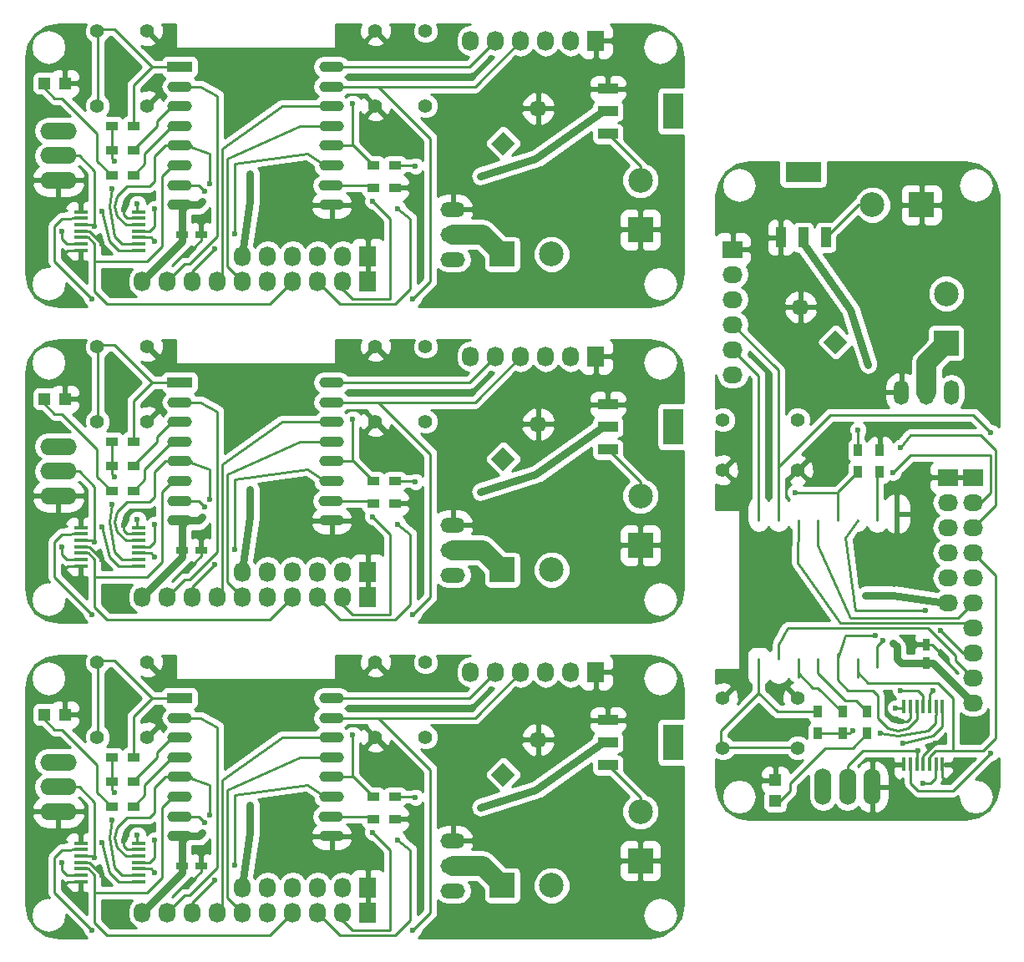
<source format=gtl>
G04 #@! TF.FileFunction,Copper,L1,Top,Signal*
%FSLAX46Y46*%
G04 Gerber Fmt 4.6, Leading zero omitted, Abs format (unit mm)*
G04 Created by KiCad (PCBNEW 4.0.2-stable) date Saturday, November 26, 2016 'pmt' 01:20:35 pm*
%MOMM*%
G01*
G04 APERTURE LIST*
%ADD10C,0.100000*%
%ADD11R,2.032000X1.727200*%
%ADD12O,2.032000X1.727200*%
%ADD13R,0.450000X1.450000*%
%ADD14R,3.657600X2.032000*%
%ADD15R,1.016000X2.032000*%
%ADD16C,1.397000*%
%ADD17R,0.900000X1.200000*%
%ADD18O,1.501140X2.499360*%
%ADD19R,2.500000X2.500000*%
%ADD20C,2.500000*%
%ADD21O,1.700000X3.700000*%
%ADD22R,1.198880X1.198880*%
%ADD23R,0.750000X1.200000*%
%ADD24C,1.700000*%
%ADD25R,2.500000X1.100000*%
%ADD26O,2.500000X1.100000*%
%ADD27R,1.200000X0.750000*%
%ADD28O,3.700000X1.700000*%
%ADD29R,1.727200X2.032000*%
%ADD30O,1.727200X2.032000*%
%ADD31O,2.499360X1.501140*%
%ADD32R,1.200000X0.900000*%
%ADD33R,2.032000X3.657600*%
%ADD34R,2.032000X1.016000*%
%ADD35R,1.450000X0.450000*%
%ADD36C,0.600000*%
%ADD37C,0.250000*%
%ADD38C,0.800000*%
%ADD39C,2.000000*%
%ADD40C,0.254000*%
G04 APERTURE END LIST*
D10*
D11*
X164738000Y-82622000D03*
D12*
X164738000Y-85162000D03*
X164738000Y-87702000D03*
X164738000Y-90242000D03*
X164738000Y-92782000D03*
X164738000Y-95322000D03*
X164738000Y-97862000D03*
X164738000Y-100402000D03*
X164738000Y-102942000D03*
X164738000Y-105482000D03*
D13*
X157708000Y-111734000D03*
X158358000Y-111734000D03*
X159008000Y-111734000D03*
X159658000Y-111734000D03*
X160308000Y-111734000D03*
X160958000Y-111734000D03*
X161608000Y-111734000D03*
X161608000Y-105834000D03*
X160958000Y-105834000D03*
X160308000Y-105834000D03*
X159658000Y-105834000D03*
X159008000Y-105834000D03*
X158358000Y-105834000D03*
X157708000Y-105834000D03*
D14*
X147500000Y-51698000D03*
D15*
X147500000Y-58302000D03*
X149786000Y-58302000D03*
X145214000Y-58302000D03*
D16*
X139338000Y-81860000D03*
X139338000Y-76780000D03*
X146958000Y-81860000D03*
X146958000Y-76780000D03*
X146958000Y-104974000D03*
X146958000Y-110054000D03*
X139338000Y-104974000D03*
X139338000Y-110054000D03*
D17*
X153000000Y-79900000D03*
X153000000Y-82100000D03*
X155250000Y-79900000D03*
X155250000Y-82100000D03*
X154000000Y-108600000D03*
X154000000Y-106400000D03*
X151500000Y-106400000D03*
X151500000Y-108600000D03*
X149000000Y-106400000D03*
X149000000Y-108600000D03*
D18*
X160000000Y-74000000D03*
X162540000Y-74000000D03*
X157460000Y-74000000D03*
D19*
X162000000Y-69000000D03*
D20*
X162000000Y-64000000D03*
D11*
X162198000Y-82622000D03*
D12*
X162198000Y-85162000D03*
X162198000Y-87702000D03*
X162198000Y-90242000D03*
X162198000Y-92782000D03*
X162198000Y-95322000D03*
D11*
X140354000Y-59508000D03*
D12*
X140354000Y-62048000D03*
X140354000Y-64588000D03*
X140354000Y-67128000D03*
X140354000Y-69668000D03*
X140354000Y-72208000D03*
D21*
X154500000Y-114000000D03*
X152000000Y-114000000D03*
X149500000Y-114000000D03*
D19*
X159500000Y-55000000D03*
D20*
X154500000Y-55000000D03*
D22*
X144672000Y-115421020D03*
X144672000Y-113322980D03*
D23*
X160000000Y-101450000D03*
X160000000Y-99550000D03*
D24*
X147232466Y-65370466D03*
D10*
G36*
X151970082Y-68906000D02*
X150768000Y-70108082D01*
X149565918Y-68906000D01*
X150768000Y-67703918D01*
X151970082Y-68906000D01*
X151970082Y-68906000D01*
G37*
D25*
X84300000Y-105000000D03*
D26*
X84300000Y-107000000D03*
X84300000Y-109000000D03*
X84300000Y-111000000D03*
X84300000Y-113000000D03*
X84300000Y-115000000D03*
X84300000Y-117000000D03*
X84300000Y-119000000D03*
X99700000Y-119000000D03*
X99600000Y-117000000D03*
X99700000Y-115000000D03*
X99700000Y-113000000D03*
X99700000Y-111000000D03*
X99700000Y-109000000D03*
X99700000Y-107000000D03*
X99700000Y-105000000D03*
D24*
X120629534Y-109232466D03*
D10*
G36*
X117094000Y-113970082D02*
X115891918Y-112768000D01*
X117094000Y-111565918D01*
X118296082Y-112768000D01*
X117094000Y-113970082D01*
X117094000Y-113970082D01*
G37*
D27*
X84550000Y-122000000D03*
X86450000Y-122000000D03*
D22*
X70578980Y-106672000D03*
X72677020Y-106672000D03*
D19*
X131000000Y-121500000D03*
D20*
X131000000Y-116500000D03*
D28*
X72000000Y-116500000D03*
X72000000Y-114000000D03*
X72000000Y-111500000D03*
D29*
X126492000Y-102354000D03*
D30*
X123952000Y-102354000D03*
X121412000Y-102354000D03*
X118872000Y-102354000D03*
X116332000Y-102354000D03*
X113792000Y-102354000D03*
D29*
X103378000Y-124198000D03*
D30*
X100838000Y-124198000D03*
X98298000Y-124198000D03*
X95758000Y-124198000D03*
X93218000Y-124198000D03*
X90678000Y-124198000D03*
D19*
X117000000Y-124000000D03*
D20*
X122000000Y-124000000D03*
D31*
X112000000Y-122000000D03*
X112000000Y-124540000D03*
X112000000Y-119460000D03*
D32*
X79600000Y-111000000D03*
X77400000Y-111000000D03*
X79600000Y-113500000D03*
X77400000Y-113500000D03*
X77400000Y-116000000D03*
X79600000Y-116000000D03*
X106100000Y-117250000D03*
X103900000Y-117250000D03*
X106100000Y-115000000D03*
X103900000Y-115000000D03*
D16*
X81026000Y-108958000D03*
X75946000Y-108958000D03*
X81026000Y-101338000D03*
X75946000Y-101338000D03*
X104140000Y-101338000D03*
X109220000Y-101338000D03*
X104140000Y-108958000D03*
X109220000Y-108958000D03*
D33*
X134302000Y-109500000D03*
D34*
X127698000Y-109500000D03*
X127698000Y-111786000D03*
X127698000Y-107214000D03*
D35*
X74266000Y-119708000D03*
X74266000Y-120358000D03*
X74266000Y-121008000D03*
X74266000Y-121658000D03*
X74266000Y-122308000D03*
X74266000Y-122958000D03*
X74266000Y-123608000D03*
X80166000Y-123608000D03*
X80166000Y-122958000D03*
X80166000Y-122308000D03*
X80166000Y-121658000D03*
X80166000Y-121008000D03*
X80166000Y-120358000D03*
X80166000Y-119708000D03*
D29*
X103378000Y-126738000D03*
D30*
X100838000Y-126738000D03*
X98298000Y-126738000D03*
X95758000Y-126738000D03*
X93218000Y-126738000D03*
X90678000Y-126738000D03*
X88138000Y-126738000D03*
X85598000Y-126738000D03*
X83058000Y-126738000D03*
X80518000Y-126738000D03*
D29*
X103378000Y-94738000D03*
D30*
X100838000Y-94738000D03*
X98298000Y-94738000D03*
X95758000Y-94738000D03*
X93218000Y-94738000D03*
X90678000Y-94738000D03*
X88138000Y-94738000D03*
X85598000Y-94738000D03*
X83058000Y-94738000D03*
X80518000Y-94738000D03*
D35*
X74266000Y-87708000D03*
X74266000Y-88358000D03*
X74266000Y-89008000D03*
X74266000Y-89658000D03*
X74266000Y-90308000D03*
X74266000Y-90958000D03*
X74266000Y-91608000D03*
X80166000Y-91608000D03*
X80166000Y-90958000D03*
X80166000Y-90308000D03*
X80166000Y-89658000D03*
X80166000Y-89008000D03*
X80166000Y-88358000D03*
X80166000Y-87708000D03*
D33*
X134302000Y-77500000D03*
D34*
X127698000Y-77500000D03*
X127698000Y-79786000D03*
X127698000Y-75214000D03*
D16*
X104140000Y-69338000D03*
X109220000Y-69338000D03*
X104140000Y-76958000D03*
X109220000Y-76958000D03*
X81026000Y-76958000D03*
X75946000Y-76958000D03*
X81026000Y-69338000D03*
X75946000Y-69338000D03*
D32*
X106100000Y-83000000D03*
X103900000Y-83000000D03*
X106100000Y-85250000D03*
X103900000Y-85250000D03*
X77400000Y-84000000D03*
X79600000Y-84000000D03*
X79600000Y-81500000D03*
X77400000Y-81500000D03*
X79600000Y-79000000D03*
X77400000Y-79000000D03*
D31*
X112000000Y-90000000D03*
X112000000Y-92540000D03*
X112000000Y-87460000D03*
D19*
X117000000Y-92000000D03*
D20*
X122000000Y-92000000D03*
D29*
X103378000Y-92198000D03*
D30*
X100838000Y-92198000D03*
X98298000Y-92198000D03*
X95758000Y-92198000D03*
X93218000Y-92198000D03*
X90678000Y-92198000D03*
D29*
X126492000Y-70354000D03*
D30*
X123952000Y-70354000D03*
X121412000Y-70354000D03*
X118872000Y-70354000D03*
X116332000Y-70354000D03*
X113792000Y-70354000D03*
D28*
X72000000Y-84500000D03*
X72000000Y-82000000D03*
X72000000Y-79500000D03*
D19*
X131000000Y-89500000D03*
D20*
X131000000Y-84500000D03*
D22*
X70578980Y-74672000D03*
X72677020Y-74672000D03*
D27*
X84550000Y-90000000D03*
X86450000Y-90000000D03*
D24*
X120629534Y-77232466D03*
D10*
G36*
X117094000Y-81970082D02*
X115891918Y-80768000D01*
X117094000Y-79565918D01*
X118296082Y-80768000D01*
X117094000Y-81970082D01*
X117094000Y-81970082D01*
G37*
D25*
X84300000Y-73000000D03*
D26*
X84300000Y-75000000D03*
X84300000Y-77000000D03*
X84300000Y-79000000D03*
X84300000Y-81000000D03*
X84300000Y-83000000D03*
X84300000Y-85000000D03*
X84300000Y-87000000D03*
X99700000Y-87000000D03*
X99600000Y-85000000D03*
X99700000Y-83000000D03*
X99700000Y-81000000D03*
X99700000Y-79000000D03*
X99700000Y-77000000D03*
X99700000Y-75000000D03*
X99700000Y-73000000D03*
D25*
X84300000Y-41000000D03*
D26*
X84300000Y-43000000D03*
X84300000Y-45000000D03*
X84300000Y-47000000D03*
X84300000Y-49000000D03*
X84300000Y-51000000D03*
X84300000Y-53000000D03*
X84300000Y-55000000D03*
X99700000Y-55000000D03*
X99600000Y-53000000D03*
X99700000Y-51000000D03*
X99700000Y-49000000D03*
X99700000Y-47000000D03*
X99700000Y-45000000D03*
X99700000Y-43000000D03*
X99700000Y-41000000D03*
D24*
X120629534Y-45232466D03*
D10*
G36*
X117094000Y-49970082D02*
X115891918Y-48768000D01*
X117094000Y-47565918D01*
X118296082Y-48768000D01*
X117094000Y-49970082D01*
X117094000Y-49970082D01*
G37*
D27*
X84550000Y-58000000D03*
X86450000Y-58000000D03*
D22*
X70578980Y-42672000D03*
X72677020Y-42672000D03*
D19*
X131000000Y-57500000D03*
D20*
X131000000Y-52500000D03*
D28*
X72000000Y-52500000D03*
X72000000Y-50000000D03*
X72000000Y-47500000D03*
D29*
X126492000Y-38354000D03*
D30*
X123952000Y-38354000D03*
X121412000Y-38354000D03*
X118872000Y-38354000D03*
X116332000Y-38354000D03*
X113792000Y-38354000D03*
D29*
X103378000Y-60198000D03*
D30*
X100838000Y-60198000D03*
X98298000Y-60198000D03*
X95758000Y-60198000D03*
X93218000Y-60198000D03*
X90678000Y-60198000D03*
D19*
X117000000Y-60000000D03*
D20*
X122000000Y-60000000D03*
D31*
X112000000Y-58000000D03*
X112000000Y-60540000D03*
X112000000Y-55460000D03*
D32*
X79600000Y-47000000D03*
X77400000Y-47000000D03*
X79600000Y-49500000D03*
X77400000Y-49500000D03*
X77400000Y-52000000D03*
X79600000Y-52000000D03*
X106100000Y-53250000D03*
X103900000Y-53250000D03*
X106100000Y-51000000D03*
X103900000Y-51000000D03*
D16*
X81026000Y-44958000D03*
X75946000Y-44958000D03*
X81026000Y-37338000D03*
X75946000Y-37338000D03*
X104140000Y-37338000D03*
X109220000Y-37338000D03*
X104140000Y-44958000D03*
X109220000Y-44958000D03*
D33*
X134302000Y-45500000D03*
D34*
X127698000Y-45500000D03*
X127698000Y-47786000D03*
X127698000Y-43214000D03*
D35*
X74266000Y-55708000D03*
X74266000Y-56358000D03*
X74266000Y-57008000D03*
X74266000Y-57658000D03*
X74266000Y-58308000D03*
X74266000Y-58958000D03*
X74266000Y-59608000D03*
X80166000Y-59608000D03*
X80166000Y-58958000D03*
X80166000Y-58308000D03*
X80166000Y-57658000D03*
X80166000Y-57008000D03*
X80166000Y-56358000D03*
X80166000Y-55708000D03*
D29*
X103378000Y-62738000D03*
D30*
X100838000Y-62738000D03*
X98298000Y-62738000D03*
X95758000Y-62738000D03*
X93218000Y-62738000D03*
X90678000Y-62738000D03*
X88138000Y-62738000D03*
X85598000Y-62738000D03*
X83058000Y-62738000D03*
X80518000Y-62738000D03*
D36*
X160674000Y-104212000D03*
X161436000Y-100402000D03*
X157499000Y-107387000D03*
X155086000Y-78050000D03*
X143910000Y-74494000D03*
X143910000Y-79066000D03*
X143910000Y-83892000D03*
X143910000Y-90750000D03*
X143910000Y-95830000D03*
X142894000Y-107768000D03*
X141624000Y-107768000D03*
X141624000Y-112086000D03*
X161944000Y-116150000D03*
X161944000Y-113356000D03*
X163722000Y-111578000D03*
X164992000Y-108530000D03*
X163722000Y-108530000D03*
X160928000Y-109546000D03*
X153308000Y-89226000D03*
X96774000Y-115308000D03*
X76454000Y-122928000D03*
X77470000Y-125722000D03*
X77470000Y-126992000D03*
X74422000Y-125722000D03*
X72644000Y-123944000D03*
X69850000Y-123944000D03*
X73914000Y-103624000D03*
X78232000Y-103624000D03*
X78232000Y-104894000D03*
X90170000Y-105910000D03*
X95250000Y-105910000D03*
X102108000Y-105910000D03*
X106934000Y-105910000D03*
X111506000Y-105910000D03*
X107950000Y-117086000D03*
X78613000Y-119499000D03*
X85598000Y-123436000D03*
X81788000Y-122674000D03*
X81788000Y-90674000D03*
X85598000Y-91436000D03*
X78613000Y-87499000D03*
X107950000Y-85086000D03*
X111506000Y-73910000D03*
X106934000Y-73910000D03*
X102108000Y-73910000D03*
X95250000Y-73910000D03*
X90170000Y-73910000D03*
X78232000Y-72894000D03*
X78232000Y-71624000D03*
X73914000Y-71624000D03*
X69850000Y-91944000D03*
X72644000Y-91944000D03*
X74422000Y-93722000D03*
X77470000Y-94992000D03*
X77470000Y-93722000D03*
X76454000Y-90928000D03*
X96774000Y-83308000D03*
X96774000Y-51308000D03*
X76454000Y-58928000D03*
X77470000Y-61722000D03*
X77470000Y-62992000D03*
X74422000Y-61722000D03*
X72644000Y-59944000D03*
X69850000Y-59944000D03*
X73914000Y-39624000D03*
X78232000Y-39624000D03*
X78232000Y-40894000D03*
X90170000Y-41910000D03*
X95250000Y-41910000D03*
X102108000Y-41910000D03*
X106934000Y-41910000D03*
X111506000Y-41910000D03*
X107950000Y-53086000D03*
X78613000Y-55499000D03*
X85598000Y-59436000D03*
X81788000Y-58674000D03*
X153816000Y-94560000D03*
X156864000Y-105990000D03*
X80010000Y-118864000D03*
X91440000Y-115816000D03*
X91440000Y-83816000D03*
X80010000Y-86864000D03*
X80010000Y-54864000D03*
X91440000Y-51816000D03*
X154070000Y-71192000D03*
X156610000Y-99386000D03*
X153054000Y-77796000D03*
X152546000Y-108276000D03*
X77724000Y-114546000D03*
X108204000Y-115054000D03*
X86614000Y-118610000D03*
X114808000Y-116070000D03*
X114808000Y-84070000D03*
X86614000Y-86610000D03*
X108204000Y-83054000D03*
X77724000Y-82546000D03*
X77724000Y-50546000D03*
X108204000Y-51054000D03*
X86614000Y-54610000D03*
X114808000Y-52070000D03*
X159150000Y-110308000D03*
X75692000Y-121150000D03*
X75692000Y-89150000D03*
X75692000Y-57150000D03*
X166516000Y-78050000D03*
X166516000Y-110562000D03*
X75438000Y-128516000D03*
X107950000Y-128516000D03*
X107950000Y-96516000D03*
X75438000Y-96516000D03*
X75438000Y-64516000D03*
X107950000Y-64516000D03*
X157626000Y-109546000D03*
X76454000Y-119626000D03*
X76454000Y-87626000D03*
X76454000Y-55626000D03*
X159658000Y-113610000D03*
X72390000Y-121658000D03*
X72390000Y-89658000D03*
X72390000Y-57658000D03*
X146704000Y-84146000D03*
X101854000Y-108704000D03*
X101854000Y-76704000D03*
X101854000Y-44704000D03*
X157372000Y-104212000D03*
X81788000Y-119372000D03*
X81788000Y-87372000D03*
X81788000Y-55372000D03*
X154832000Y-98624000D03*
X156610000Y-82114000D03*
X103886000Y-118610000D03*
X87376000Y-116832000D03*
X87376000Y-84832000D03*
X103886000Y-86610000D03*
X103886000Y-54610000D03*
X87376000Y-52832000D03*
X157372000Y-79574000D03*
X155340000Y-108530000D03*
X155594000Y-99132000D03*
X86868000Y-117594000D03*
X77470000Y-117340000D03*
X106426000Y-119372000D03*
X106426000Y-87372000D03*
X77470000Y-85340000D03*
X86868000Y-85594000D03*
X86868000Y-53594000D03*
X77470000Y-53340000D03*
X106426000Y-55372000D03*
X159912000Y-96084000D03*
X161436000Y-98116000D03*
X87884000Y-123436000D03*
X89916000Y-121912000D03*
X89916000Y-89912000D03*
X87884000Y-91436000D03*
X87884000Y-59436000D03*
X89916000Y-57912000D03*
D37*
X139460000Y-105190000D02*
X139460000Y-104540000D01*
X139190000Y-104960000D02*
X139190000Y-104560000D01*
X160308000Y-104578000D02*
X160674000Y-104212000D01*
X160308000Y-105834000D02*
X160308000Y-104578000D01*
X160584000Y-99550000D02*
X161436000Y-100402000D01*
X160000000Y-99550000D02*
X160584000Y-99550000D01*
X158358000Y-107036000D02*
X158007000Y-107387000D01*
X158007000Y-107387000D02*
X157499000Y-107387000D01*
X158358000Y-105834000D02*
X158358000Y-107036000D01*
X155250000Y-79900000D02*
X155250000Y-78214000D01*
X155250000Y-78214000D02*
X155086000Y-78050000D01*
X143910000Y-74494000D02*
X143910000Y-79066000D01*
X143910000Y-90750000D02*
X143910000Y-95830000D01*
X142894000Y-107768000D02*
X141624000Y-107768000D01*
X141624000Y-112086000D02*
X142860980Y-113322980D01*
X142860980Y-113322980D02*
X144672000Y-113322980D01*
X143910000Y-79066000D02*
X143910000Y-83892000D01*
X154500000Y-116580000D02*
X154832000Y-116912000D01*
X154832000Y-116912000D02*
X161182000Y-116912000D01*
X161182000Y-116912000D02*
X161944000Y-116150000D01*
X161608000Y-113020000D02*
X161608000Y-111734000D01*
X161608000Y-113020000D02*
X161944000Y-113356000D01*
X154500000Y-115000000D02*
X154500000Y-116580000D01*
X164992000Y-108530000D02*
X163722000Y-108530000D01*
X159658000Y-110816000D02*
X159658000Y-111734000D01*
X159658000Y-110816000D02*
X160928000Y-109546000D01*
X161944000Y-113356000D02*
X163722000Y-111578000D01*
X157000000Y-88836000D02*
X156610000Y-89226000D01*
X156610000Y-89226000D02*
X153308000Y-89226000D01*
X157000000Y-87000000D02*
X157000000Y-88836000D01*
X99000000Y-119000000D02*
X97164000Y-119000000D01*
X96774000Y-118610000D02*
X96774000Y-115308000D01*
X97164000Y-119000000D02*
X96774000Y-118610000D01*
X72644000Y-123944000D02*
X74422000Y-125722000D01*
X75184000Y-121658000D02*
X76454000Y-122928000D01*
X75184000Y-121658000D02*
X74266000Y-121658000D01*
X77470000Y-126992000D02*
X77470000Y-125722000D01*
X71000000Y-116500000D02*
X69420000Y-116500000D01*
X72980000Y-123608000D02*
X72644000Y-123944000D01*
X72980000Y-123608000D02*
X74266000Y-123608000D01*
X69088000Y-123182000D02*
X69850000Y-123944000D01*
X69088000Y-116832000D02*
X69088000Y-123182000D01*
X69420000Y-116500000D02*
X69088000Y-116832000D01*
X106934000Y-105910000D02*
X102108000Y-105910000D01*
X72677020Y-104860980D02*
X72677020Y-106672000D01*
X73914000Y-103624000D02*
X72677020Y-104860980D01*
X78232000Y-104894000D02*
X78232000Y-103624000D01*
X95250000Y-105910000D02*
X90170000Y-105910000D01*
X111506000Y-105910000D02*
X106934000Y-105910000D01*
X107786000Y-117250000D02*
X107950000Y-117086000D01*
X106100000Y-117250000D02*
X107786000Y-117250000D01*
X80166000Y-120358000D02*
X78964000Y-120358000D01*
X78613000Y-120007000D02*
X78613000Y-119499000D01*
X78964000Y-120358000D02*
X78613000Y-120007000D01*
X86450000Y-122000000D02*
X86450000Y-122584000D01*
X86450000Y-122584000D02*
X85598000Y-123436000D01*
X80166000Y-122308000D02*
X81422000Y-122308000D01*
X81422000Y-122308000D02*
X81788000Y-122674000D01*
X81040000Y-101190000D02*
X81440000Y-101190000D01*
X80810000Y-101460000D02*
X81460000Y-101460000D01*
X80810000Y-69460000D02*
X81460000Y-69460000D01*
X81040000Y-69190000D02*
X81440000Y-69190000D01*
X81422000Y-90308000D02*
X81788000Y-90674000D01*
X80166000Y-90308000D02*
X81422000Y-90308000D01*
X86450000Y-90584000D02*
X85598000Y-91436000D01*
X86450000Y-90000000D02*
X86450000Y-90584000D01*
X78964000Y-88358000D02*
X78613000Y-88007000D01*
X78613000Y-88007000D02*
X78613000Y-87499000D01*
X80166000Y-88358000D02*
X78964000Y-88358000D01*
X106100000Y-85250000D02*
X107786000Y-85250000D01*
X107786000Y-85250000D02*
X107950000Y-85086000D01*
X111506000Y-73910000D02*
X106934000Y-73910000D01*
X95250000Y-73910000D02*
X90170000Y-73910000D01*
X78232000Y-72894000D02*
X78232000Y-71624000D01*
X73914000Y-71624000D02*
X72677020Y-72860980D01*
X72677020Y-72860980D02*
X72677020Y-74672000D01*
X106934000Y-73910000D02*
X102108000Y-73910000D01*
X69420000Y-84500000D02*
X69088000Y-84832000D01*
X69088000Y-84832000D02*
X69088000Y-91182000D01*
X69088000Y-91182000D02*
X69850000Y-91944000D01*
X72980000Y-91608000D02*
X74266000Y-91608000D01*
X72980000Y-91608000D02*
X72644000Y-91944000D01*
X71000000Y-84500000D02*
X69420000Y-84500000D01*
X77470000Y-94992000D02*
X77470000Y-93722000D01*
X75184000Y-89658000D02*
X74266000Y-89658000D01*
X75184000Y-89658000D02*
X76454000Y-90928000D01*
X72644000Y-91944000D02*
X74422000Y-93722000D01*
X97164000Y-87000000D02*
X96774000Y-86610000D01*
X96774000Y-86610000D02*
X96774000Y-83308000D01*
X99000000Y-87000000D02*
X97164000Y-87000000D01*
X99000000Y-55000000D02*
X97164000Y-55000000D01*
X96774000Y-54610000D02*
X96774000Y-51308000D01*
X97164000Y-55000000D02*
X96774000Y-54610000D01*
X72644000Y-59944000D02*
X74422000Y-61722000D01*
X75184000Y-57658000D02*
X76454000Y-58928000D01*
X75184000Y-57658000D02*
X74266000Y-57658000D01*
X77470000Y-62992000D02*
X77470000Y-61722000D01*
X71000000Y-52500000D02*
X69420000Y-52500000D01*
X72980000Y-59608000D02*
X72644000Y-59944000D01*
X72980000Y-59608000D02*
X74266000Y-59608000D01*
X69088000Y-59182000D02*
X69850000Y-59944000D01*
X69088000Y-52832000D02*
X69088000Y-59182000D01*
X69420000Y-52500000D02*
X69088000Y-52832000D01*
X106934000Y-41910000D02*
X102108000Y-41910000D01*
X72677020Y-40860980D02*
X72677020Y-42672000D01*
X73914000Y-39624000D02*
X72677020Y-40860980D01*
X78232000Y-40894000D02*
X78232000Y-39624000D01*
X95250000Y-41910000D02*
X90170000Y-41910000D01*
X111506000Y-41910000D02*
X106934000Y-41910000D01*
X107786000Y-53250000D02*
X107950000Y-53086000D01*
X106100000Y-53250000D02*
X107786000Y-53250000D01*
X80166000Y-56358000D02*
X78964000Y-56358000D01*
X78613000Y-56007000D02*
X78613000Y-55499000D01*
X78964000Y-56358000D02*
X78613000Y-56007000D01*
X86450000Y-58000000D02*
X86450000Y-58584000D01*
X86450000Y-58584000D02*
X85598000Y-59436000D01*
X80166000Y-58308000D02*
X81422000Y-58308000D01*
X81422000Y-58308000D02*
X81788000Y-58674000D01*
X81040000Y-37190000D02*
X81440000Y-37190000D01*
X80810000Y-37460000D02*
X81460000Y-37460000D01*
X154500000Y-55000000D02*
X153088000Y-55000000D01*
X153088000Y-55000000D02*
X149786000Y-58302000D01*
D38*
X156610000Y-94560000D02*
X153816000Y-94560000D01*
X161944000Y-95322000D02*
X156610000Y-94560000D01*
X161944000Y-95322000D02*
X161944000Y-95322000D01*
D37*
X157626000Y-105990000D02*
X156864000Y-105990000D01*
X157708000Y-105834000D02*
X157626000Y-105990000D01*
X80166000Y-119708000D02*
X80010000Y-119626000D01*
X80010000Y-119626000D02*
X80010000Y-118864000D01*
D38*
X90678000Y-123944000D02*
X90678000Y-123944000D01*
X90678000Y-123944000D02*
X91440000Y-118610000D01*
X91440000Y-118610000D02*
X91440000Y-115816000D01*
D37*
X131000000Y-115088000D02*
X127698000Y-111786000D01*
X131000000Y-116500000D02*
X131000000Y-115088000D01*
X131000000Y-84500000D02*
X131000000Y-83088000D01*
X131000000Y-83088000D02*
X127698000Y-79786000D01*
D38*
X91440000Y-86610000D02*
X91440000Y-83816000D01*
X90678000Y-91944000D02*
X91440000Y-86610000D01*
X90678000Y-91944000D02*
X90678000Y-91944000D01*
D37*
X80010000Y-87626000D02*
X80010000Y-86864000D01*
X80166000Y-87708000D02*
X80010000Y-87626000D01*
X80166000Y-55708000D02*
X80010000Y-55626000D01*
X80010000Y-55626000D02*
X80010000Y-54864000D01*
D38*
X90678000Y-59944000D02*
X90678000Y-59944000D01*
X90678000Y-59944000D02*
X91440000Y-54610000D01*
X91440000Y-54610000D02*
X91440000Y-51816000D01*
D37*
X131000000Y-51088000D02*
X127698000Y-47786000D01*
X131000000Y-52500000D02*
X131000000Y-51088000D01*
X149000000Y-108600000D02*
X151500000Y-108600000D01*
X151500000Y-108600000D02*
X151600000Y-108600000D01*
D38*
X152292000Y-65604000D02*
X154070000Y-71192000D01*
X147466000Y-58746000D02*
X152292000Y-65604000D01*
X156610000Y-99386000D02*
X157000000Y-99776000D01*
X157000000Y-99776000D02*
X157000000Y-101000000D01*
X147500000Y-58302000D02*
X147466000Y-58746000D01*
D37*
X153000000Y-77850000D02*
X153054000Y-77796000D01*
X153000000Y-79900000D02*
X153000000Y-77850000D01*
X152222000Y-108600000D02*
X152546000Y-108276000D01*
X151500000Y-108600000D02*
X152222000Y-108600000D01*
D38*
X160032000Y-101418000D02*
X160000000Y-101450000D01*
X160674000Y-101418000D02*
X160032000Y-101418000D01*
X164738000Y-105482000D02*
X160674000Y-101418000D01*
X157450000Y-101450000D02*
X157000000Y-101000000D01*
X160000000Y-101450000D02*
X157450000Y-101450000D01*
X84550000Y-122000000D02*
X84550000Y-119450000D01*
X84550000Y-119450000D02*
X85000000Y-119000000D01*
X80518000Y-126738000D02*
X84582000Y-122674000D01*
X84582000Y-122674000D02*
X84582000Y-122032000D01*
X84582000Y-122032000D02*
X84550000Y-122000000D01*
D37*
X77400000Y-113500000D02*
X77400000Y-114222000D01*
X77400000Y-114222000D02*
X77724000Y-114546000D01*
X106100000Y-115000000D02*
X108150000Y-115000000D01*
X108150000Y-115000000D02*
X108204000Y-115054000D01*
D38*
X127698000Y-109500000D02*
X127254000Y-109466000D01*
X86224000Y-119000000D02*
X85000000Y-119000000D01*
X86614000Y-118610000D02*
X86224000Y-119000000D01*
X127254000Y-109466000D02*
X120396000Y-114292000D01*
X120396000Y-114292000D02*
X114808000Y-116070000D01*
D37*
X77400000Y-113500000D02*
X77400000Y-113600000D01*
X77400000Y-111000000D02*
X77400000Y-113500000D01*
X77400000Y-79000000D02*
X77400000Y-81500000D01*
X77400000Y-81500000D02*
X77400000Y-81600000D01*
D38*
X120396000Y-82292000D02*
X114808000Y-84070000D01*
X127254000Y-77466000D02*
X120396000Y-82292000D01*
X86614000Y-86610000D02*
X86224000Y-87000000D01*
X86224000Y-87000000D02*
X85000000Y-87000000D01*
X127698000Y-77500000D02*
X127254000Y-77466000D01*
D37*
X108150000Y-83000000D02*
X108204000Y-83054000D01*
X106100000Y-83000000D02*
X108150000Y-83000000D01*
X77400000Y-82222000D02*
X77724000Y-82546000D01*
X77400000Y-81500000D02*
X77400000Y-82222000D01*
D38*
X84582000Y-90032000D02*
X84550000Y-90000000D01*
X84582000Y-90674000D02*
X84582000Y-90032000D01*
X80518000Y-94738000D02*
X84582000Y-90674000D01*
X84550000Y-87450000D02*
X85000000Y-87000000D01*
X84550000Y-90000000D02*
X84550000Y-87450000D01*
X84550000Y-58000000D02*
X84550000Y-55450000D01*
X84550000Y-55450000D02*
X85000000Y-55000000D01*
X80518000Y-62738000D02*
X84582000Y-58674000D01*
X84582000Y-58674000D02*
X84582000Y-58032000D01*
X84582000Y-58032000D02*
X84550000Y-58000000D01*
D37*
X77400000Y-49500000D02*
X77400000Y-50222000D01*
X77400000Y-50222000D02*
X77724000Y-50546000D01*
X106100000Y-51000000D02*
X108150000Y-51000000D01*
X108150000Y-51000000D02*
X108204000Y-51054000D01*
D38*
X127698000Y-45500000D02*
X127254000Y-45466000D01*
X86224000Y-55000000D02*
X85000000Y-55000000D01*
X86614000Y-54610000D02*
X86224000Y-55000000D01*
X127254000Y-45466000D02*
X120396000Y-50292000D01*
X120396000Y-50292000D02*
X114808000Y-52070000D01*
D37*
X77400000Y-49500000D02*
X77400000Y-49600000D01*
X77400000Y-47000000D02*
X77400000Y-49500000D01*
X154050980Y-108549020D02*
X154000000Y-108600000D01*
X152546000Y-110054000D02*
X154000000Y-108600000D01*
X149752000Y-110054000D02*
X152546000Y-110054000D01*
X146196000Y-113610000D02*
X149752000Y-110054000D01*
X146196000Y-114372000D02*
X146196000Y-113610000D01*
X145146980Y-115421020D02*
X146196000Y-114372000D01*
X144672000Y-115421020D02*
X145146980Y-115421020D01*
X70578980Y-106672000D02*
X70578980Y-107146980D01*
X70578980Y-107146980D02*
X71628000Y-108196000D01*
X71628000Y-108196000D02*
X72390000Y-108196000D01*
X72390000Y-108196000D02*
X75946000Y-111752000D01*
X75946000Y-111752000D02*
X75946000Y-114546000D01*
X75946000Y-114546000D02*
X77400000Y-116000000D01*
X77450980Y-116050980D02*
X77400000Y-116000000D01*
X77450980Y-84050980D02*
X77400000Y-84000000D01*
X75946000Y-82546000D02*
X77400000Y-84000000D01*
X75946000Y-79752000D02*
X75946000Y-82546000D01*
X72390000Y-76196000D02*
X75946000Y-79752000D01*
X71628000Y-76196000D02*
X72390000Y-76196000D01*
X70578980Y-75146980D02*
X71628000Y-76196000D01*
X70578980Y-74672000D02*
X70578980Y-75146980D01*
X70578980Y-42672000D02*
X70578980Y-43146980D01*
X70578980Y-43146980D02*
X71628000Y-44196000D01*
X71628000Y-44196000D02*
X72390000Y-44196000D01*
X72390000Y-44196000D02*
X75946000Y-47752000D01*
X75946000Y-47752000D02*
X75946000Y-50546000D01*
X75946000Y-50546000D02*
X77400000Y-52000000D01*
X77450980Y-52050980D02*
X77400000Y-52000000D01*
X159008000Y-110450000D02*
X159008000Y-111734000D01*
X159150000Y-110308000D02*
X159008000Y-110450000D01*
X153562000Y-110308000D02*
X152000000Y-111870000D01*
X152000000Y-111870000D02*
X152000000Y-115000000D01*
X159150000Y-110308000D02*
X153562000Y-110308000D01*
X75692000Y-121150000D02*
X75692000Y-115562000D01*
X74130000Y-114000000D02*
X71000000Y-114000000D01*
X75692000Y-115562000D02*
X74130000Y-114000000D01*
X75692000Y-121150000D02*
X75550000Y-121008000D01*
X75550000Y-121008000D02*
X74266000Y-121008000D01*
X75550000Y-89008000D02*
X74266000Y-89008000D01*
X75692000Y-89150000D02*
X75550000Y-89008000D01*
X75692000Y-83562000D02*
X74130000Y-82000000D01*
X74130000Y-82000000D02*
X71000000Y-82000000D01*
X75692000Y-89150000D02*
X75692000Y-83562000D01*
X75692000Y-57150000D02*
X75692000Y-51562000D01*
X74130000Y-50000000D02*
X71000000Y-50000000D01*
X75692000Y-51562000D02*
X74130000Y-50000000D01*
X75692000Y-57150000D02*
X75550000Y-57008000D01*
X75550000Y-57008000D02*
X74266000Y-57008000D01*
X145000000Y-87000000D02*
X145000000Y-86000000D01*
X145000000Y-71774000D02*
X140354000Y-67128000D01*
X145000000Y-87000000D02*
X145000000Y-71774000D01*
X145000000Y-81532000D02*
X150260000Y-76272000D01*
X150260000Y-76272000D02*
X164738000Y-76272000D01*
X164738000Y-76272000D02*
X166516000Y-78050000D01*
X166516000Y-110562000D02*
X162706000Y-114372000D01*
X162706000Y-114372000D02*
X159150000Y-114372000D01*
X159150000Y-114372000D02*
X158388000Y-113610000D01*
X158388000Y-113610000D02*
X158358000Y-111734000D01*
X145000000Y-87000000D02*
X145000000Y-81532000D01*
X99000000Y-107000000D02*
X104468000Y-107000000D01*
X72390000Y-120388000D02*
X74266000Y-120358000D01*
X71628000Y-121150000D02*
X72390000Y-120388000D01*
X71628000Y-124706000D02*
X71628000Y-121150000D01*
X75438000Y-128516000D02*
X71628000Y-124706000D01*
X109728000Y-126738000D02*
X107950000Y-128516000D01*
X109728000Y-112260000D02*
X109728000Y-126738000D01*
X104468000Y-107000000D02*
X109728000Y-112260000D01*
X99000000Y-107000000D02*
X114226000Y-107000000D01*
X114226000Y-107000000D02*
X118872000Y-102354000D01*
X99000000Y-107000000D02*
X100000000Y-107000000D01*
X99000000Y-75000000D02*
X100000000Y-75000000D01*
X114226000Y-75000000D02*
X118872000Y-70354000D01*
X99000000Y-75000000D02*
X114226000Y-75000000D01*
X104468000Y-75000000D02*
X109728000Y-80260000D01*
X109728000Y-80260000D02*
X109728000Y-94738000D01*
X109728000Y-94738000D02*
X107950000Y-96516000D01*
X75438000Y-96516000D02*
X71628000Y-92706000D01*
X71628000Y-92706000D02*
X71628000Y-89150000D01*
X71628000Y-89150000D02*
X72390000Y-88388000D01*
X72390000Y-88388000D02*
X74266000Y-88358000D01*
X99000000Y-75000000D02*
X104468000Y-75000000D01*
X99000000Y-43000000D02*
X104468000Y-43000000D01*
X72390000Y-56388000D02*
X74266000Y-56358000D01*
X71628000Y-57150000D02*
X72390000Y-56388000D01*
X71628000Y-60706000D02*
X71628000Y-57150000D01*
X75438000Y-64516000D02*
X71628000Y-60706000D01*
X109728000Y-62738000D02*
X107950000Y-64516000D01*
X109728000Y-48260000D02*
X109728000Y-62738000D01*
X104468000Y-43000000D02*
X109728000Y-48260000D01*
X99000000Y-43000000D02*
X114226000Y-43000000D01*
X114226000Y-43000000D02*
X118872000Y-38354000D01*
X99000000Y-43000000D02*
X100000000Y-43000000D01*
X143000000Y-72314000D02*
X140354000Y-69668000D01*
X143000000Y-87000000D02*
X143000000Y-72314000D01*
X99000000Y-105000000D02*
X113686000Y-105000000D01*
X113686000Y-105000000D02*
X116332000Y-102354000D01*
X113686000Y-73000000D02*
X116332000Y-70354000D01*
X99000000Y-73000000D02*
X113686000Y-73000000D01*
X99000000Y-41000000D02*
X113686000Y-41000000D01*
X113686000Y-41000000D02*
X116332000Y-38354000D01*
X161608000Y-107850000D02*
X161608000Y-105834000D01*
X160674000Y-108784000D02*
X161608000Y-107850000D01*
X157626000Y-109546000D02*
X160674000Y-108784000D01*
X76454000Y-119626000D02*
X77216000Y-122674000D01*
X77216000Y-122674000D02*
X78150000Y-123608000D01*
X78150000Y-123608000D02*
X80166000Y-123608000D01*
X78150000Y-91608000D02*
X80166000Y-91608000D01*
X77216000Y-90674000D02*
X78150000Y-91608000D01*
X76454000Y-87626000D02*
X77216000Y-90674000D01*
X76454000Y-55626000D02*
X77216000Y-58674000D01*
X77216000Y-58674000D02*
X78150000Y-59608000D01*
X78150000Y-59608000D02*
X80166000Y-59608000D01*
X160928000Y-111764000D02*
X160958000Y-111734000D01*
X159658000Y-113610000D02*
X160420000Y-113610000D01*
X160420000Y-113610000D02*
X160928000Y-113102000D01*
X160928000Y-113102000D02*
X160928000Y-111764000D01*
X72898000Y-122928000D02*
X74236000Y-122928000D01*
X72390000Y-122420000D02*
X72898000Y-122928000D01*
X72390000Y-121658000D02*
X72390000Y-122420000D01*
X74236000Y-122928000D02*
X74266000Y-122958000D01*
X74236000Y-90928000D02*
X74266000Y-90958000D01*
X72390000Y-89658000D02*
X72390000Y-90420000D01*
X72390000Y-90420000D02*
X72898000Y-90928000D01*
X72898000Y-90928000D02*
X74236000Y-90928000D01*
X72898000Y-58928000D02*
X74236000Y-58928000D01*
X72390000Y-58420000D02*
X72898000Y-58928000D01*
X72390000Y-57658000D02*
X72390000Y-58420000D01*
X74236000Y-58928000D02*
X74266000Y-58958000D01*
D39*
X160000000Y-71000000D02*
X162000000Y-69000000D01*
X160000000Y-74000000D02*
X160000000Y-71000000D01*
X112000000Y-122000000D02*
X115000000Y-122000000D01*
X115000000Y-122000000D02*
X117000000Y-124000000D01*
X115000000Y-90000000D02*
X117000000Y-92000000D01*
X112000000Y-90000000D02*
X115000000Y-90000000D01*
X112000000Y-58000000D02*
X115000000Y-58000000D01*
X115000000Y-58000000D02*
X117000000Y-60000000D01*
D37*
X143000000Y-101000000D02*
X143000000Y-102500000D01*
X143000000Y-104500000D02*
X143000000Y-101000000D01*
X144900000Y-106400000D02*
X143000000Y-104500000D01*
X149000000Y-106400000D02*
X144900000Y-106400000D01*
X146810000Y-110040000D02*
X139190000Y-110040000D01*
X143000000Y-104500000D02*
X143000000Y-101000000D01*
X139190000Y-108310000D02*
X143000000Y-104500000D01*
X139190000Y-110040000D02*
X139190000Y-108310000D01*
X75960000Y-101190000D02*
X77690000Y-101190000D01*
X77690000Y-101190000D02*
X81500000Y-105000000D01*
X81500000Y-105000000D02*
X85000000Y-105000000D01*
X75960000Y-108810000D02*
X75960000Y-101190000D01*
X79600000Y-111000000D02*
X79600000Y-106900000D01*
X79600000Y-106900000D02*
X81500000Y-105000000D01*
X81500000Y-105000000D02*
X85000000Y-105000000D01*
X85000000Y-105000000D02*
X83500000Y-105000000D01*
X85000000Y-73000000D02*
X83500000Y-73000000D01*
X81500000Y-73000000D02*
X85000000Y-73000000D01*
X79600000Y-74900000D02*
X81500000Y-73000000D01*
X79600000Y-79000000D02*
X79600000Y-74900000D01*
X75960000Y-76810000D02*
X75960000Y-69190000D01*
X81500000Y-73000000D02*
X85000000Y-73000000D01*
X77690000Y-69190000D02*
X81500000Y-73000000D01*
X75960000Y-69190000D02*
X77690000Y-69190000D01*
X75960000Y-37190000D02*
X77690000Y-37190000D01*
X77690000Y-37190000D02*
X81500000Y-41000000D01*
X81500000Y-41000000D02*
X85000000Y-41000000D01*
X75960000Y-44810000D02*
X75960000Y-37190000D01*
X79600000Y-47000000D02*
X79600000Y-42900000D01*
X79600000Y-42900000D02*
X81500000Y-41000000D01*
X81500000Y-41000000D02*
X85000000Y-41000000D01*
X85000000Y-41000000D02*
X83500000Y-41000000D01*
X155000000Y-87000000D02*
X155000000Y-86100000D01*
X155000000Y-82350000D02*
X155250000Y-82100000D01*
X155000000Y-87000000D02*
X155000000Y-82350000D01*
X99000000Y-117000000D02*
X103650000Y-117000000D01*
X103650000Y-117000000D02*
X103900000Y-117250000D01*
X99000000Y-117000000D02*
X99900000Y-117000000D01*
X99000000Y-85000000D02*
X99900000Y-85000000D01*
X103650000Y-85000000D02*
X103900000Y-85250000D01*
X99000000Y-85000000D02*
X103650000Y-85000000D01*
X99000000Y-53000000D02*
X103650000Y-53000000D01*
X103650000Y-53000000D02*
X103900000Y-53250000D01*
X99000000Y-53000000D02*
X99900000Y-53000000D01*
X151000000Y-84100000D02*
X153000000Y-82100000D01*
X151000000Y-84146000D02*
X151000000Y-84100000D01*
X151000000Y-87000000D02*
X151000000Y-84146000D01*
X151000000Y-84146000D02*
X146704000Y-84146000D01*
X101854000Y-113000000D02*
X101854000Y-108704000D01*
X99000000Y-113000000D02*
X101854000Y-113000000D01*
X101854000Y-113000000D02*
X101900000Y-113000000D01*
X101900000Y-113000000D02*
X103900000Y-115000000D01*
X101900000Y-81000000D02*
X103900000Y-83000000D01*
X101854000Y-81000000D02*
X101900000Y-81000000D01*
X99000000Y-81000000D02*
X101854000Y-81000000D01*
X101854000Y-81000000D02*
X101854000Y-76704000D01*
X101854000Y-49000000D02*
X101854000Y-44704000D01*
X99000000Y-49000000D02*
X101854000Y-49000000D01*
X101854000Y-49000000D02*
X101900000Y-49000000D01*
X101900000Y-49000000D02*
X103900000Y-51000000D01*
X159658000Y-104720000D02*
X159150000Y-104212000D01*
X159150000Y-104212000D02*
X157372000Y-104212000D01*
X159658000Y-105834000D02*
X159658000Y-104720000D01*
X80166000Y-121658000D02*
X81280000Y-121658000D01*
X81788000Y-121150000D02*
X81788000Y-119372000D01*
X81280000Y-121658000D02*
X81788000Y-121150000D01*
X81280000Y-89658000D02*
X81788000Y-89150000D01*
X81788000Y-89150000D02*
X81788000Y-87372000D01*
X80166000Y-89658000D02*
X81280000Y-89658000D01*
X80166000Y-57658000D02*
X81280000Y-57658000D01*
X81788000Y-57150000D02*
X81788000Y-55372000D01*
X81280000Y-57658000D02*
X81788000Y-57150000D01*
X151000000Y-101000000D02*
X151000000Y-100500000D01*
X151000000Y-101000000D02*
X151000000Y-102158000D01*
X165500000Y-85162000D02*
X164738000Y-85162000D01*
X154810000Y-98646000D02*
X154832000Y-98624000D01*
X156610000Y-82114000D02*
X158388000Y-80336000D01*
X158388000Y-80336000D02*
X159404000Y-80336000D01*
X159404000Y-80336000D02*
X166516000Y-80336000D01*
X166516000Y-80336000D02*
X166516000Y-84146000D01*
X166516000Y-84146000D02*
X165500000Y-85162000D01*
X151784000Y-98624000D02*
X154810000Y-98646000D01*
X151000000Y-101000000D02*
X151784000Y-98624000D01*
X159008000Y-107148000D02*
X158134000Y-108022000D01*
X157118000Y-108276000D02*
X156102000Y-108022000D01*
X158134000Y-108022000D02*
X157118000Y-108276000D01*
X156102000Y-108022000D02*
X155086000Y-107006000D01*
X155086000Y-107006000D02*
X155086000Y-104720000D01*
X155086000Y-104720000D02*
X154578000Y-104212000D01*
X154578000Y-104212000D02*
X152038000Y-104212000D01*
X152038000Y-104212000D02*
X151000000Y-103174000D01*
X151000000Y-103174000D02*
X151000000Y-101000000D01*
X159008000Y-105834000D02*
X159008000Y-107148000D01*
X80166000Y-121008000D02*
X78852000Y-121008000D01*
X82826000Y-113000000D02*
X85000000Y-113000000D01*
X81788000Y-114038000D02*
X82826000Y-113000000D01*
X81788000Y-116578000D02*
X81788000Y-114038000D01*
X81280000Y-117086000D02*
X81788000Y-116578000D01*
X78994000Y-117086000D02*
X81280000Y-117086000D01*
X77978000Y-118102000D02*
X78994000Y-117086000D01*
X77978000Y-120134000D02*
X77724000Y-119118000D01*
X77724000Y-119118000D02*
X77978000Y-118102000D01*
X78852000Y-121008000D02*
X77978000Y-120134000D01*
X85000000Y-113000000D02*
X87376000Y-113784000D01*
X87376000Y-113784000D02*
X87354000Y-116810000D01*
X101854000Y-128516000D02*
X100838000Y-127500000D01*
X105664000Y-128516000D02*
X101854000Y-128516000D01*
X105664000Y-121404000D02*
X105664000Y-128516000D01*
X105664000Y-120388000D02*
X105664000Y-121404000D01*
X103886000Y-118610000D02*
X105664000Y-120388000D01*
X87354000Y-116810000D02*
X87376000Y-116832000D01*
X100838000Y-127500000D02*
X100838000Y-126738000D01*
X85000000Y-113000000D02*
X83842000Y-113000000D01*
X85000000Y-113000000D02*
X85500000Y-113000000D01*
X85000000Y-81000000D02*
X85500000Y-81000000D01*
X85000000Y-81000000D02*
X83842000Y-81000000D01*
X100838000Y-95500000D02*
X100838000Y-94738000D01*
X87354000Y-84810000D02*
X87376000Y-84832000D01*
X103886000Y-86610000D02*
X105664000Y-88388000D01*
X105664000Y-88388000D02*
X105664000Y-89404000D01*
X105664000Y-89404000D02*
X105664000Y-96516000D01*
X105664000Y-96516000D02*
X101854000Y-96516000D01*
X101854000Y-96516000D02*
X100838000Y-95500000D01*
X87376000Y-81784000D02*
X87354000Y-84810000D01*
X85000000Y-81000000D02*
X87376000Y-81784000D01*
X78852000Y-89008000D02*
X77978000Y-88134000D01*
X77724000Y-87118000D02*
X77978000Y-86102000D01*
X77978000Y-88134000D02*
X77724000Y-87118000D01*
X77978000Y-86102000D02*
X78994000Y-85086000D01*
X78994000Y-85086000D02*
X81280000Y-85086000D01*
X81280000Y-85086000D02*
X81788000Y-84578000D01*
X81788000Y-84578000D02*
X81788000Y-82038000D01*
X81788000Y-82038000D02*
X82826000Y-81000000D01*
X82826000Y-81000000D02*
X85000000Y-81000000D01*
X80166000Y-89008000D02*
X78852000Y-89008000D01*
X80166000Y-57008000D02*
X78852000Y-57008000D01*
X82826000Y-49000000D02*
X85000000Y-49000000D01*
X81788000Y-50038000D02*
X82826000Y-49000000D01*
X81788000Y-52578000D02*
X81788000Y-50038000D01*
X81280000Y-53086000D02*
X81788000Y-52578000D01*
X78994000Y-53086000D02*
X81280000Y-53086000D01*
X77978000Y-54102000D02*
X78994000Y-53086000D01*
X77978000Y-56134000D02*
X77724000Y-55118000D01*
X77724000Y-55118000D02*
X77978000Y-54102000D01*
X78852000Y-57008000D02*
X77978000Y-56134000D01*
X85000000Y-49000000D02*
X87376000Y-49784000D01*
X87376000Y-49784000D02*
X87354000Y-52810000D01*
X101854000Y-64516000D02*
X100838000Y-63500000D01*
X105664000Y-64516000D02*
X101854000Y-64516000D01*
X105664000Y-57404000D02*
X105664000Y-64516000D01*
X105664000Y-56388000D02*
X105664000Y-57404000D01*
X103886000Y-54610000D02*
X105664000Y-56388000D01*
X87354000Y-52810000D02*
X87376000Y-52832000D01*
X100838000Y-63500000D02*
X100838000Y-62738000D01*
X85000000Y-49000000D02*
X83842000Y-49000000D01*
X85000000Y-49000000D02*
X85500000Y-49000000D01*
X155000000Y-101000000D02*
X155000000Y-100750000D01*
X155000000Y-101000000D02*
X155000000Y-101840000D01*
X167024000Y-79828000D02*
X167024000Y-85416000D01*
X165500000Y-78304000D02*
X167024000Y-79828000D01*
X158388000Y-78304000D02*
X165500000Y-78304000D01*
X157372000Y-79574000D02*
X158388000Y-78304000D01*
X167024000Y-85416000D02*
X164738000Y-87702000D01*
X157118000Y-108784000D02*
X160166000Y-108276000D01*
X155340000Y-108530000D02*
X157118000Y-108784000D01*
X160166000Y-108276000D02*
X160928000Y-107514000D01*
X160928000Y-107514000D02*
X160958000Y-105834000D01*
X155000000Y-99726000D02*
X155594000Y-99132000D01*
X155000000Y-101000000D02*
X155000000Y-99726000D01*
X85000000Y-117000000D02*
X86274000Y-117000000D01*
X86274000Y-117000000D02*
X86868000Y-117594000D01*
X78486000Y-122928000D02*
X80166000Y-122958000D01*
X77724000Y-122166000D02*
X78486000Y-122928000D01*
X77470000Y-117340000D02*
X77216000Y-119118000D01*
X77216000Y-119118000D02*
X77724000Y-122166000D01*
X100584000Y-129024000D02*
X98298000Y-126738000D01*
X106426000Y-119372000D02*
X107696000Y-120388000D01*
X107696000Y-120388000D02*
X107696000Y-127500000D01*
X107696000Y-127500000D02*
X106172000Y-129024000D01*
X106172000Y-129024000D02*
X100584000Y-129024000D01*
X85000000Y-117000000D02*
X84160000Y-117000000D01*
X85000000Y-117000000D02*
X85250000Y-117000000D01*
X85000000Y-85000000D02*
X85250000Y-85000000D01*
X85000000Y-85000000D02*
X84160000Y-85000000D01*
X106172000Y-97024000D02*
X100584000Y-97024000D01*
X107696000Y-95500000D02*
X106172000Y-97024000D01*
X107696000Y-88388000D02*
X107696000Y-95500000D01*
X106426000Y-87372000D02*
X107696000Y-88388000D01*
X100584000Y-97024000D02*
X98298000Y-94738000D01*
X77216000Y-87118000D02*
X77724000Y-90166000D01*
X77470000Y-85340000D02*
X77216000Y-87118000D01*
X77724000Y-90166000D02*
X78486000Y-90928000D01*
X78486000Y-90928000D02*
X80166000Y-90958000D01*
X86274000Y-85000000D02*
X86868000Y-85594000D01*
X85000000Y-85000000D02*
X86274000Y-85000000D01*
X85000000Y-53000000D02*
X86274000Y-53000000D01*
X86274000Y-53000000D02*
X86868000Y-53594000D01*
X78486000Y-58928000D02*
X80166000Y-58958000D01*
X77724000Y-58166000D02*
X78486000Y-58928000D01*
X77470000Y-53340000D02*
X77216000Y-55118000D01*
X77216000Y-55118000D02*
X77724000Y-58166000D01*
X100584000Y-65024000D02*
X98298000Y-62738000D01*
X106426000Y-55372000D02*
X107696000Y-56388000D01*
X107696000Y-56388000D02*
X107696000Y-63500000D01*
X107696000Y-63500000D02*
X106172000Y-65024000D01*
X106172000Y-65024000D02*
X100584000Y-65024000D01*
X85000000Y-53000000D02*
X84160000Y-53000000D01*
X85000000Y-53000000D02*
X85250000Y-53000000D01*
X153000000Y-101000000D02*
X153000000Y-102000000D01*
X153000000Y-101000000D02*
X153000000Y-102250000D01*
X153000000Y-101000000D02*
X153000000Y-102888000D01*
X165754000Y-110308000D02*
X167024000Y-109038000D01*
X167024000Y-109038000D02*
X167024000Y-92528000D01*
X167024000Y-92528000D02*
X164738000Y-90242000D01*
X162706000Y-110308000D02*
X165754000Y-110308000D01*
X160928000Y-110308000D02*
X162706000Y-110308000D01*
X154070000Y-103450000D02*
X161182000Y-103450000D01*
X161182000Y-103450000D02*
X162706000Y-104974000D01*
X162706000Y-104974000D02*
X162706000Y-110308000D01*
X153000000Y-102380000D02*
X154070000Y-103450000D01*
X153000000Y-101000000D02*
X153000000Y-102380000D01*
X160308000Y-110928000D02*
X160928000Y-110308000D01*
X160308000Y-111734000D02*
X160308000Y-110928000D01*
X74266000Y-122308000D02*
X75072000Y-122308000D01*
X75072000Y-122308000D02*
X75692000Y-122928000D01*
X85000000Y-115000000D02*
X83620000Y-115000000D01*
X83620000Y-115000000D02*
X82550000Y-116070000D01*
X81026000Y-124706000D02*
X75692000Y-124706000D01*
X82550000Y-123182000D02*
X81026000Y-124706000D01*
X82550000Y-116070000D02*
X82550000Y-123182000D01*
X75692000Y-122928000D02*
X75692000Y-124706000D01*
X75692000Y-124706000D02*
X75692000Y-127754000D01*
X93472000Y-129024000D02*
X95758000Y-126738000D01*
X76962000Y-129024000D02*
X93472000Y-129024000D01*
X75692000Y-127754000D02*
X76962000Y-129024000D01*
X85000000Y-115000000D02*
X83112000Y-115000000D01*
X85000000Y-115000000D02*
X83750000Y-115000000D01*
X85000000Y-115000000D02*
X84000000Y-115000000D01*
X85000000Y-83000000D02*
X84000000Y-83000000D01*
X85000000Y-83000000D02*
X83750000Y-83000000D01*
X85000000Y-83000000D02*
X83112000Y-83000000D01*
X75692000Y-95754000D02*
X76962000Y-97024000D01*
X76962000Y-97024000D02*
X93472000Y-97024000D01*
X93472000Y-97024000D02*
X95758000Y-94738000D01*
X75692000Y-92706000D02*
X75692000Y-95754000D01*
X75692000Y-90928000D02*
X75692000Y-92706000D01*
X82550000Y-84070000D02*
X82550000Y-91182000D01*
X82550000Y-91182000D02*
X81026000Y-92706000D01*
X81026000Y-92706000D02*
X75692000Y-92706000D01*
X83620000Y-83000000D02*
X82550000Y-84070000D01*
X85000000Y-83000000D02*
X83620000Y-83000000D01*
X75072000Y-90308000D02*
X75692000Y-90928000D01*
X74266000Y-90308000D02*
X75072000Y-90308000D01*
X74266000Y-58308000D02*
X75072000Y-58308000D01*
X75072000Y-58308000D02*
X75692000Y-58928000D01*
X85000000Y-51000000D02*
X83620000Y-51000000D01*
X83620000Y-51000000D02*
X82550000Y-52070000D01*
X81026000Y-60706000D02*
X75692000Y-60706000D01*
X82550000Y-59182000D02*
X81026000Y-60706000D01*
X82550000Y-52070000D02*
X82550000Y-59182000D01*
X75692000Y-58928000D02*
X75692000Y-60706000D01*
X75692000Y-60706000D02*
X75692000Y-63754000D01*
X93472000Y-65024000D02*
X95758000Y-62738000D01*
X76962000Y-65024000D02*
X93472000Y-65024000D01*
X75692000Y-63754000D02*
X76962000Y-65024000D01*
X85000000Y-51000000D02*
X83112000Y-51000000D01*
X85000000Y-51000000D02*
X83750000Y-51000000D01*
X85000000Y-51000000D02*
X84000000Y-51000000D01*
X148990000Y-89480000D02*
X152292000Y-96846000D01*
X152292000Y-96846000D02*
X163214000Y-96846000D01*
X163214000Y-96846000D02*
X164738000Y-95322000D01*
X149000000Y-87000000D02*
X148990000Y-89480000D01*
X99000000Y-111000000D02*
X96520000Y-110990000D01*
X89154000Y-125214000D02*
X90678000Y-126738000D01*
X89154000Y-114292000D02*
X89154000Y-125214000D01*
X96520000Y-110990000D02*
X89154000Y-114292000D01*
X96520000Y-78990000D02*
X89154000Y-82292000D01*
X89154000Y-82292000D02*
X89154000Y-93214000D01*
X89154000Y-93214000D02*
X90678000Y-94738000D01*
X99000000Y-79000000D02*
X96520000Y-78990000D01*
X99000000Y-47000000D02*
X96520000Y-46990000D01*
X89154000Y-61214000D02*
X90678000Y-62738000D01*
X89154000Y-50292000D02*
X89154000Y-61214000D01*
X96520000Y-46990000D02*
X89154000Y-50292000D01*
X164230000Y-97354000D02*
X164738000Y-97862000D01*
X146958000Y-91258000D02*
X151276000Y-97354000D01*
X151276000Y-97354000D02*
X164230000Y-97354000D01*
X147000000Y-87000000D02*
X146958000Y-91258000D01*
X99000000Y-109000000D02*
X94742000Y-108958000D01*
X88646000Y-113276000D02*
X88646000Y-126230000D01*
X94742000Y-108958000D02*
X88646000Y-113276000D01*
X88646000Y-126230000D02*
X88138000Y-126738000D01*
X88646000Y-94230000D02*
X88138000Y-94738000D01*
X94742000Y-76958000D02*
X88646000Y-81276000D01*
X88646000Y-81276000D02*
X88646000Y-94230000D01*
X99000000Y-77000000D02*
X94742000Y-76958000D01*
X99000000Y-45000000D02*
X94742000Y-44958000D01*
X88646000Y-49276000D02*
X88646000Y-62230000D01*
X94742000Y-44958000D02*
X88646000Y-49276000D01*
X88646000Y-62230000D02*
X88138000Y-62738000D01*
X163722000Y-100402000D02*
X164738000Y-100402000D01*
X151784000Y-88718000D02*
X152800000Y-96084000D01*
X152800000Y-96084000D02*
X159912000Y-96084000D01*
X161436000Y-98116000D02*
X163722000Y-100402000D01*
X153000000Y-87000000D02*
X151784000Y-88718000D01*
X99000000Y-115000000D02*
X97282000Y-113784000D01*
X87884000Y-123436000D02*
X85598000Y-125722000D01*
X89916000Y-114800000D02*
X89916000Y-121912000D01*
X97282000Y-113784000D02*
X89916000Y-114800000D01*
X85598000Y-125722000D02*
X85598000Y-126738000D01*
X85598000Y-93722000D02*
X85598000Y-94738000D01*
X97282000Y-81784000D02*
X89916000Y-82800000D01*
X89916000Y-82800000D02*
X89916000Y-89912000D01*
X87884000Y-91436000D02*
X85598000Y-93722000D01*
X99000000Y-83000000D02*
X97282000Y-81784000D01*
X99000000Y-51000000D02*
X97282000Y-49784000D01*
X87884000Y-59436000D02*
X85598000Y-61722000D01*
X89916000Y-50800000D02*
X89916000Y-57912000D01*
X97282000Y-49784000D02*
X89916000Y-50800000D01*
X85598000Y-61722000D02*
X85598000Y-62738000D01*
X145000000Y-99566000D02*
X145942000Y-97862000D01*
X145942000Y-97862000D02*
X160166000Y-97862000D01*
X160166000Y-97862000D02*
X162960000Y-100656000D01*
X162960000Y-100656000D02*
X162960000Y-101164000D01*
X162960000Y-101164000D02*
X164738000Y-102942000D01*
X145000000Y-101000000D02*
X145000000Y-99566000D01*
X85000000Y-107000000D02*
X86434000Y-107000000D01*
X84836000Y-124960000D02*
X83058000Y-126738000D01*
X85344000Y-124960000D02*
X84836000Y-124960000D01*
X88138000Y-122166000D02*
X85344000Y-124960000D01*
X88138000Y-107942000D02*
X88138000Y-122166000D01*
X86434000Y-107000000D02*
X88138000Y-107942000D01*
X86434000Y-75000000D02*
X88138000Y-75942000D01*
X88138000Y-75942000D02*
X88138000Y-90166000D01*
X88138000Y-90166000D02*
X85344000Y-92960000D01*
X85344000Y-92960000D02*
X84836000Y-92960000D01*
X84836000Y-92960000D02*
X83058000Y-94738000D01*
X85000000Y-75000000D02*
X86434000Y-75000000D01*
X85000000Y-43000000D02*
X86434000Y-43000000D01*
X84836000Y-60960000D02*
X83058000Y-62738000D01*
X85344000Y-60960000D02*
X84836000Y-60960000D01*
X88138000Y-58166000D02*
X85344000Y-60960000D01*
X88138000Y-43942000D02*
X88138000Y-58166000D01*
X86434000Y-43000000D02*
X88138000Y-43942000D01*
X149000000Y-102500000D02*
X149000000Y-101000000D01*
X154000000Y-106400000D02*
X154000000Y-106000000D01*
X151784000Y-105228000D02*
X152828000Y-105228000D01*
X152828000Y-105228000D02*
X154000000Y-106400000D01*
X149000000Y-102444000D02*
X151784000Y-105228000D01*
X149000000Y-101000000D02*
X149000000Y-102444000D01*
X85000000Y-111000000D02*
X83556000Y-111000000D01*
X83556000Y-111000000D02*
X80772000Y-113784000D01*
X80772000Y-114828000D02*
X79600000Y-116000000D01*
X80772000Y-113784000D02*
X80772000Y-114828000D01*
X79600000Y-116000000D02*
X80000000Y-116000000D01*
X83500000Y-111000000D02*
X85000000Y-111000000D01*
X83500000Y-79000000D02*
X85000000Y-79000000D01*
X79600000Y-84000000D02*
X80000000Y-84000000D01*
X80772000Y-81784000D02*
X80772000Y-82828000D01*
X80772000Y-82828000D02*
X79600000Y-84000000D01*
X83556000Y-79000000D02*
X80772000Y-81784000D01*
X85000000Y-79000000D02*
X83556000Y-79000000D01*
X85000000Y-47000000D02*
X83556000Y-47000000D01*
X83556000Y-47000000D02*
X80772000Y-49784000D01*
X80772000Y-50828000D02*
X79600000Y-52000000D01*
X80772000Y-49784000D02*
X80772000Y-50828000D01*
X79600000Y-52000000D02*
X80000000Y-52000000D01*
X83500000Y-47000000D02*
X85000000Y-47000000D01*
X147000000Y-101000000D02*
X147000000Y-102900000D01*
X147000000Y-102500000D02*
X147000000Y-101000000D01*
X148500000Y-104000000D02*
X147000000Y-102500000D01*
X149000000Y-104000000D02*
X148500000Y-104000000D01*
X151400000Y-106400000D02*
X149000000Y-104000000D01*
X151500000Y-106400000D02*
X151400000Y-106400000D01*
X79600000Y-113500000D02*
X79600000Y-113400000D01*
X79600000Y-113400000D02*
X82000000Y-111000000D01*
X82000000Y-111000000D02*
X82000000Y-110500000D01*
X82000000Y-110500000D02*
X83500000Y-109000000D01*
X83500000Y-109000000D02*
X85000000Y-109000000D01*
X85000000Y-109000000D02*
X83100000Y-109000000D01*
X85000000Y-77000000D02*
X83100000Y-77000000D01*
X83500000Y-77000000D02*
X85000000Y-77000000D01*
X82000000Y-78500000D02*
X83500000Y-77000000D01*
X82000000Y-79000000D02*
X82000000Y-78500000D01*
X79600000Y-81400000D02*
X82000000Y-79000000D01*
X79600000Y-81500000D02*
X79600000Y-81400000D01*
X79600000Y-49500000D02*
X79600000Y-49400000D01*
X79600000Y-49400000D02*
X82000000Y-47000000D01*
X82000000Y-47000000D02*
X82000000Y-46500000D01*
X82000000Y-46500000D02*
X83500000Y-45000000D01*
X83500000Y-45000000D02*
X85000000Y-45000000D01*
X85000000Y-45000000D02*
X83100000Y-45000000D01*
D40*
G36*
X74612732Y-37071587D02*
X74612269Y-37602086D01*
X74814854Y-38092380D01*
X75189647Y-38467827D01*
X75200000Y-38472126D01*
X75200000Y-43823391D01*
X75191620Y-43826854D01*
X74816173Y-44201647D01*
X74612732Y-44691587D01*
X74612269Y-45222086D01*
X74697737Y-45428935D01*
X73465370Y-44196568D01*
X73801564Y-44057313D01*
X74062333Y-43796543D01*
X74203460Y-43455832D01*
X74203460Y-43030750D01*
X73971710Y-42799000D01*
X72804020Y-42799000D01*
X72804020Y-42819000D01*
X72550020Y-42819000D01*
X72550020Y-42799000D01*
X72530020Y-42799000D01*
X72530020Y-42545000D01*
X72550020Y-42545000D01*
X72550020Y-41377310D01*
X72804020Y-41377310D01*
X72804020Y-42545000D01*
X73971710Y-42545000D01*
X74203460Y-42313250D01*
X74203460Y-41888168D01*
X74062333Y-41547457D01*
X73801564Y-41286687D01*
X73460852Y-41145560D01*
X73035770Y-41145560D01*
X72804020Y-41377310D01*
X72550020Y-41377310D01*
X72318270Y-41145560D01*
X71893188Y-41145560D01*
X71552476Y-41286687D01*
X71374364Y-41464800D01*
X71178420Y-41425120D01*
X69979540Y-41425120D01*
X69744223Y-41469398D01*
X69528099Y-41608470D01*
X69383109Y-41820670D01*
X69332100Y-42072560D01*
X69332100Y-43271440D01*
X69376378Y-43506757D01*
X69515450Y-43722881D01*
X69727650Y-43867871D01*
X69979540Y-43918880D01*
X70276078Y-43918880D01*
X71090599Y-44733401D01*
X71337160Y-44898148D01*
X71628000Y-44956000D01*
X72075198Y-44956000D01*
X73155431Y-46036233D01*
X73048684Y-46015000D01*
X70951316Y-46015000D01*
X70383031Y-46128039D01*
X69901262Y-46449946D01*
X69579355Y-46931715D01*
X69466316Y-47500000D01*
X69579355Y-48068285D01*
X69901262Y-48550054D01*
X70200503Y-48750000D01*
X69901262Y-48949946D01*
X69579355Y-49431715D01*
X69466316Y-50000000D01*
X69579355Y-50568285D01*
X69901262Y-51050054D01*
X69964175Y-51092091D01*
X69653669Y-51333274D01*
X69309666Y-51937304D01*
X69269233Y-52097290D01*
X69459978Y-52373000D01*
X71873000Y-52373000D01*
X71873000Y-52353000D01*
X72127000Y-52353000D01*
X72127000Y-52373000D01*
X74540022Y-52373000D01*
X74730767Y-52097290D01*
X74690334Y-51937304D01*
X74346331Y-51333274D01*
X74035825Y-51092091D01*
X74098738Y-51050054D01*
X74101347Y-51046149D01*
X74932000Y-51876802D01*
X74932000Y-54556000D01*
X74624750Y-54556000D01*
X74393000Y-54787750D01*
X74393000Y-55485560D01*
X74139000Y-55485560D01*
X74139000Y-54787750D01*
X73907250Y-54556000D01*
X73356608Y-54556000D01*
X73015896Y-54697127D01*
X72755127Y-54957897D01*
X72614000Y-55298608D01*
X72614000Y-55363750D01*
X72831248Y-55580998D01*
X72614000Y-55580998D01*
X72614000Y-55624321D01*
X72377848Y-55628097D01*
X72238724Y-55658091D01*
X72099161Y-55685852D01*
X72094018Y-55689288D01*
X72087971Y-55690592D01*
X71970911Y-55771546D01*
X71852599Y-55850599D01*
X71090599Y-56612599D01*
X70925852Y-56859161D01*
X70868000Y-57150000D01*
X70868000Y-60706000D01*
X70925852Y-60996839D01*
X71068704Y-61210632D01*
X71000000Y-61196966D01*
X70310009Y-61334214D01*
X69725062Y-61725062D01*
X69334214Y-62310009D01*
X69196966Y-63000000D01*
X69334214Y-63689991D01*
X69725062Y-64274938D01*
X70310009Y-64665786D01*
X71000000Y-64803034D01*
X71689991Y-64665786D01*
X72274938Y-64274938D01*
X72665786Y-63689991D01*
X72803034Y-63000000D01*
X72792068Y-62944870D01*
X74502878Y-64655680D01*
X74502838Y-64701167D01*
X74644883Y-65044943D01*
X74907673Y-65308192D01*
X74924068Y-65315000D01*
X72067467Y-65315000D01*
X70736540Y-65050262D01*
X69665429Y-64334568D01*
X68949738Y-63263459D01*
X68685000Y-61932533D01*
X68685000Y-52902710D01*
X69269233Y-52902710D01*
X69309666Y-53062696D01*
X69653669Y-53666726D01*
X70202639Y-54093133D01*
X70873000Y-54277000D01*
X71873000Y-54277000D01*
X71873000Y-52627000D01*
X72127000Y-52627000D01*
X72127000Y-54277000D01*
X73127000Y-54277000D01*
X73797361Y-54093133D01*
X74346331Y-53666726D01*
X74690334Y-53062696D01*
X74730767Y-52902710D01*
X74540022Y-52627000D01*
X72127000Y-52627000D01*
X71873000Y-52627000D01*
X69459978Y-52627000D01*
X69269233Y-52902710D01*
X68685000Y-52902710D01*
X68685000Y-40067467D01*
X68897332Y-39000000D01*
X69196966Y-39000000D01*
X69334214Y-39689991D01*
X69725062Y-40274938D01*
X70310009Y-40665786D01*
X71000000Y-40803034D01*
X71689991Y-40665786D01*
X72274938Y-40274938D01*
X72665786Y-39689991D01*
X72803034Y-39000000D01*
X72665786Y-38310009D01*
X72274938Y-37725062D01*
X71689991Y-37334214D01*
X71000000Y-37196966D01*
X70310009Y-37334214D01*
X69725062Y-37725062D01*
X69334214Y-38310009D01*
X69196966Y-39000000D01*
X68897332Y-39000000D01*
X68949738Y-38736541D01*
X69665429Y-37665432D01*
X70736540Y-36949738D01*
X72067467Y-36685000D01*
X74773257Y-36685000D01*
X74612732Y-37071587D01*
X74612732Y-37071587D01*
G37*
X74612732Y-37071587D02*
X74612269Y-37602086D01*
X74814854Y-38092380D01*
X75189647Y-38467827D01*
X75200000Y-38472126D01*
X75200000Y-43823391D01*
X75191620Y-43826854D01*
X74816173Y-44201647D01*
X74612732Y-44691587D01*
X74612269Y-45222086D01*
X74697737Y-45428935D01*
X73465370Y-44196568D01*
X73801564Y-44057313D01*
X74062333Y-43796543D01*
X74203460Y-43455832D01*
X74203460Y-43030750D01*
X73971710Y-42799000D01*
X72804020Y-42799000D01*
X72804020Y-42819000D01*
X72550020Y-42819000D01*
X72550020Y-42799000D01*
X72530020Y-42799000D01*
X72530020Y-42545000D01*
X72550020Y-42545000D01*
X72550020Y-41377310D01*
X72804020Y-41377310D01*
X72804020Y-42545000D01*
X73971710Y-42545000D01*
X74203460Y-42313250D01*
X74203460Y-41888168D01*
X74062333Y-41547457D01*
X73801564Y-41286687D01*
X73460852Y-41145560D01*
X73035770Y-41145560D01*
X72804020Y-41377310D01*
X72550020Y-41377310D01*
X72318270Y-41145560D01*
X71893188Y-41145560D01*
X71552476Y-41286687D01*
X71374364Y-41464800D01*
X71178420Y-41425120D01*
X69979540Y-41425120D01*
X69744223Y-41469398D01*
X69528099Y-41608470D01*
X69383109Y-41820670D01*
X69332100Y-42072560D01*
X69332100Y-43271440D01*
X69376378Y-43506757D01*
X69515450Y-43722881D01*
X69727650Y-43867871D01*
X69979540Y-43918880D01*
X70276078Y-43918880D01*
X71090599Y-44733401D01*
X71337160Y-44898148D01*
X71628000Y-44956000D01*
X72075198Y-44956000D01*
X73155431Y-46036233D01*
X73048684Y-46015000D01*
X70951316Y-46015000D01*
X70383031Y-46128039D01*
X69901262Y-46449946D01*
X69579355Y-46931715D01*
X69466316Y-47500000D01*
X69579355Y-48068285D01*
X69901262Y-48550054D01*
X70200503Y-48750000D01*
X69901262Y-48949946D01*
X69579355Y-49431715D01*
X69466316Y-50000000D01*
X69579355Y-50568285D01*
X69901262Y-51050054D01*
X69964175Y-51092091D01*
X69653669Y-51333274D01*
X69309666Y-51937304D01*
X69269233Y-52097290D01*
X69459978Y-52373000D01*
X71873000Y-52373000D01*
X71873000Y-52353000D01*
X72127000Y-52353000D01*
X72127000Y-52373000D01*
X74540022Y-52373000D01*
X74730767Y-52097290D01*
X74690334Y-51937304D01*
X74346331Y-51333274D01*
X74035825Y-51092091D01*
X74098738Y-51050054D01*
X74101347Y-51046149D01*
X74932000Y-51876802D01*
X74932000Y-54556000D01*
X74624750Y-54556000D01*
X74393000Y-54787750D01*
X74393000Y-55485560D01*
X74139000Y-55485560D01*
X74139000Y-54787750D01*
X73907250Y-54556000D01*
X73356608Y-54556000D01*
X73015896Y-54697127D01*
X72755127Y-54957897D01*
X72614000Y-55298608D01*
X72614000Y-55363750D01*
X72831248Y-55580998D01*
X72614000Y-55580998D01*
X72614000Y-55624321D01*
X72377848Y-55628097D01*
X72238724Y-55658091D01*
X72099161Y-55685852D01*
X72094018Y-55689288D01*
X72087971Y-55690592D01*
X71970911Y-55771546D01*
X71852599Y-55850599D01*
X71090599Y-56612599D01*
X70925852Y-56859161D01*
X70868000Y-57150000D01*
X70868000Y-60706000D01*
X70925852Y-60996839D01*
X71068704Y-61210632D01*
X71000000Y-61196966D01*
X70310009Y-61334214D01*
X69725062Y-61725062D01*
X69334214Y-62310009D01*
X69196966Y-63000000D01*
X69334214Y-63689991D01*
X69725062Y-64274938D01*
X70310009Y-64665786D01*
X71000000Y-64803034D01*
X71689991Y-64665786D01*
X72274938Y-64274938D01*
X72665786Y-63689991D01*
X72803034Y-63000000D01*
X72792068Y-62944870D01*
X74502878Y-64655680D01*
X74502838Y-64701167D01*
X74644883Y-65044943D01*
X74907673Y-65308192D01*
X74924068Y-65315000D01*
X72067467Y-65315000D01*
X70736540Y-65050262D01*
X69665429Y-64334568D01*
X68949738Y-63263459D01*
X68685000Y-61932533D01*
X68685000Y-52902710D01*
X69269233Y-52902710D01*
X69309666Y-53062696D01*
X69653669Y-53666726D01*
X70202639Y-54093133D01*
X70873000Y-54277000D01*
X71873000Y-54277000D01*
X71873000Y-52627000D01*
X72127000Y-52627000D01*
X72127000Y-54277000D01*
X73127000Y-54277000D01*
X73797361Y-54093133D01*
X74346331Y-53666726D01*
X74690334Y-53062696D01*
X74730767Y-52902710D01*
X74540022Y-52627000D01*
X72127000Y-52627000D01*
X71873000Y-52627000D01*
X69459978Y-52627000D01*
X69269233Y-52902710D01*
X68685000Y-52902710D01*
X68685000Y-40067467D01*
X68897332Y-39000000D01*
X69196966Y-39000000D01*
X69334214Y-39689991D01*
X69725062Y-40274938D01*
X70310009Y-40665786D01*
X71000000Y-40803034D01*
X71689991Y-40665786D01*
X72274938Y-40274938D01*
X72665786Y-39689991D01*
X72803034Y-39000000D01*
X72665786Y-38310009D01*
X72274938Y-37725062D01*
X71689991Y-37334214D01*
X71000000Y-37196966D01*
X70310009Y-37334214D01*
X69725062Y-37725062D01*
X69334214Y-38310009D01*
X69196966Y-39000000D01*
X68897332Y-39000000D01*
X68949738Y-38736541D01*
X69665429Y-37665432D01*
X70736540Y-36949738D01*
X72067467Y-36685000D01*
X74773257Y-36685000D01*
X74612732Y-37071587D01*
G36*
X133263459Y-36949738D02*
X134334568Y-37665429D01*
X135050262Y-38736540D01*
X135315000Y-40067467D01*
X135315000Y-43023760D01*
X133286000Y-43023760D01*
X133050683Y-43068038D01*
X132834559Y-43207110D01*
X132689569Y-43419310D01*
X132638560Y-43671200D01*
X132638560Y-47328800D01*
X132682838Y-47564117D01*
X132821910Y-47780241D01*
X133034110Y-47925231D01*
X133286000Y-47976240D01*
X135315000Y-47976240D01*
X135315000Y-61932533D01*
X135050262Y-63263460D01*
X134334568Y-64334571D01*
X133263459Y-65050262D01*
X131932533Y-65315000D01*
X108464705Y-65315000D01*
X108478943Y-65309117D01*
X108742192Y-65046327D01*
X108884838Y-64702799D01*
X108884879Y-64655923D01*
X110265401Y-63275401D01*
X110430148Y-63028839D01*
X110435884Y-63000000D01*
X131196966Y-63000000D01*
X131334214Y-63689991D01*
X131725062Y-64274938D01*
X132310009Y-64665786D01*
X133000000Y-64803034D01*
X133689991Y-64665786D01*
X134274938Y-64274938D01*
X134665786Y-63689991D01*
X134803034Y-63000000D01*
X134665786Y-62310009D01*
X134274938Y-61725062D01*
X133689991Y-61334214D01*
X133000000Y-61196966D01*
X132310009Y-61334214D01*
X131725062Y-61725062D01*
X131334214Y-62310009D01*
X131196966Y-63000000D01*
X110435884Y-63000000D01*
X110488000Y-62738000D01*
X110488000Y-61522271D01*
X110933732Y-61820100D01*
X111463967Y-61925570D01*
X112536033Y-61925570D01*
X113066268Y-61820100D01*
X113515779Y-61519746D01*
X113816133Y-61070235D01*
X113921603Y-60540000D01*
X113816133Y-60009765D01*
X113565723Y-59635000D01*
X114322760Y-59635000D01*
X115102560Y-60414799D01*
X115102560Y-61250000D01*
X115146838Y-61485317D01*
X115285910Y-61701441D01*
X115498110Y-61846431D01*
X115750000Y-61897440D01*
X118250000Y-61897440D01*
X118485317Y-61853162D01*
X118701441Y-61714090D01*
X118846431Y-61501890D01*
X118897440Y-61250000D01*
X118897440Y-60373305D01*
X120114674Y-60373305D01*
X120401043Y-61066372D01*
X120930839Y-61597093D01*
X121623405Y-61884672D01*
X122373305Y-61885326D01*
X123066372Y-61598957D01*
X123597093Y-61069161D01*
X123884672Y-60376595D01*
X123885326Y-59626695D01*
X123598957Y-58933628D01*
X123069161Y-58402907D01*
X122376595Y-58115328D01*
X121626695Y-58114674D01*
X120933628Y-58401043D01*
X120402907Y-58930839D01*
X120115328Y-59623405D01*
X120114674Y-60373305D01*
X118897440Y-60373305D01*
X118897440Y-58750000D01*
X118853162Y-58514683D01*
X118714090Y-58298559D01*
X118501890Y-58153569D01*
X118250000Y-58102560D01*
X117414799Y-58102560D01*
X117170990Y-57858750D01*
X128823000Y-57858750D01*
X128823000Y-58934392D01*
X128964127Y-59275104D01*
X129224897Y-59535873D01*
X129565608Y-59677000D01*
X130641250Y-59677000D01*
X130873000Y-59445250D01*
X130873000Y-57627000D01*
X131127000Y-57627000D01*
X131127000Y-59445250D01*
X131358750Y-59677000D01*
X132434392Y-59677000D01*
X132775103Y-59535873D01*
X133035873Y-59275104D01*
X133177000Y-58934392D01*
X133177000Y-57858750D01*
X132945250Y-57627000D01*
X131127000Y-57627000D01*
X130873000Y-57627000D01*
X129054750Y-57627000D01*
X128823000Y-57858750D01*
X117170990Y-57858750D01*
X116156120Y-56843880D01*
X115625688Y-56489457D01*
X115000000Y-56364999D01*
X114999995Y-56365000D01*
X113883084Y-56365000D01*
X114051925Y-56065608D01*
X128823000Y-56065608D01*
X128823000Y-57141250D01*
X129054750Y-57373000D01*
X130873000Y-57373000D01*
X130873000Y-55554750D01*
X131127000Y-55554750D01*
X131127000Y-57373000D01*
X132945250Y-57373000D01*
X133177000Y-57141250D01*
X133177000Y-56065608D01*
X133035873Y-55724896D01*
X132775103Y-55464127D01*
X132434392Y-55323000D01*
X131358750Y-55323000D01*
X131127000Y-55554750D01*
X130873000Y-55554750D01*
X130641250Y-55323000D01*
X129565608Y-55323000D01*
X129224897Y-55464127D01*
X128964127Y-55724896D01*
X128823000Y-56065608D01*
X114051925Y-56065608D01*
X114097584Y-55984646D01*
X114131404Y-55847113D01*
X113939341Y-55587000D01*
X112127000Y-55587000D01*
X112127000Y-55607000D01*
X111873000Y-55607000D01*
X111873000Y-55587000D01*
X111853000Y-55587000D01*
X111853000Y-55333000D01*
X111873000Y-55333000D01*
X111873000Y-53782430D01*
X112127000Y-53782430D01*
X112127000Y-55333000D01*
X113939341Y-55333000D01*
X114131404Y-55072887D01*
X114097584Y-54935354D01*
X113775134Y-54363581D01*
X113258421Y-53958728D01*
X112626110Y-53782430D01*
X112127000Y-53782430D01*
X111873000Y-53782430D01*
X111373890Y-53782430D01*
X110741579Y-53958728D01*
X110488000Y-54157411D01*
X110488000Y-51982496D01*
X113776706Y-51982496D01*
X113821722Y-52383816D01*
X114016890Y-52737360D01*
X114332497Y-52989306D01*
X114720496Y-53101294D01*
X115121816Y-53056278D01*
X120709815Y-51278278D01*
X120847659Y-51202184D01*
X120991636Y-51138430D01*
X126034560Y-47589705D01*
X126034560Y-48294000D01*
X126078838Y-48529317D01*
X126217910Y-48745441D01*
X126430110Y-48890431D01*
X126682000Y-48941440D01*
X127778638Y-48941440D01*
X129835849Y-50998651D01*
X129402907Y-51430839D01*
X129115328Y-52123405D01*
X129114674Y-52873305D01*
X129401043Y-53566372D01*
X129930839Y-54097093D01*
X130623405Y-54384672D01*
X131373305Y-54385326D01*
X132066372Y-54098957D01*
X132597093Y-53569161D01*
X132884672Y-52876595D01*
X132885326Y-52126695D01*
X132598957Y-51433628D01*
X132069161Y-50902907D01*
X131659008Y-50732596D01*
X131537401Y-50550599D01*
X129347860Y-48361058D01*
X129361440Y-48294000D01*
X129361440Y-47278000D01*
X129317162Y-47042683D01*
X129178090Y-46826559D01*
X128965890Y-46681569D01*
X128777686Y-46643457D01*
X128949317Y-46611162D01*
X129165441Y-46472090D01*
X129310431Y-46259890D01*
X129361440Y-46008000D01*
X129361440Y-44992000D01*
X129317162Y-44756683D01*
X129178090Y-44540559D01*
X129171335Y-44535943D01*
X129239103Y-44507873D01*
X129499873Y-44247104D01*
X129641000Y-43906392D01*
X129641000Y-43572750D01*
X129409250Y-43341000D01*
X127825000Y-43341000D01*
X127825000Y-43361000D01*
X127571000Y-43361000D01*
X127571000Y-43341000D01*
X125986750Y-43341000D01*
X125755000Y-43572750D01*
X125755000Y-43906392D01*
X125896127Y-44247104D01*
X126156897Y-44507873D01*
X126224981Y-44536074D01*
X126085569Y-44740110D01*
X126034560Y-44992000D01*
X126034560Y-45058544D01*
X119930520Y-49353979D01*
X118016815Y-49962885D01*
X118753891Y-49225809D01*
X118888976Y-49028106D01*
X118943460Y-48776944D01*
X118895936Y-48524373D01*
X118753891Y-48310191D01*
X117551809Y-47108109D01*
X117354106Y-46973024D01*
X117102944Y-46918540D01*
X116850373Y-46966064D01*
X116636191Y-47108109D01*
X115434109Y-48310191D01*
X115299024Y-48507894D01*
X115244540Y-48759056D01*
X115292064Y-49011627D01*
X115434109Y-49225809D01*
X116616682Y-50408382D01*
X114494184Y-51083722D01*
X114140640Y-51278890D01*
X113888694Y-51594497D01*
X113776706Y-51982496D01*
X110488000Y-51982496D01*
X110488000Y-48260000D01*
X110430148Y-47969161D01*
X110430148Y-47969160D01*
X110265401Y-47722599D01*
X108749202Y-46206400D01*
X108953587Y-46291268D01*
X109484086Y-46291731D01*
X109974380Y-46089146D01*
X110349827Y-45714353D01*
X110380437Y-45640635D01*
X118864297Y-45640635D01*
X119154867Y-46285092D01*
X119669942Y-46769296D01*
X120221365Y-46997703D01*
X120502534Y-46807417D01*
X120502534Y-45359466D01*
X120756534Y-45359466D01*
X120756534Y-46807417D01*
X121037703Y-46997703D01*
X121682160Y-46707133D01*
X122166364Y-46192058D01*
X122394771Y-45640635D01*
X122204485Y-45359466D01*
X120756534Y-45359466D01*
X120502534Y-45359466D01*
X119054583Y-45359466D01*
X118864297Y-45640635D01*
X110380437Y-45640635D01*
X110553268Y-45224413D01*
X110553617Y-44824297D01*
X118864297Y-44824297D01*
X119054583Y-45105466D01*
X120502534Y-45105466D01*
X120502534Y-43657515D01*
X120756534Y-43657515D01*
X120756534Y-45105466D01*
X122204485Y-45105466D01*
X122394771Y-44824297D01*
X122104201Y-44179840D01*
X121589126Y-43695636D01*
X121037703Y-43467229D01*
X120756534Y-43657515D01*
X120502534Y-43657515D01*
X120221365Y-43467229D01*
X119576908Y-43757799D01*
X119092704Y-44272874D01*
X118864297Y-44824297D01*
X110553617Y-44824297D01*
X110553731Y-44693914D01*
X110351146Y-44203620D01*
X109976353Y-43828173D01*
X109812174Y-43760000D01*
X114226000Y-43760000D01*
X114516839Y-43702148D01*
X114763401Y-43537401D01*
X115779194Y-42521608D01*
X125755000Y-42521608D01*
X125755000Y-42855250D01*
X125986750Y-43087000D01*
X127571000Y-43087000D01*
X127571000Y-42010750D01*
X127825000Y-42010750D01*
X127825000Y-43087000D01*
X129409250Y-43087000D01*
X129641000Y-42855250D01*
X129641000Y-42521608D01*
X129499873Y-42180896D01*
X129239103Y-41920127D01*
X128898392Y-41779000D01*
X128056750Y-41779000D01*
X127825000Y-42010750D01*
X127571000Y-42010750D01*
X127339250Y-41779000D01*
X126497608Y-41779000D01*
X126156897Y-41920127D01*
X125896127Y-42180896D01*
X125755000Y-42521608D01*
X115779194Y-42521608D01*
X118364421Y-39936381D01*
X118872000Y-40037345D01*
X119445489Y-39923271D01*
X119931670Y-39598415D01*
X120142000Y-39283634D01*
X120352330Y-39598415D01*
X120838511Y-39923271D01*
X121412000Y-40037345D01*
X121985489Y-39923271D01*
X122471670Y-39598415D01*
X122682000Y-39283634D01*
X122892330Y-39598415D01*
X123378511Y-39923271D01*
X123952000Y-40037345D01*
X124525489Y-39923271D01*
X124782940Y-39751248D01*
X124842527Y-39895104D01*
X125103297Y-40155873D01*
X125444008Y-40297000D01*
X126133250Y-40297000D01*
X126365000Y-40065250D01*
X126365000Y-38481000D01*
X126619000Y-38481000D01*
X126619000Y-40065250D01*
X126850750Y-40297000D01*
X127539992Y-40297000D01*
X127880703Y-40155873D01*
X128141473Y-39895104D01*
X128282600Y-39554392D01*
X128282600Y-39000000D01*
X131196966Y-39000000D01*
X131334214Y-39689991D01*
X131725062Y-40274938D01*
X132310009Y-40665786D01*
X133000000Y-40803034D01*
X133689991Y-40665786D01*
X134274938Y-40274938D01*
X134665786Y-39689991D01*
X134803034Y-39000000D01*
X134665786Y-38310009D01*
X134274938Y-37725062D01*
X133689991Y-37334214D01*
X133000000Y-37196966D01*
X132310009Y-37334214D01*
X131725062Y-37725062D01*
X131334214Y-38310009D01*
X131196966Y-39000000D01*
X128282600Y-39000000D01*
X128282600Y-38712750D01*
X128050850Y-38481000D01*
X126619000Y-38481000D01*
X126365000Y-38481000D01*
X126345000Y-38481000D01*
X126345000Y-38227000D01*
X126365000Y-38227000D01*
X126365000Y-38207000D01*
X126619000Y-38207000D01*
X126619000Y-38227000D01*
X128050850Y-38227000D01*
X128282600Y-37995250D01*
X128282600Y-37153608D01*
X128141473Y-36812896D01*
X128013577Y-36685000D01*
X131932533Y-36685000D01*
X133263459Y-36949738D01*
X133263459Y-36949738D01*
G37*
X133263459Y-36949738D02*
X134334568Y-37665429D01*
X135050262Y-38736540D01*
X135315000Y-40067467D01*
X135315000Y-43023760D01*
X133286000Y-43023760D01*
X133050683Y-43068038D01*
X132834559Y-43207110D01*
X132689569Y-43419310D01*
X132638560Y-43671200D01*
X132638560Y-47328800D01*
X132682838Y-47564117D01*
X132821910Y-47780241D01*
X133034110Y-47925231D01*
X133286000Y-47976240D01*
X135315000Y-47976240D01*
X135315000Y-61932533D01*
X135050262Y-63263460D01*
X134334568Y-64334571D01*
X133263459Y-65050262D01*
X131932533Y-65315000D01*
X108464705Y-65315000D01*
X108478943Y-65309117D01*
X108742192Y-65046327D01*
X108884838Y-64702799D01*
X108884879Y-64655923D01*
X110265401Y-63275401D01*
X110430148Y-63028839D01*
X110435884Y-63000000D01*
X131196966Y-63000000D01*
X131334214Y-63689991D01*
X131725062Y-64274938D01*
X132310009Y-64665786D01*
X133000000Y-64803034D01*
X133689991Y-64665786D01*
X134274938Y-64274938D01*
X134665786Y-63689991D01*
X134803034Y-63000000D01*
X134665786Y-62310009D01*
X134274938Y-61725062D01*
X133689991Y-61334214D01*
X133000000Y-61196966D01*
X132310009Y-61334214D01*
X131725062Y-61725062D01*
X131334214Y-62310009D01*
X131196966Y-63000000D01*
X110435884Y-63000000D01*
X110488000Y-62738000D01*
X110488000Y-61522271D01*
X110933732Y-61820100D01*
X111463967Y-61925570D01*
X112536033Y-61925570D01*
X113066268Y-61820100D01*
X113515779Y-61519746D01*
X113816133Y-61070235D01*
X113921603Y-60540000D01*
X113816133Y-60009765D01*
X113565723Y-59635000D01*
X114322760Y-59635000D01*
X115102560Y-60414799D01*
X115102560Y-61250000D01*
X115146838Y-61485317D01*
X115285910Y-61701441D01*
X115498110Y-61846431D01*
X115750000Y-61897440D01*
X118250000Y-61897440D01*
X118485317Y-61853162D01*
X118701441Y-61714090D01*
X118846431Y-61501890D01*
X118897440Y-61250000D01*
X118897440Y-60373305D01*
X120114674Y-60373305D01*
X120401043Y-61066372D01*
X120930839Y-61597093D01*
X121623405Y-61884672D01*
X122373305Y-61885326D01*
X123066372Y-61598957D01*
X123597093Y-61069161D01*
X123884672Y-60376595D01*
X123885326Y-59626695D01*
X123598957Y-58933628D01*
X123069161Y-58402907D01*
X122376595Y-58115328D01*
X121626695Y-58114674D01*
X120933628Y-58401043D01*
X120402907Y-58930839D01*
X120115328Y-59623405D01*
X120114674Y-60373305D01*
X118897440Y-60373305D01*
X118897440Y-58750000D01*
X118853162Y-58514683D01*
X118714090Y-58298559D01*
X118501890Y-58153569D01*
X118250000Y-58102560D01*
X117414799Y-58102560D01*
X117170990Y-57858750D01*
X128823000Y-57858750D01*
X128823000Y-58934392D01*
X128964127Y-59275104D01*
X129224897Y-59535873D01*
X129565608Y-59677000D01*
X130641250Y-59677000D01*
X130873000Y-59445250D01*
X130873000Y-57627000D01*
X131127000Y-57627000D01*
X131127000Y-59445250D01*
X131358750Y-59677000D01*
X132434392Y-59677000D01*
X132775103Y-59535873D01*
X133035873Y-59275104D01*
X133177000Y-58934392D01*
X133177000Y-57858750D01*
X132945250Y-57627000D01*
X131127000Y-57627000D01*
X130873000Y-57627000D01*
X129054750Y-57627000D01*
X128823000Y-57858750D01*
X117170990Y-57858750D01*
X116156120Y-56843880D01*
X115625688Y-56489457D01*
X115000000Y-56364999D01*
X114999995Y-56365000D01*
X113883084Y-56365000D01*
X114051925Y-56065608D01*
X128823000Y-56065608D01*
X128823000Y-57141250D01*
X129054750Y-57373000D01*
X130873000Y-57373000D01*
X130873000Y-55554750D01*
X131127000Y-55554750D01*
X131127000Y-57373000D01*
X132945250Y-57373000D01*
X133177000Y-57141250D01*
X133177000Y-56065608D01*
X133035873Y-55724896D01*
X132775103Y-55464127D01*
X132434392Y-55323000D01*
X131358750Y-55323000D01*
X131127000Y-55554750D01*
X130873000Y-55554750D01*
X130641250Y-55323000D01*
X129565608Y-55323000D01*
X129224897Y-55464127D01*
X128964127Y-55724896D01*
X128823000Y-56065608D01*
X114051925Y-56065608D01*
X114097584Y-55984646D01*
X114131404Y-55847113D01*
X113939341Y-55587000D01*
X112127000Y-55587000D01*
X112127000Y-55607000D01*
X111873000Y-55607000D01*
X111873000Y-55587000D01*
X111853000Y-55587000D01*
X111853000Y-55333000D01*
X111873000Y-55333000D01*
X111873000Y-53782430D01*
X112127000Y-53782430D01*
X112127000Y-55333000D01*
X113939341Y-55333000D01*
X114131404Y-55072887D01*
X114097584Y-54935354D01*
X113775134Y-54363581D01*
X113258421Y-53958728D01*
X112626110Y-53782430D01*
X112127000Y-53782430D01*
X111873000Y-53782430D01*
X111373890Y-53782430D01*
X110741579Y-53958728D01*
X110488000Y-54157411D01*
X110488000Y-51982496D01*
X113776706Y-51982496D01*
X113821722Y-52383816D01*
X114016890Y-52737360D01*
X114332497Y-52989306D01*
X114720496Y-53101294D01*
X115121816Y-53056278D01*
X120709815Y-51278278D01*
X120847659Y-51202184D01*
X120991636Y-51138430D01*
X126034560Y-47589705D01*
X126034560Y-48294000D01*
X126078838Y-48529317D01*
X126217910Y-48745441D01*
X126430110Y-48890431D01*
X126682000Y-48941440D01*
X127778638Y-48941440D01*
X129835849Y-50998651D01*
X129402907Y-51430839D01*
X129115328Y-52123405D01*
X129114674Y-52873305D01*
X129401043Y-53566372D01*
X129930839Y-54097093D01*
X130623405Y-54384672D01*
X131373305Y-54385326D01*
X132066372Y-54098957D01*
X132597093Y-53569161D01*
X132884672Y-52876595D01*
X132885326Y-52126695D01*
X132598957Y-51433628D01*
X132069161Y-50902907D01*
X131659008Y-50732596D01*
X131537401Y-50550599D01*
X129347860Y-48361058D01*
X129361440Y-48294000D01*
X129361440Y-47278000D01*
X129317162Y-47042683D01*
X129178090Y-46826559D01*
X128965890Y-46681569D01*
X128777686Y-46643457D01*
X128949317Y-46611162D01*
X129165441Y-46472090D01*
X129310431Y-46259890D01*
X129361440Y-46008000D01*
X129361440Y-44992000D01*
X129317162Y-44756683D01*
X129178090Y-44540559D01*
X129171335Y-44535943D01*
X129239103Y-44507873D01*
X129499873Y-44247104D01*
X129641000Y-43906392D01*
X129641000Y-43572750D01*
X129409250Y-43341000D01*
X127825000Y-43341000D01*
X127825000Y-43361000D01*
X127571000Y-43361000D01*
X127571000Y-43341000D01*
X125986750Y-43341000D01*
X125755000Y-43572750D01*
X125755000Y-43906392D01*
X125896127Y-44247104D01*
X126156897Y-44507873D01*
X126224981Y-44536074D01*
X126085569Y-44740110D01*
X126034560Y-44992000D01*
X126034560Y-45058544D01*
X119930520Y-49353979D01*
X118016815Y-49962885D01*
X118753891Y-49225809D01*
X118888976Y-49028106D01*
X118943460Y-48776944D01*
X118895936Y-48524373D01*
X118753891Y-48310191D01*
X117551809Y-47108109D01*
X117354106Y-46973024D01*
X117102944Y-46918540D01*
X116850373Y-46966064D01*
X116636191Y-47108109D01*
X115434109Y-48310191D01*
X115299024Y-48507894D01*
X115244540Y-48759056D01*
X115292064Y-49011627D01*
X115434109Y-49225809D01*
X116616682Y-50408382D01*
X114494184Y-51083722D01*
X114140640Y-51278890D01*
X113888694Y-51594497D01*
X113776706Y-51982496D01*
X110488000Y-51982496D01*
X110488000Y-48260000D01*
X110430148Y-47969161D01*
X110430148Y-47969160D01*
X110265401Y-47722599D01*
X108749202Y-46206400D01*
X108953587Y-46291268D01*
X109484086Y-46291731D01*
X109974380Y-46089146D01*
X110349827Y-45714353D01*
X110380437Y-45640635D01*
X118864297Y-45640635D01*
X119154867Y-46285092D01*
X119669942Y-46769296D01*
X120221365Y-46997703D01*
X120502534Y-46807417D01*
X120502534Y-45359466D01*
X120756534Y-45359466D01*
X120756534Y-46807417D01*
X121037703Y-46997703D01*
X121682160Y-46707133D01*
X122166364Y-46192058D01*
X122394771Y-45640635D01*
X122204485Y-45359466D01*
X120756534Y-45359466D01*
X120502534Y-45359466D01*
X119054583Y-45359466D01*
X118864297Y-45640635D01*
X110380437Y-45640635D01*
X110553268Y-45224413D01*
X110553617Y-44824297D01*
X118864297Y-44824297D01*
X119054583Y-45105466D01*
X120502534Y-45105466D01*
X120502534Y-43657515D01*
X120756534Y-43657515D01*
X120756534Y-45105466D01*
X122204485Y-45105466D01*
X122394771Y-44824297D01*
X122104201Y-44179840D01*
X121589126Y-43695636D01*
X121037703Y-43467229D01*
X120756534Y-43657515D01*
X120502534Y-43657515D01*
X120221365Y-43467229D01*
X119576908Y-43757799D01*
X119092704Y-44272874D01*
X118864297Y-44824297D01*
X110553617Y-44824297D01*
X110553731Y-44693914D01*
X110351146Y-44203620D01*
X109976353Y-43828173D01*
X109812174Y-43760000D01*
X114226000Y-43760000D01*
X114516839Y-43702148D01*
X114763401Y-43537401D01*
X115779194Y-42521608D01*
X125755000Y-42521608D01*
X125755000Y-42855250D01*
X125986750Y-43087000D01*
X127571000Y-43087000D01*
X127571000Y-42010750D01*
X127825000Y-42010750D01*
X127825000Y-43087000D01*
X129409250Y-43087000D01*
X129641000Y-42855250D01*
X129641000Y-42521608D01*
X129499873Y-42180896D01*
X129239103Y-41920127D01*
X128898392Y-41779000D01*
X128056750Y-41779000D01*
X127825000Y-42010750D01*
X127571000Y-42010750D01*
X127339250Y-41779000D01*
X126497608Y-41779000D01*
X126156897Y-41920127D01*
X125896127Y-42180896D01*
X125755000Y-42521608D01*
X115779194Y-42521608D01*
X118364421Y-39936381D01*
X118872000Y-40037345D01*
X119445489Y-39923271D01*
X119931670Y-39598415D01*
X120142000Y-39283634D01*
X120352330Y-39598415D01*
X120838511Y-39923271D01*
X121412000Y-40037345D01*
X121985489Y-39923271D01*
X122471670Y-39598415D01*
X122682000Y-39283634D01*
X122892330Y-39598415D01*
X123378511Y-39923271D01*
X123952000Y-40037345D01*
X124525489Y-39923271D01*
X124782940Y-39751248D01*
X124842527Y-39895104D01*
X125103297Y-40155873D01*
X125444008Y-40297000D01*
X126133250Y-40297000D01*
X126365000Y-40065250D01*
X126365000Y-38481000D01*
X126619000Y-38481000D01*
X126619000Y-40065250D01*
X126850750Y-40297000D01*
X127539992Y-40297000D01*
X127880703Y-40155873D01*
X128141473Y-39895104D01*
X128282600Y-39554392D01*
X128282600Y-39000000D01*
X131196966Y-39000000D01*
X131334214Y-39689991D01*
X131725062Y-40274938D01*
X132310009Y-40665786D01*
X133000000Y-40803034D01*
X133689991Y-40665786D01*
X134274938Y-40274938D01*
X134665786Y-39689991D01*
X134803034Y-39000000D01*
X134665786Y-38310009D01*
X134274938Y-37725062D01*
X133689991Y-37334214D01*
X133000000Y-37196966D01*
X132310009Y-37334214D01*
X131725062Y-37725062D01*
X131334214Y-38310009D01*
X131196966Y-39000000D01*
X128282600Y-39000000D01*
X128282600Y-38712750D01*
X128050850Y-38481000D01*
X126619000Y-38481000D01*
X126365000Y-38481000D01*
X126345000Y-38481000D01*
X126345000Y-38227000D01*
X126365000Y-38227000D01*
X126365000Y-38207000D01*
X126619000Y-38207000D01*
X126619000Y-38227000D01*
X128050850Y-38227000D01*
X128282600Y-37995250D01*
X128282600Y-37153608D01*
X128141473Y-36812896D01*
X128013577Y-36685000D01*
X131932533Y-36685000D01*
X133263459Y-36949738D01*
G36*
X79458330Y-61493585D02*
X79133474Y-61979766D01*
X79019400Y-62553255D01*
X79019400Y-62922745D01*
X79133474Y-63496234D01*
X79458330Y-63982415D01*
X79879751Y-64264000D01*
X77276802Y-64264000D01*
X76452000Y-63439198D01*
X76452000Y-61466000D01*
X79499614Y-61466000D01*
X79458330Y-61493585D01*
X79458330Y-61493585D01*
G37*
X79458330Y-61493585D02*
X79133474Y-61979766D01*
X79019400Y-62553255D01*
X79019400Y-62922745D01*
X79133474Y-63496234D01*
X79458330Y-63982415D01*
X79879751Y-64264000D01*
X77276802Y-64264000D01*
X76452000Y-63439198D01*
X76452000Y-61466000D01*
X79499614Y-61466000D01*
X79458330Y-61493585D01*
G36*
X72607161Y-59630148D02*
X72614000Y-59631508D01*
X72614000Y-59735002D01*
X72831248Y-59735002D01*
X72614000Y-59952250D01*
X72614000Y-60017392D01*
X72755127Y-60358103D01*
X73015896Y-60618873D01*
X73356608Y-60760000D01*
X73907250Y-60760000D01*
X74139000Y-60528250D01*
X74139000Y-59830440D01*
X74393000Y-59830440D01*
X74393000Y-60528250D01*
X74624750Y-60760000D01*
X74932000Y-60760000D01*
X74932000Y-62935198D01*
X72388000Y-60391198D01*
X72388000Y-59483710D01*
X72607161Y-59630148D01*
X72607161Y-59630148D01*
G37*
X72607161Y-59630148D02*
X72614000Y-59631508D01*
X72614000Y-59735002D01*
X72831248Y-59735002D01*
X72614000Y-59952250D01*
X72614000Y-60017392D01*
X72755127Y-60358103D01*
X73015896Y-60618873D01*
X73356608Y-60760000D01*
X73907250Y-60760000D01*
X74139000Y-60528250D01*
X74139000Y-59830440D01*
X74393000Y-59830440D01*
X74393000Y-60528250D01*
X74624750Y-60760000D01*
X74932000Y-60760000D01*
X74932000Y-62935198D01*
X72388000Y-60391198D01*
X72388000Y-59483710D01*
X72607161Y-59630148D01*
G36*
X108968000Y-62423198D02*
X108456000Y-62935198D01*
X108456000Y-56388000D01*
X108447719Y-56346367D01*
X108451352Y-56304072D01*
X108419019Y-56202085D01*
X108398148Y-56097161D01*
X108374565Y-56061867D01*
X108361736Y-56021400D01*
X108292836Y-55939550D01*
X108233401Y-55850599D01*
X108198107Y-55827016D01*
X108170769Y-55794540D01*
X107336487Y-55127115D01*
X107219117Y-54843057D01*
X106968612Y-54592115D01*
X107225104Y-54485873D01*
X107485873Y-54225103D01*
X107627000Y-53884392D01*
X107627000Y-53608750D01*
X107395250Y-53377000D01*
X106227000Y-53377000D01*
X106227000Y-53397000D01*
X105973000Y-53397000D01*
X105973000Y-53377000D01*
X105953000Y-53377000D01*
X105953000Y-53123000D01*
X105973000Y-53123000D01*
X105973000Y-53103000D01*
X106227000Y-53103000D01*
X106227000Y-53123000D01*
X107395250Y-53123000D01*
X107627000Y-52891250D01*
X107627000Y-52615608D01*
X107485873Y-52274897D01*
X107225104Y-52014127D01*
X107085708Y-51956388D01*
X107151441Y-51914090D01*
X107256726Y-51760000D01*
X107587631Y-51760000D01*
X107673673Y-51846192D01*
X108017201Y-51988838D01*
X108389167Y-51989162D01*
X108732943Y-51847117D01*
X108968000Y-51612470D01*
X108968000Y-62423198D01*
X108968000Y-62423198D01*
G37*
X108968000Y-62423198D02*
X108456000Y-62935198D01*
X108456000Y-56388000D01*
X108447719Y-56346367D01*
X108451352Y-56304072D01*
X108419019Y-56202085D01*
X108398148Y-56097161D01*
X108374565Y-56061867D01*
X108361736Y-56021400D01*
X108292836Y-55939550D01*
X108233401Y-55850599D01*
X108198107Y-55827016D01*
X108170769Y-55794540D01*
X107336487Y-55127115D01*
X107219117Y-54843057D01*
X106968612Y-54592115D01*
X107225104Y-54485873D01*
X107485873Y-54225103D01*
X107627000Y-53884392D01*
X107627000Y-53608750D01*
X107395250Y-53377000D01*
X106227000Y-53377000D01*
X106227000Y-53397000D01*
X105973000Y-53397000D01*
X105973000Y-53377000D01*
X105953000Y-53377000D01*
X105953000Y-53123000D01*
X105973000Y-53123000D01*
X105973000Y-53103000D01*
X106227000Y-53103000D01*
X106227000Y-53123000D01*
X107395250Y-53123000D01*
X107627000Y-52891250D01*
X107627000Y-52615608D01*
X107485873Y-52274897D01*
X107225104Y-52014127D01*
X107085708Y-51956388D01*
X107151441Y-51914090D01*
X107256726Y-51760000D01*
X107587631Y-51760000D01*
X107673673Y-51846192D01*
X108017201Y-51988838D01*
X108389167Y-51989162D01*
X108732943Y-51847117D01*
X108968000Y-51612470D01*
X108968000Y-62423198D01*
G36*
X97793404Y-51077082D02*
X97868274Y-51453480D01*
X98125149Y-51837922D01*
X98317717Y-51966591D01*
X98025149Y-52162078D01*
X97768274Y-52546520D01*
X97678071Y-53000000D01*
X97768274Y-53453480D01*
X98025149Y-53837922D01*
X98079623Y-53874320D01*
X97865801Y-54045406D01*
X97586829Y-54552109D01*
X97566454Y-54644366D01*
X97761243Y-54873000D01*
X99573000Y-54873000D01*
X99573000Y-54853000D01*
X99827000Y-54853000D01*
X99827000Y-54873000D01*
X101638757Y-54873000D01*
X101833546Y-54644366D01*
X101813171Y-54552109D01*
X101534199Y-54045406D01*
X101209701Y-53785764D01*
X101226917Y-53760000D01*
X102663850Y-53760000D01*
X102696838Y-53935317D01*
X102835910Y-54151441D01*
X103013595Y-54272848D01*
X102951162Y-54423201D01*
X102950838Y-54795167D01*
X103092883Y-55138943D01*
X103355673Y-55402192D01*
X103699201Y-55544838D01*
X103746077Y-55544879D01*
X104904000Y-56702802D01*
X104904000Y-58533423D01*
X104766703Y-58396127D01*
X104425992Y-58255000D01*
X103736750Y-58255000D01*
X103505000Y-58486750D01*
X103505000Y-60071000D01*
X103525000Y-60071000D01*
X103525000Y-60325000D01*
X103505000Y-60325000D01*
X103505000Y-62611000D01*
X103525000Y-62611000D01*
X103525000Y-62865000D01*
X103505000Y-62865000D01*
X103505000Y-62885000D01*
X103251000Y-62885000D01*
X103251000Y-62865000D01*
X103231000Y-62865000D01*
X103231000Y-62611000D01*
X103251000Y-62611000D01*
X103251000Y-60325000D01*
X103231000Y-60325000D01*
X103231000Y-60071000D01*
X103251000Y-60071000D01*
X103251000Y-58486750D01*
X103019250Y-58255000D01*
X102330008Y-58255000D01*
X101989297Y-58396127D01*
X101728527Y-58656896D01*
X101668940Y-58800752D01*
X101411489Y-58628729D01*
X100838000Y-58514655D01*
X100264511Y-58628729D01*
X99778330Y-58953585D01*
X99568000Y-59268366D01*
X99357670Y-58953585D01*
X98871489Y-58628729D01*
X98298000Y-58514655D01*
X97724511Y-58628729D01*
X97238330Y-58953585D01*
X97028000Y-59268366D01*
X96817670Y-58953585D01*
X96331489Y-58628729D01*
X95758000Y-58514655D01*
X95184511Y-58628729D01*
X94698330Y-58953585D01*
X94488000Y-59268366D01*
X94277670Y-58953585D01*
X93791489Y-58628729D01*
X93218000Y-58514655D01*
X92644511Y-58628729D01*
X92158330Y-58953585D01*
X91948000Y-59268366D01*
X91842569Y-59110577D01*
X92378989Y-55355634D01*
X97566454Y-55355634D01*
X97586829Y-55447891D01*
X97865801Y-55954594D01*
X98317444Y-56315969D01*
X98873000Y-56477000D01*
X99573000Y-56477000D01*
X99573000Y-55127000D01*
X99827000Y-55127000D01*
X99827000Y-56477000D01*
X100527000Y-56477000D01*
X101082556Y-56315969D01*
X101534199Y-55954594D01*
X101813171Y-55447891D01*
X101833546Y-55355634D01*
X101638757Y-55127000D01*
X99827000Y-55127000D01*
X99573000Y-55127000D01*
X97761243Y-55127000D01*
X97566454Y-55355634D01*
X92378989Y-55355634D01*
X92464598Y-54756371D01*
X92460573Y-54682529D01*
X92475000Y-54610000D01*
X92475000Y-51816000D01*
X92396215Y-51419923D01*
X92277022Y-51241537D01*
X97088185Y-50577929D01*
X97793404Y-51077082D01*
X97793404Y-51077082D01*
G37*
X97793404Y-51077082D02*
X97868274Y-51453480D01*
X98125149Y-51837922D01*
X98317717Y-51966591D01*
X98025149Y-52162078D01*
X97768274Y-52546520D01*
X97678071Y-53000000D01*
X97768274Y-53453480D01*
X98025149Y-53837922D01*
X98079623Y-53874320D01*
X97865801Y-54045406D01*
X97586829Y-54552109D01*
X97566454Y-54644366D01*
X97761243Y-54873000D01*
X99573000Y-54873000D01*
X99573000Y-54853000D01*
X99827000Y-54853000D01*
X99827000Y-54873000D01*
X101638757Y-54873000D01*
X101833546Y-54644366D01*
X101813171Y-54552109D01*
X101534199Y-54045406D01*
X101209701Y-53785764D01*
X101226917Y-53760000D01*
X102663850Y-53760000D01*
X102696838Y-53935317D01*
X102835910Y-54151441D01*
X103013595Y-54272848D01*
X102951162Y-54423201D01*
X102950838Y-54795167D01*
X103092883Y-55138943D01*
X103355673Y-55402192D01*
X103699201Y-55544838D01*
X103746077Y-55544879D01*
X104904000Y-56702802D01*
X104904000Y-58533423D01*
X104766703Y-58396127D01*
X104425992Y-58255000D01*
X103736750Y-58255000D01*
X103505000Y-58486750D01*
X103505000Y-60071000D01*
X103525000Y-60071000D01*
X103525000Y-60325000D01*
X103505000Y-60325000D01*
X103505000Y-62611000D01*
X103525000Y-62611000D01*
X103525000Y-62865000D01*
X103505000Y-62865000D01*
X103505000Y-62885000D01*
X103251000Y-62885000D01*
X103251000Y-62865000D01*
X103231000Y-62865000D01*
X103231000Y-62611000D01*
X103251000Y-62611000D01*
X103251000Y-60325000D01*
X103231000Y-60325000D01*
X103231000Y-60071000D01*
X103251000Y-60071000D01*
X103251000Y-58486750D01*
X103019250Y-58255000D01*
X102330008Y-58255000D01*
X101989297Y-58396127D01*
X101728527Y-58656896D01*
X101668940Y-58800752D01*
X101411489Y-58628729D01*
X100838000Y-58514655D01*
X100264511Y-58628729D01*
X99778330Y-58953585D01*
X99568000Y-59268366D01*
X99357670Y-58953585D01*
X98871489Y-58628729D01*
X98298000Y-58514655D01*
X97724511Y-58628729D01*
X97238330Y-58953585D01*
X97028000Y-59268366D01*
X96817670Y-58953585D01*
X96331489Y-58628729D01*
X95758000Y-58514655D01*
X95184511Y-58628729D01*
X94698330Y-58953585D01*
X94488000Y-59268366D01*
X94277670Y-58953585D01*
X93791489Y-58628729D01*
X93218000Y-58514655D01*
X92644511Y-58628729D01*
X92158330Y-58953585D01*
X91948000Y-59268366D01*
X91842569Y-59110577D01*
X92378989Y-55355634D01*
X97566454Y-55355634D01*
X97586829Y-55447891D01*
X97865801Y-55954594D01*
X98317444Y-56315969D01*
X98873000Y-56477000D01*
X99573000Y-56477000D01*
X99573000Y-55127000D01*
X99827000Y-55127000D01*
X99827000Y-56477000D01*
X100527000Y-56477000D01*
X101082556Y-56315969D01*
X101534199Y-55954594D01*
X101813171Y-55447891D01*
X101833546Y-55355634D01*
X101638757Y-55127000D01*
X99827000Y-55127000D01*
X99573000Y-55127000D01*
X97761243Y-55127000D01*
X97566454Y-55355634D01*
X92378989Y-55355634D01*
X92464598Y-54756371D01*
X92460573Y-54682529D01*
X92475000Y-54610000D01*
X92475000Y-51816000D01*
X92396215Y-51419923D01*
X92277022Y-51241537D01*
X97088185Y-50577929D01*
X97793404Y-51077082D01*
G36*
X85665608Y-59302000D02*
X85927198Y-59302000D01*
X85029198Y-60200000D01*
X84836000Y-60200000D01*
X84545161Y-60257852D01*
X84298599Y-60422599D01*
X83565579Y-61155619D01*
X83564339Y-61155372D01*
X85313853Y-59405858D01*
X85313856Y-59405856D01*
X85444457Y-59210397D01*
X85665608Y-59302000D01*
X85665608Y-59302000D01*
G37*
X85665608Y-59302000D02*
X85927198Y-59302000D01*
X85029198Y-60200000D01*
X84836000Y-60200000D01*
X84545161Y-60257852D01*
X84298599Y-60422599D01*
X83565579Y-61155619D01*
X83564339Y-61155372D01*
X85313853Y-59405858D01*
X85313856Y-59405856D01*
X85444457Y-59210397D01*
X85665608Y-59302000D01*
G36*
X76478692Y-58858327D02*
X76502828Y-58909419D01*
X76513852Y-58964839D01*
X76565582Y-59042259D01*
X76605355Y-59126451D01*
X76647205Y-59164417D01*
X76678599Y-59211401D01*
X77413198Y-59946000D01*
X76452000Y-59946000D01*
X76452000Y-58928000D01*
X76398074Y-58656896D01*
X76394148Y-58637160D01*
X76229401Y-58390599D01*
X75914542Y-58075740D01*
X75917551Y-58068476D01*
X76220943Y-57943117D01*
X76244108Y-57919992D01*
X76478692Y-58858327D01*
X76478692Y-58858327D01*
G37*
X76478692Y-58858327D02*
X76502828Y-58909419D01*
X76513852Y-58964839D01*
X76565582Y-59042259D01*
X76605355Y-59126451D01*
X76647205Y-59164417D01*
X76678599Y-59211401D01*
X77413198Y-59946000D01*
X76452000Y-59946000D01*
X76452000Y-58928000D01*
X76398074Y-58656896D01*
X76394148Y-58637160D01*
X76229401Y-58390599D01*
X75914542Y-58075740D01*
X75917551Y-58068476D01*
X76220943Y-57943117D01*
X76244108Y-57919992D01*
X76478692Y-58858327D01*
G36*
X87378000Y-56757484D02*
X87234392Y-56698000D01*
X86808750Y-56698000D01*
X86577000Y-56929750D01*
X86577000Y-57873000D01*
X86597000Y-57873000D01*
X86597000Y-58127000D01*
X86577000Y-58127000D01*
X86577000Y-58147000D01*
X86323000Y-58147000D01*
X86323000Y-58127000D01*
X86303000Y-58127000D01*
X86303000Y-57873000D01*
X86323000Y-57873000D01*
X86323000Y-56929750D01*
X86091250Y-56698000D01*
X85665608Y-56698000D01*
X85585000Y-56731389D01*
X85585000Y-56035000D01*
X86223995Y-56035000D01*
X86224000Y-56035001D01*
X86620077Y-55956215D01*
X86955856Y-55731856D01*
X87345855Y-55341856D01*
X87378000Y-55293748D01*
X87378000Y-56757484D01*
X87378000Y-56757484D01*
G37*
X87378000Y-56757484D02*
X87234392Y-56698000D01*
X86808750Y-56698000D01*
X86577000Y-56929750D01*
X86577000Y-57873000D01*
X86597000Y-57873000D01*
X86597000Y-58127000D01*
X86577000Y-58127000D01*
X86577000Y-58147000D01*
X86323000Y-58147000D01*
X86323000Y-58127000D01*
X86303000Y-58127000D01*
X86303000Y-57873000D01*
X86323000Y-57873000D01*
X86323000Y-56929750D01*
X86091250Y-56698000D01*
X85665608Y-56698000D01*
X85585000Y-56731389D01*
X85585000Y-56035000D01*
X86223995Y-56035000D01*
X86224000Y-56035001D01*
X86620077Y-55956215D01*
X86955856Y-55731856D01*
X87345855Y-55341856D01*
X87378000Y-55293748D01*
X87378000Y-56757484D01*
G36*
X81790000Y-54437001D02*
X81602833Y-54436838D01*
X81259057Y-54578883D01*
X80995808Y-54841673D01*
X80990020Y-54855612D01*
X80945016Y-54846499D01*
X80945162Y-54678833D01*
X80803117Y-54335057D01*
X80540327Y-54071808D01*
X80196799Y-53929162D01*
X79824833Y-53928838D01*
X79481057Y-54070883D01*
X79217808Y-54333673D01*
X79075162Y-54677201D01*
X79074912Y-54963987D01*
X78989559Y-55018910D01*
X78844569Y-55231110D01*
X78796997Y-55466026D01*
X78655127Y-55607897D01*
X78639373Y-55645931D01*
X78507390Y-55118000D01*
X78664252Y-54490550D01*
X79308802Y-53846000D01*
X81280000Y-53846000D01*
X81570839Y-53788148D01*
X81790000Y-53641710D01*
X81790000Y-54437001D01*
X81790000Y-54437001D01*
G37*
X81790000Y-54437001D02*
X81602833Y-54436838D01*
X81259057Y-54578883D01*
X80995808Y-54841673D01*
X80990020Y-54855612D01*
X80945016Y-54846499D01*
X80945162Y-54678833D01*
X80803117Y-54335057D01*
X80540327Y-54071808D01*
X80196799Y-53929162D01*
X79824833Y-53928838D01*
X79481057Y-54070883D01*
X79217808Y-54333673D01*
X79075162Y-54677201D01*
X79074912Y-54963987D01*
X78989559Y-55018910D01*
X78844569Y-55231110D01*
X78796997Y-55466026D01*
X78655127Y-55607897D01*
X78639373Y-55645931D01*
X78507390Y-55118000D01*
X78664252Y-54490550D01*
X79308802Y-53846000D01*
X81280000Y-53846000D01*
X81570839Y-53788148D01*
X81790000Y-53641710D01*
X81790000Y-54437001D01*
G36*
X103225763Y-43864157D02*
X104140000Y-44778395D01*
X104154142Y-44764252D01*
X104333748Y-44943858D01*
X104319605Y-44958000D01*
X105233843Y-45872237D01*
X105551527Y-45826553D01*
X105732354Y-45339156D01*
X108968000Y-48574802D01*
X108968000Y-50495889D01*
X108734327Y-50261808D01*
X108390799Y-50119162D01*
X108018833Y-50118838D01*
X107725598Y-50240000D01*
X107255105Y-50240000D01*
X107164090Y-50098559D01*
X106951890Y-49953569D01*
X106700000Y-49902560D01*
X105500000Y-49902560D01*
X105264683Y-49946838D01*
X105048559Y-50085910D01*
X105000866Y-50155711D01*
X104964090Y-50098559D01*
X104751890Y-49953569D01*
X104500000Y-49902560D01*
X103877362Y-49902560D01*
X102614000Y-48639198D01*
X102614000Y-46051843D01*
X103225763Y-46051843D01*
X103271447Y-46369527D01*
X103877728Y-46594461D01*
X104523939Y-46570260D01*
X105008553Y-46369527D01*
X105054237Y-46051843D01*
X104140000Y-45137605D01*
X103225763Y-46051843D01*
X102614000Y-46051843D01*
X102614000Y-45550190D01*
X102728473Y-45826553D01*
X103046157Y-45872237D01*
X103960395Y-44958000D01*
X103046157Y-44043763D01*
X102728473Y-44089447D01*
X102673248Y-44238299D01*
X102647117Y-44175057D01*
X102384327Y-43911808D01*
X102040799Y-43769162D01*
X101668833Y-43768838D01*
X101325057Y-43910883D01*
X101154188Y-44081454D01*
X101032283Y-44000000D01*
X101274851Y-43837922D01*
X101326917Y-43760000D01*
X103240741Y-43760000D01*
X103225763Y-43864157D01*
X103225763Y-43864157D01*
G37*
X103225763Y-43864157D02*
X104140000Y-44778395D01*
X104154142Y-44764252D01*
X104333748Y-44943858D01*
X104319605Y-44958000D01*
X105233843Y-45872237D01*
X105551527Y-45826553D01*
X105732354Y-45339156D01*
X108968000Y-48574802D01*
X108968000Y-50495889D01*
X108734327Y-50261808D01*
X108390799Y-50119162D01*
X108018833Y-50118838D01*
X107725598Y-50240000D01*
X107255105Y-50240000D01*
X107164090Y-50098559D01*
X106951890Y-49953569D01*
X106700000Y-49902560D01*
X105500000Y-49902560D01*
X105264683Y-49946838D01*
X105048559Y-50085910D01*
X105000866Y-50155711D01*
X104964090Y-50098559D01*
X104751890Y-49953569D01*
X104500000Y-49902560D01*
X103877362Y-49902560D01*
X102614000Y-48639198D01*
X102614000Y-46051843D01*
X103225763Y-46051843D01*
X103271447Y-46369527D01*
X103877728Y-46594461D01*
X104523939Y-46570260D01*
X105008553Y-46369527D01*
X105054237Y-46051843D01*
X104140000Y-45137605D01*
X103225763Y-46051843D01*
X102614000Y-46051843D01*
X102614000Y-45550190D01*
X102728473Y-45826553D01*
X103046157Y-45872237D01*
X103960395Y-44958000D01*
X103046157Y-44043763D01*
X102728473Y-44089447D01*
X102673248Y-44238299D01*
X102647117Y-44175057D01*
X102384327Y-43911808D01*
X102040799Y-43769162D01*
X101668833Y-43768838D01*
X101325057Y-43910883D01*
X101154188Y-44081454D01*
X101032283Y-44000000D01*
X101274851Y-43837922D01*
X101326917Y-43760000D01*
X103240741Y-43760000D01*
X103225763Y-43864157D01*
G36*
X83873000Y-39000000D02*
X83881685Y-39046159D01*
X83908965Y-39088553D01*
X83950590Y-39116994D01*
X84000000Y-39127000D01*
X100000000Y-39127000D01*
X100046159Y-39118315D01*
X100088553Y-39091035D01*
X100116994Y-39049410D01*
X100127000Y-39000000D01*
X100127000Y-38431843D01*
X103225763Y-38431843D01*
X103271447Y-38749527D01*
X103877728Y-38974461D01*
X104523939Y-38950260D01*
X105008553Y-38749527D01*
X105054237Y-38431843D01*
X104140000Y-37517605D01*
X103225763Y-38431843D01*
X100127000Y-38431843D01*
X100127000Y-36685000D01*
X102648502Y-36685000D01*
X102503539Y-37075728D01*
X102527740Y-37721939D01*
X102728473Y-38206553D01*
X103046157Y-38252237D01*
X103960395Y-37338000D01*
X103946252Y-37323858D01*
X104125858Y-37144252D01*
X104140000Y-37158395D01*
X104154142Y-37144252D01*
X104333748Y-37323858D01*
X104319605Y-37338000D01*
X105233843Y-38252237D01*
X105551527Y-38206553D01*
X105776461Y-37600272D01*
X105752260Y-36954061D01*
X105640812Y-36685000D01*
X108047257Y-36685000D01*
X107886732Y-37071587D01*
X107886269Y-37602086D01*
X108088854Y-38092380D01*
X108463647Y-38467827D01*
X108953587Y-38671268D01*
X109484086Y-38671731D01*
X109974380Y-38469146D01*
X110349827Y-38094353D01*
X110553268Y-37604413D01*
X110553731Y-37073914D01*
X110393035Y-36685000D01*
X113719883Y-36685000D01*
X113218511Y-36784729D01*
X112732330Y-37109585D01*
X112407474Y-37595766D01*
X112293400Y-38169255D01*
X112293400Y-38538745D01*
X112407474Y-39112234D01*
X112732330Y-39598415D01*
X113218511Y-39923271D01*
X113610046Y-40001152D01*
X113371198Y-40240000D01*
X101326917Y-40240000D01*
X101274851Y-40162078D01*
X100890409Y-39905203D01*
X100436929Y-39815000D01*
X98963071Y-39815000D01*
X98509591Y-39905203D01*
X98125149Y-40162078D01*
X97868274Y-40546520D01*
X97778071Y-41000000D01*
X97868274Y-41453480D01*
X98125149Y-41837922D01*
X98367717Y-42000000D01*
X98125149Y-42162078D01*
X97868274Y-42546520D01*
X97778071Y-43000000D01*
X97868274Y-43453480D01*
X98125149Y-43837922D01*
X98367717Y-44000000D01*
X98125149Y-44162078D01*
X98079177Y-44230880D01*
X94749496Y-44198037D01*
X94662239Y-44214501D01*
X94573478Y-44216920D01*
X94517904Y-44241734D01*
X94458101Y-44253018D01*
X94383793Y-44301616D01*
X94302707Y-44337821D01*
X88898000Y-48166155D01*
X88898000Y-43942000D01*
X88877248Y-43837675D01*
X88868319Y-43731681D01*
X88848551Y-43693407D01*
X88840148Y-43651161D01*
X88781053Y-43562720D01*
X88732241Y-43468210D01*
X88699333Y-43440416D01*
X88675401Y-43404599D01*
X88586959Y-43345504D01*
X88505696Y-43276869D01*
X86801696Y-42334869D01*
X86760655Y-42321783D01*
X86724839Y-42297852D01*
X86620514Y-42277100D01*
X86519172Y-42244788D01*
X86476249Y-42248404D01*
X86434000Y-42240000D01*
X85926917Y-42240000D01*
X85874851Y-42162078D01*
X85824129Y-42128187D01*
X86001441Y-42014090D01*
X86146431Y-41801890D01*
X86197440Y-41550000D01*
X86197440Y-40450000D01*
X86153162Y-40214683D01*
X86014090Y-39998559D01*
X85801890Y-39853569D01*
X85550000Y-39802560D01*
X83050000Y-39802560D01*
X82814683Y-39846838D01*
X82598559Y-39985910D01*
X82453569Y-40198110D01*
X82445086Y-40240000D01*
X81814802Y-40240000D01*
X80422763Y-38847961D01*
X80763728Y-38974461D01*
X81409939Y-38950260D01*
X81894553Y-38749527D01*
X81940237Y-38431843D01*
X81026000Y-37517605D01*
X81011858Y-37531748D01*
X80832252Y-37352142D01*
X80846395Y-37338000D01*
X80832252Y-37323858D01*
X81011858Y-37144252D01*
X81026000Y-37158395D01*
X81040142Y-37144252D01*
X81219748Y-37323858D01*
X81205605Y-37338000D01*
X82119843Y-38252237D01*
X82437527Y-38206553D01*
X82662461Y-37600272D01*
X82638260Y-36954061D01*
X82526812Y-36685000D01*
X83873000Y-36685000D01*
X83873000Y-39000000D01*
X83873000Y-39000000D01*
G37*
X83873000Y-39000000D02*
X83881685Y-39046159D01*
X83908965Y-39088553D01*
X83950590Y-39116994D01*
X84000000Y-39127000D01*
X100000000Y-39127000D01*
X100046159Y-39118315D01*
X100088553Y-39091035D01*
X100116994Y-39049410D01*
X100127000Y-39000000D01*
X100127000Y-38431843D01*
X103225763Y-38431843D01*
X103271447Y-38749527D01*
X103877728Y-38974461D01*
X104523939Y-38950260D01*
X105008553Y-38749527D01*
X105054237Y-38431843D01*
X104140000Y-37517605D01*
X103225763Y-38431843D01*
X100127000Y-38431843D01*
X100127000Y-36685000D01*
X102648502Y-36685000D01*
X102503539Y-37075728D01*
X102527740Y-37721939D01*
X102728473Y-38206553D01*
X103046157Y-38252237D01*
X103960395Y-37338000D01*
X103946252Y-37323858D01*
X104125858Y-37144252D01*
X104140000Y-37158395D01*
X104154142Y-37144252D01*
X104333748Y-37323858D01*
X104319605Y-37338000D01*
X105233843Y-38252237D01*
X105551527Y-38206553D01*
X105776461Y-37600272D01*
X105752260Y-36954061D01*
X105640812Y-36685000D01*
X108047257Y-36685000D01*
X107886732Y-37071587D01*
X107886269Y-37602086D01*
X108088854Y-38092380D01*
X108463647Y-38467827D01*
X108953587Y-38671268D01*
X109484086Y-38671731D01*
X109974380Y-38469146D01*
X110349827Y-38094353D01*
X110553268Y-37604413D01*
X110553731Y-37073914D01*
X110393035Y-36685000D01*
X113719883Y-36685000D01*
X113218511Y-36784729D01*
X112732330Y-37109585D01*
X112407474Y-37595766D01*
X112293400Y-38169255D01*
X112293400Y-38538745D01*
X112407474Y-39112234D01*
X112732330Y-39598415D01*
X113218511Y-39923271D01*
X113610046Y-40001152D01*
X113371198Y-40240000D01*
X101326917Y-40240000D01*
X101274851Y-40162078D01*
X100890409Y-39905203D01*
X100436929Y-39815000D01*
X98963071Y-39815000D01*
X98509591Y-39905203D01*
X98125149Y-40162078D01*
X97868274Y-40546520D01*
X97778071Y-41000000D01*
X97868274Y-41453480D01*
X98125149Y-41837922D01*
X98367717Y-42000000D01*
X98125149Y-42162078D01*
X97868274Y-42546520D01*
X97778071Y-43000000D01*
X97868274Y-43453480D01*
X98125149Y-43837922D01*
X98367717Y-44000000D01*
X98125149Y-44162078D01*
X98079177Y-44230880D01*
X94749496Y-44198037D01*
X94662239Y-44214501D01*
X94573478Y-44216920D01*
X94517904Y-44241734D01*
X94458101Y-44253018D01*
X94383793Y-44301616D01*
X94302707Y-44337821D01*
X88898000Y-48166155D01*
X88898000Y-43942000D01*
X88877248Y-43837675D01*
X88868319Y-43731681D01*
X88848551Y-43693407D01*
X88840148Y-43651161D01*
X88781053Y-43562720D01*
X88732241Y-43468210D01*
X88699333Y-43440416D01*
X88675401Y-43404599D01*
X88586959Y-43345504D01*
X88505696Y-43276869D01*
X86801696Y-42334869D01*
X86760655Y-42321783D01*
X86724839Y-42297852D01*
X86620514Y-42277100D01*
X86519172Y-42244788D01*
X86476249Y-42248404D01*
X86434000Y-42240000D01*
X85926917Y-42240000D01*
X85874851Y-42162078D01*
X85824129Y-42128187D01*
X86001441Y-42014090D01*
X86146431Y-41801890D01*
X86197440Y-41550000D01*
X86197440Y-40450000D01*
X86153162Y-40214683D01*
X86014090Y-39998559D01*
X85801890Y-39853569D01*
X85550000Y-39802560D01*
X83050000Y-39802560D01*
X82814683Y-39846838D01*
X82598559Y-39985910D01*
X82453569Y-40198110D01*
X82445086Y-40240000D01*
X81814802Y-40240000D01*
X80422763Y-38847961D01*
X80763728Y-38974461D01*
X81409939Y-38950260D01*
X81894553Y-38749527D01*
X81940237Y-38431843D01*
X81026000Y-37517605D01*
X81011858Y-37531748D01*
X80832252Y-37352142D01*
X80846395Y-37338000D01*
X80832252Y-37323858D01*
X81011858Y-37144252D01*
X81026000Y-37158395D01*
X81040142Y-37144252D01*
X81219748Y-37323858D01*
X81205605Y-37338000D01*
X82119843Y-38252237D01*
X82437527Y-38206553D01*
X82662461Y-37600272D01*
X82638260Y-36954061D01*
X82526812Y-36685000D01*
X83873000Y-36685000D01*
X83873000Y-39000000D01*
G36*
X80425198Y-41000000D02*
X79062599Y-42362599D01*
X78897852Y-42609161D01*
X78840000Y-42900000D01*
X78840000Y-45932666D01*
X78764683Y-45946838D01*
X78548559Y-46085910D01*
X78500866Y-46155711D01*
X78464090Y-46098559D01*
X78251890Y-45953569D01*
X78000000Y-45902560D01*
X76887292Y-45902560D01*
X77075827Y-45714353D01*
X77279268Y-45224413D01*
X77279731Y-44693914D01*
X77077146Y-44203620D01*
X76720000Y-43845851D01*
X76720000Y-38449560D01*
X77075827Y-38094353D01*
X77135768Y-37950000D01*
X77375198Y-37950000D01*
X80425198Y-41000000D01*
X80425198Y-41000000D01*
G37*
X80425198Y-41000000D02*
X79062599Y-42362599D01*
X78897852Y-42609161D01*
X78840000Y-42900000D01*
X78840000Y-45932666D01*
X78764683Y-45946838D01*
X78548559Y-46085910D01*
X78500866Y-46155711D01*
X78464090Y-46098559D01*
X78251890Y-45953569D01*
X78000000Y-45902560D01*
X76887292Y-45902560D01*
X77075827Y-45714353D01*
X77279268Y-45224413D01*
X77279731Y-44693914D01*
X77077146Y-44203620D01*
X76720000Y-43845851D01*
X76720000Y-38449560D01*
X77075827Y-38094353D01*
X77135768Y-37950000D01*
X77375198Y-37950000D01*
X80425198Y-41000000D01*
G36*
X82446838Y-41785317D02*
X82585910Y-42001441D01*
X82773615Y-42129694D01*
X82725149Y-42162078D01*
X82468274Y-42546520D01*
X82378071Y-43000000D01*
X82468274Y-43453480D01*
X82725149Y-43837922D01*
X82967717Y-44000000D01*
X82725149Y-44162078D01*
X82566167Y-44400012D01*
X82437527Y-44089447D01*
X82119843Y-44043763D01*
X81205605Y-44958000D01*
X81219748Y-44972142D01*
X81040142Y-45151748D01*
X81026000Y-45137605D01*
X81011858Y-45151748D01*
X80832252Y-44972142D01*
X80846395Y-44958000D01*
X80832252Y-44943858D01*
X81011858Y-44764252D01*
X81026000Y-44778395D01*
X81940237Y-43864157D01*
X81894553Y-43546473D01*
X81288272Y-43321539D01*
X80642061Y-43345740D01*
X80360000Y-43462573D01*
X80360000Y-43214802D01*
X81814802Y-41760000D01*
X82442074Y-41760000D01*
X82446838Y-41785317D01*
X82446838Y-41785317D01*
G37*
X82446838Y-41785317D02*
X82585910Y-42001441D01*
X82773615Y-42129694D01*
X82725149Y-42162078D01*
X82468274Y-42546520D01*
X82378071Y-43000000D01*
X82468274Y-43453480D01*
X82725149Y-43837922D01*
X82967717Y-44000000D01*
X82725149Y-44162078D01*
X82566167Y-44400012D01*
X82437527Y-44089447D01*
X82119843Y-44043763D01*
X81205605Y-44958000D01*
X81219748Y-44972142D01*
X81040142Y-45151748D01*
X81026000Y-45137605D01*
X81011858Y-45151748D01*
X80832252Y-44972142D01*
X80846395Y-44958000D01*
X80832252Y-44943858D01*
X81011858Y-44764252D01*
X81026000Y-44778395D01*
X81940237Y-43864157D01*
X81894553Y-43546473D01*
X81288272Y-43321539D01*
X80642061Y-43345740D01*
X80360000Y-43462573D01*
X80360000Y-43214802D01*
X81814802Y-41760000D01*
X82442074Y-41760000D01*
X82446838Y-41785317D01*
G36*
X116150046Y-40001152D02*
X113911198Y-42240000D01*
X101326917Y-42240000D01*
X101274851Y-42162078D01*
X101032283Y-42000000D01*
X101274851Y-41837922D01*
X101326917Y-41760000D01*
X113686000Y-41760000D01*
X113976839Y-41702148D01*
X114223401Y-41537401D01*
X115824421Y-39936381D01*
X116150046Y-40001152D01*
X116150046Y-40001152D01*
G37*
X116150046Y-40001152D02*
X113911198Y-42240000D01*
X101326917Y-42240000D01*
X101274851Y-42162078D01*
X101032283Y-42000000D01*
X101274851Y-41837922D01*
X101326917Y-41760000D01*
X113686000Y-41760000D01*
X113976839Y-41702148D01*
X114223401Y-41537401D01*
X115824421Y-39936381D01*
X116150046Y-40001152D01*
G36*
X74612732Y-69071587D02*
X74612269Y-69602086D01*
X74814854Y-70092380D01*
X75189647Y-70467827D01*
X75200000Y-70472126D01*
X75200000Y-75823391D01*
X75191620Y-75826854D01*
X74816173Y-76201647D01*
X74612732Y-76691587D01*
X74612269Y-77222086D01*
X74697737Y-77428935D01*
X73465370Y-76196568D01*
X73801564Y-76057313D01*
X74062333Y-75796543D01*
X74203460Y-75455832D01*
X74203460Y-75030750D01*
X73971710Y-74799000D01*
X72804020Y-74799000D01*
X72804020Y-74819000D01*
X72550020Y-74819000D01*
X72550020Y-74799000D01*
X72530020Y-74799000D01*
X72530020Y-74545000D01*
X72550020Y-74545000D01*
X72550020Y-73377310D01*
X72804020Y-73377310D01*
X72804020Y-74545000D01*
X73971710Y-74545000D01*
X74203460Y-74313250D01*
X74203460Y-73888168D01*
X74062333Y-73547457D01*
X73801564Y-73286687D01*
X73460852Y-73145560D01*
X73035770Y-73145560D01*
X72804020Y-73377310D01*
X72550020Y-73377310D01*
X72318270Y-73145560D01*
X71893188Y-73145560D01*
X71552476Y-73286687D01*
X71374364Y-73464800D01*
X71178420Y-73425120D01*
X69979540Y-73425120D01*
X69744223Y-73469398D01*
X69528099Y-73608470D01*
X69383109Y-73820670D01*
X69332100Y-74072560D01*
X69332100Y-75271440D01*
X69376378Y-75506757D01*
X69515450Y-75722881D01*
X69727650Y-75867871D01*
X69979540Y-75918880D01*
X70276078Y-75918880D01*
X71090599Y-76733401D01*
X71337160Y-76898148D01*
X71628000Y-76956000D01*
X72075198Y-76956000D01*
X73155431Y-78036233D01*
X73048684Y-78015000D01*
X70951316Y-78015000D01*
X70383031Y-78128039D01*
X69901262Y-78449946D01*
X69579355Y-78931715D01*
X69466316Y-79500000D01*
X69579355Y-80068285D01*
X69901262Y-80550054D01*
X70200503Y-80750000D01*
X69901262Y-80949946D01*
X69579355Y-81431715D01*
X69466316Y-82000000D01*
X69579355Y-82568285D01*
X69901262Y-83050054D01*
X69964175Y-83092091D01*
X69653669Y-83333274D01*
X69309666Y-83937304D01*
X69269233Y-84097290D01*
X69459978Y-84373000D01*
X71873000Y-84373000D01*
X71873000Y-84353000D01*
X72127000Y-84353000D01*
X72127000Y-84373000D01*
X74540022Y-84373000D01*
X74730767Y-84097290D01*
X74690334Y-83937304D01*
X74346331Y-83333274D01*
X74035825Y-83092091D01*
X74098738Y-83050054D01*
X74101347Y-83046149D01*
X74932000Y-83876802D01*
X74932000Y-86556000D01*
X74624750Y-86556000D01*
X74393000Y-86787750D01*
X74393000Y-87485560D01*
X74139000Y-87485560D01*
X74139000Y-86787750D01*
X73907250Y-86556000D01*
X73356608Y-86556000D01*
X73015896Y-86697127D01*
X72755127Y-86957897D01*
X72614000Y-87298608D01*
X72614000Y-87363750D01*
X72831248Y-87580998D01*
X72614000Y-87580998D01*
X72614000Y-87624321D01*
X72377848Y-87628097D01*
X72238724Y-87658091D01*
X72099161Y-87685852D01*
X72094018Y-87689288D01*
X72087971Y-87690592D01*
X71970911Y-87771546D01*
X71852599Y-87850599D01*
X71090599Y-88612599D01*
X70925852Y-88859161D01*
X70868000Y-89150000D01*
X70868000Y-92706000D01*
X70925852Y-92996839D01*
X71068704Y-93210632D01*
X71000000Y-93196966D01*
X70310009Y-93334214D01*
X69725062Y-93725062D01*
X69334214Y-94310009D01*
X69196966Y-95000000D01*
X69334214Y-95689991D01*
X69725062Y-96274938D01*
X70310009Y-96665786D01*
X71000000Y-96803034D01*
X71689991Y-96665786D01*
X72274938Y-96274938D01*
X72665786Y-95689991D01*
X72803034Y-95000000D01*
X72792068Y-94944870D01*
X74502878Y-96655680D01*
X74502838Y-96701167D01*
X74644883Y-97044943D01*
X74907673Y-97308192D01*
X74924068Y-97315000D01*
X72067467Y-97315000D01*
X70736540Y-97050262D01*
X69665429Y-96334568D01*
X68949738Y-95263459D01*
X68685000Y-93932533D01*
X68685000Y-84902710D01*
X69269233Y-84902710D01*
X69309666Y-85062696D01*
X69653669Y-85666726D01*
X70202639Y-86093133D01*
X70873000Y-86277000D01*
X71873000Y-86277000D01*
X71873000Y-84627000D01*
X72127000Y-84627000D01*
X72127000Y-86277000D01*
X73127000Y-86277000D01*
X73797361Y-86093133D01*
X74346331Y-85666726D01*
X74690334Y-85062696D01*
X74730767Y-84902710D01*
X74540022Y-84627000D01*
X72127000Y-84627000D01*
X71873000Y-84627000D01*
X69459978Y-84627000D01*
X69269233Y-84902710D01*
X68685000Y-84902710D01*
X68685000Y-72067467D01*
X68897332Y-71000000D01*
X69196966Y-71000000D01*
X69334214Y-71689991D01*
X69725062Y-72274938D01*
X70310009Y-72665786D01*
X71000000Y-72803034D01*
X71689991Y-72665786D01*
X72274938Y-72274938D01*
X72665786Y-71689991D01*
X72803034Y-71000000D01*
X72665786Y-70310009D01*
X72274938Y-69725062D01*
X71689991Y-69334214D01*
X71000000Y-69196966D01*
X70310009Y-69334214D01*
X69725062Y-69725062D01*
X69334214Y-70310009D01*
X69196966Y-71000000D01*
X68897332Y-71000000D01*
X68949738Y-70736541D01*
X69665429Y-69665432D01*
X70736540Y-68949738D01*
X72067467Y-68685000D01*
X74773257Y-68685000D01*
X74612732Y-69071587D01*
X74612732Y-69071587D01*
G37*
X74612732Y-69071587D02*
X74612269Y-69602086D01*
X74814854Y-70092380D01*
X75189647Y-70467827D01*
X75200000Y-70472126D01*
X75200000Y-75823391D01*
X75191620Y-75826854D01*
X74816173Y-76201647D01*
X74612732Y-76691587D01*
X74612269Y-77222086D01*
X74697737Y-77428935D01*
X73465370Y-76196568D01*
X73801564Y-76057313D01*
X74062333Y-75796543D01*
X74203460Y-75455832D01*
X74203460Y-75030750D01*
X73971710Y-74799000D01*
X72804020Y-74799000D01*
X72804020Y-74819000D01*
X72550020Y-74819000D01*
X72550020Y-74799000D01*
X72530020Y-74799000D01*
X72530020Y-74545000D01*
X72550020Y-74545000D01*
X72550020Y-73377310D01*
X72804020Y-73377310D01*
X72804020Y-74545000D01*
X73971710Y-74545000D01*
X74203460Y-74313250D01*
X74203460Y-73888168D01*
X74062333Y-73547457D01*
X73801564Y-73286687D01*
X73460852Y-73145560D01*
X73035770Y-73145560D01*
X72804020Y-73377310D01*
X72550020Y-73377310D01*
X72318270Y-73145560D01*
X71893188Y-73145560D01*
X71552476Y-73286687D01*
X71374364Y-73464800D01*
X71178420Y-73425120D01*
X69979540Y-73425120D01*
X69744223Y-73469398D01*
X69528099Y-73608470D01*
X69383109Y-73820670D01*
X69332100Y-74072560D01*
X69332100Y-75271440D01*
X69376378Y-75506757D01*
X69515450Y-75722881D01*
X69727650Y-75867871D01*
X69979540Y-75918880D01*
X70276078Y-75918880D01*
X71090599Y-76733401D01*
X71337160Y-76898148D01*
X71628000Y-76956000D01*
X72075198Y-76956000D01*
X73155431Y-78036233D01*
X73048684Y-78015000D01*
X70951316Y-78015000D01*
X70383031Y-78128039D01*
X69901262Y-78449946D01*
X69579355Y-78931715D01*
X69466316Y-79500000D01*
X69579355Y-80068285D01*
X69901262Y-80550054D01*
X70200503Y-80750000D01*
X69901262Y-80949946D01*
X69579355Y-81431715D01*
X69466316Y-82000000D01*
X69579355Y-82568285D01*
X69901262Y-83050054D01*
X69964175Y-83092091D01*
X69653669Y-83333274D01*
X69309666Y-83937304D01*
X69269233Y-84097290D01*
X69459978Y-84373000D01*
X71873000Y-84373000D01*
X71873000Y-84353000D01*
X72127000Y-84353000D01*
X72127000Y-84373000D01*
X74540022Y-84373000D01*
X74730767Y-84097290D01*
X74690334Y-83937304D01*
X74346331Y-83333274D01*
X74035825Y-83092091D01*
X74098738Y-83050054D01*
X74101347Y-83046149D01*
X74932000Y-83876802D01*
X74932000Y-86556000D01*
X74624750Y-86556000D01*
X74393000Y-86787750D01*
X74393000Y-87485560D01*
X74139000Y-87485560D01*
X74139000Y-86787750D01*
X73907250Y-86556000D01*
X73356608Y-86556000D01*
X73015896Y-86697127D01*
X72755127Y-86957897D01*
X72614000Y-87298608D01*
X72614000Y-87363750D01*
X72831248Y-87580998D01*
X72614000Y-87580998D01*
X72614000Y-87624321D01*
X72377848Y-87628097D01*
X72238724Y-87658091D01*
X72099161Y-87685852D01*
X72094018Y-87689288D01*
X72087971Y-87690592D01*
X71970911Y-87771546D01*
X71852599Y-87850599D01*
X71090599Y-88612599D01*
X70925852Y-88859161D01*
X70868000Y-89150000D01*
X70868000Y-92706000D01*
X70925852Y-92996839D01*
X71068704Y-93210632D01*
X71000000Y-93196966D01*
X70310009Y-93334214D01*
X69725062Y-93725062D01*
X69334214Y-94310009D01*
X69196966Y-95000000D01*
X69334214Y-95689991D01*
X69725062Y-96274938D01*
X70310009Y-96665786D01*
X71000000Y-96803034D01*
X71689991Y-96665786D01*
X72274938Y-96274938D01*
X72665786Y-95689991D01*
X72803034Y-95000000D01*
X72792068Y-94944870D01*
X74502878Y-96655680D01*
X74502838Y-96701167D01*
X74644883Y-97044943D01*
X74907673Y-97308192D01*
X74924068Y-97315000D01*
X72067467Y-97315000D01*
X70736540Y-97050262D01*
X69665429Y-96334568D01*
X68949738Y-95263459D01*
X68685000Y-93932533D01*
X68685000Y-84902710D01*
X69269233Y-84902710D01*
X69309666Y-85062696D01*
X69653669Y-85666726D01*
X70202639Y-86093133D01*
X70873000Y-86277000D01*
X71873000Y-86277000D01*
X71873000Y-84627000D01*
X72127000Y-84627000D01*
X72127000Y-86277000D01*
X73127000Y-86277000D01*
X73797361Y-86093133D01*
X74346331Y-85666726D01*
X74690334Y-85062696D01*
X74730767Y-84902710D01*
X74540022Y-84627000D01*
X72127000Y-84627000D01*
X71873000Y-84627000D01*
X69459978Y-84627000D01*
X69269233Y-84902710D01*
X68685000Y-84902710D01*
X68685000Y-72067467D01*
X68897332Y-71000000D01*
X69196966Y-71000000D01*
X69334214Y-71689991D01*
X69725062Y-72274938D01*
X70310009Y-72665786D01*
X71000000Y-72803034D01*
X71689991Y-72665786D01*
X72274938Y-72274938D01*
X72665786Y-71689991D01*
X72803034Y-71000000D01*
X72665786Y-70310009D01*
X72274938Y-69725062D01*
X71689991Y-69334214D01*
X71000000Y-69196966D01*
X70310009Y-69334214D01*
X69725062Y-69725062D01*
X69334214Y-70310009D01*
X69196966Y-71000000D01*
X68897332Y-71000000D01*
X68949738Y-70736541D01*
X69665429Y-69665432D01*
X70736540Y-68949738D01*
X72067467Y-68685000D01*
X74773257Y-68685000D01*
X74612732Y-69071587D01*
G36*
X133263459Y-68949738D02*
X134334568Y-69665429D01*
X135050262Y-70736540D01*
X135315000Y-72067467D01*
X135315000Y-75023760D01*
X133286000Y-75023760D01*
X133050683Y-75068038D01*
X132834559Y-75207110D01*
X132689569Y-75419310D01*
X132638560Y-75671200D01*
X132638560Y-79328800D01*
X132682838Y-79564117D01*
X132821910Y-79780241D01*
X133034110Y-79925231D01*
X133286000Y-79976240D01*
X135315000Y-79976240D01*
X135315000Y-93932533D01*
X135050262Y-95263460D01*
X134334568Y-96334571D01*
X133263459Y-97050262D01*
X131932533Y-97315000D01*
X108464705Y-97315000D01*
X108478943Y-97309117D01*
X108742192Y-97046327D01*
X108884838Y-96702799D01*
X108884879Y-96655923D01*
X110265401Y-95275401D01*
X110430148Y-95028839D01*
X110435884Y-95000000D01*
X131196966Y-95000000D01*
X131334214Y-95689991D01*
X131725062Y-96274938D01*
X132310009Y-96665786D01*
X133000000Y-96803034D01*
X133689991Y-96665786D01*
X134274938Y-96274938D01*
X134665786Y-95689991D01*
X134803034Y-95000000D01*
X134665786Y-94310009D01*
X134274938Y-93725062D01*
X133689991Y-93334214D01*
X133000000Y-93196966D01*
X132310009Y-93334214D01*
X131725062Y-93725062D01*
X131334214Y-94310009D01*
X131196966Y-95000000D01*
X110435884Y-95000000D01*
X110488000Y-94738000D01*
X110488000Y-93522271D01*
X110933732Y-93820100D01*
X111463967Y-93925570D01*
X112536033Y-93925570D01*
X113066268Y-93820100D01*
X113515779Y-93519746D01*
X113816133Y-93070235D01*
X113921603Y-92540000D01*
X113816133Y-92009765D01*
X113565723Y-91635000D01*
X114322760Y-91635000D01*
X115102560Y-92414799D01*
X115102560Y-93250000D01*
X115146838Y-93485317D01*
X115285910Y-93701441D01*
X115498110Y-93846431D01*
X115750000Y-93897440D01*
X118250000Y-93897440D01*
X118485317Y-93853162D01*
X118701441Y-93714090D01*
X118846431Y-93501890D01*
X118897440Y-93250000D01*
X118897440Y-92373305D01*
X120114674Y-92373305D01*
X120401043Y-93066372D01*
X120930839Y-93597093D01*
X121623405Y-93884672D01*
X122373305Y-93885326D01*
X123066372Y-93598957D01*
X123597093Y-93069161D01*
X123884672Y-92376595D01*
X123885326Y-91626695D01*
X123598957Y-90933628D01*
X123069161Y-90402907D01*
X122376595Y-90115328D01*
X121626695Y-90114674D01*
X120933628Y-90401043D01*
X120402907Y-90930839D01*
X120115328Y-91623405D01*
X120114674Y-92373305D01*
X118897440Y-92373305D01*
X118897440Y-90750000D01*
X118853162Y-90514683D01*
X118714090Y-90298559D01*
X118501890Y-90153569D01*
X118250000Y-90102560D01*
X117414799Y-90102560D01*
X117170990Y-89858750D01*
X128823000Y-89858750D01*
X128823000Y-90934392D01*
X128964127Y-91275104D01*
X129224897Y-91535873D01*
X129565608Y-91677000D01*
X130641250Y-91677000D01*
X130873000Y-91445250D01*
X130873000Y-89627000D01*
X131127000Y-89627000D01*
X131127000Y-91445250D01*
X131358750Y-91677000D01*
X132434392Y-91677000D01*
X132775103Y-91535873D01*
X133035873Y-91275104D01*
X133177000Y-90934392D01*
X133177000Y-89858750D01*
X132945250Y-89627000D01*
X131127000Y-89627000D01*
X130873000Y-89627000D01*
X129054750Y-89627000D01*
X128823000Y-89858750D01*
X117170990Y-89858750D01*
X116156120Y-88843880D01*
X115625688Y-88489457D01*
X115000000Y-88364999D01*
X114999995Y-88365000D01*
X113883084Y-88365000D01*
X114051925Y-88065608D01*
X128823000Y-88065608D01*
X128823000Y-89141250D01*
X129054750Y-89373000D01*
X130873000Y-89373000D01*
X130873000Y-87554750D01*
X131127000Y-87554750D01*
X131127000Y-89373000D01*
X132945250Y-89373000D01*
X133177000Y-89141250D01*
X133177000Y-88065608D01*
X133035873Y-87724896D01*
X132775103Y-87464127D01*
X132434392Y-87323000D01*
X131358750Y-87323000D01*
X131127000Y-87554750D01*
X130873000Y-87554750D01*
X130641250Y-87323000D01*
X129565608Y-87323000D01*
X129224897Y-87464127D01*
X128964127Y-87724896D01*
X128823000Y-88065608D01*
X114051925Y-88065608D01*
X114097584Y-87984646D01*
X114131404Y-87847113D01*
X113939341Y-87587000D01*
X112127000Y-87587000D01*
X112127000Y-87607000D01*
X111873000Y-87607000D01*
X111873000Y-87587000D01*
X111853000Y-87587000D01*
X111853000Y-87333000D01*
X111873000Y-87333000D01*
X111873000Y-85782430D01*
X112127000Y-85782430D01*
X112127000Y-87333000D01*
X113939341Y-87333000D01*
X114131404Y-87072887D01*
X114097584Y-86935354D01*
X113775134Y-86363581D01*
X113258421Y-85958728D01*
X112626110Y-85782430D01*
X112127000Y-85782430D01*
X111873000Y-85782430D01*
X111373890Y-85782430D01*
X110741579Y-85958728D01*
X110488000Y-86157411D01*
X110488000Y-83982496D01*
X113776706Y-83982496D01*
X113821722Y-84383816D01*
X114016890Y-84737360D01*
X114332497Y-84989306D01*
X114720496Y-85101294D01*
X115121816Y-85056278D01*
X120709815Y-83278278D01*
X120847659Y-83202184D01*
X120991636Y-83138430D01*
X126034560Y-79589705D01*
X126034560Y-80294000D01*
X126078838Y-80529317D01*
X126217910Y-80745441D01*
X126430110Y-80890431D01*
X126682000Y-80941440D01*
X127778638Y-80941440D01*
X129835849Y-82998651D01*
X129402907Y-83430839D01*
X129115328Y-84123405D01*
X129114674Y-84873305D01*
X129401043Y-85566372D01*
X129930839Y-86097093D01*
X130623405Y-86384672D01*
X131373305Y-86385326D01*
X132066372Y-86098957D01*
X132597093Y-85569161D01*
X132884672Y-84876595D01*
X132885326Y-84126695D01*
X132598957Y-83433628D01*
X132069161Y-82902907D01*
X131659008Y-82732596D01*
X131537401Y-82550599D01*
X129347860Y-80361058D01*
X129361440Y-80294000D01*
X129361440Y-79278000D01*
X129317162Y-79042683D01*
X129178090Y-78826559D01*
X128965890Y-78681569D01*
X128777686Y-78643457D01*
X128949317Y-78611162D01*
X129165441Y-78472090D01*
X129310431Y-78259890D01*
X129361440Y-78008000D01*
X129361440Y-76992000D01*
X129317162Y-76756683D01*
X129178090Y-76540559D01*
X129171335Y-76535943D01*
X129239103Y-76507873D01*
X129499873Y-76247104D01*
X129641000Y-75906392D01*
X129641000Y-75572750D01*
X129409250Y-75341000D01*
X127825000Y-75341000D01*
X127825000Y-75361000D01*
X127571000Y-75361000D01*
X127571000Y-75341000D01*
X125986750Y-75341000D01*
X125755000Y-75572750D01*
X125755000Y-75906392D01*
X125896127Y-76247104D01*
X126156897Y-76507873D01*
X126224981Y-76536074D01*
X126085569Y-76740110D01*
X126034560Y-76992000D01*
X126034560Y-77058544D01*
X119930520Y-81353979D01*
X118016815Y-81962885D01*
X118753891Y-81225809D01*
X118888976Y-81028106D01*
X118943460Y-80776944D01*
X118895936Y-80524373D01*
X118753891Y-80310191D01*
X117551809Y-79108109D01*
X117354106Y-78973024D01*
X117102944Y-78918540D01*
X116850373Y-78966064D01*
X116636191Y-79108109D01*
X115434109Y-80310191D01*
X115299024Y-80507894D01*
X115244540Y-80759056D01*
X115292064Y-81011627D01*
X115434109Y-81225809D01*
X116616682Y-82408382D01*
X114494184Y-83083722D01*
X114140640Y-83278890D01*
X113888694Y-83594497D01*
X113776706Y-83982496D01*
X110488000Y-83982496D01*
X110488000Y-80260000D01*
X110430148Y-79969161D01*
X110430148Y-79969160D01*
X110265401Y-79722599D01*
X108749202Y-78206400D01*
X108953587Y-78291268D01*
X109484086Y-78291731D01*
X109974380Y-78089146D01*
X110349827Y-77714353D01*
X110380437Y-77640635D01*
X118864297Y-77640635D01*
X119154867Y-78285092D01*
X119669942Y-78769296D01*
X120221365Y-78997703D01*
X120502534Y-78807417D01*
X120502534Y-77359466D01*
X120756534Y-77359466D01*
X120756534Y-78807417D01*
X121037703Y-78997703D01*
X121682160Y-78707133D01*
X122166364Y-78192058D01*
X122394771Y-77640635D01*
X122204485Y-77359466D01*
X120756534Y-77359466D01*
X120502534Y-77359466D01*
X119054583Y-77359466D01*
X118864297Y-77640635D01*
X110380437Y-77640635D01*
X110553268Y-77224413D01*
X110553617Y-76824297D01*
X118864297Y-76824297D01*
X119054583Y-77105466D01*
X120502534Y-77105466D01*
X120502534Y-75657515D01*
X120756534Y-75657515D01*
X120756534Y-77105466D01*
X122204485Y-77105466D01*
X122394771Y-76824297D01*
X122104201Y-76179840D01*
X121589126Y-75695636D01*
X121037703Y-75467229D01*
X120756534Y-75657515D01*
X120502534Y-75657515D01*
X120221365Y-75467229D01*
X119576908Y-75757799D01*
X119092704Y-76272874D01*
X118864297Y-76824297D01*
X110553617Y-76824297D01*
X110553731Y-76693914D01*
X110351146Y-76203620D01*
X109976353Y-75828173D01*
X109812174Y-75760000D01*
X114226000Y-75760000D01*
X114516839Y-75702148D01*
X114763401Y-75537401D01*
X115779194Y-74521608D01*
X125755000Y-74521608D01*
X125755000Y-74855250D01*
X125986750Y-75087000D01*
X127571000Y-75087000D01*
X127571000Y-74010750D01*
X127825000Y-74010750D01*
X127825000Y-75087000D01*
X129409250Y-75087000D01*
X129641000Y-74855250D01*
X129641000Y-74521608D01*
X129499873Y-74180896D01*
X129239103Y-73920127D01*
X128898392Y-73779000D01*
X128056750Y-73779000D01*
X127825000Y-74010750D01*
X127571000Y-74010750D01*
X127339250Y-73779000D01*
X126497608Y-73779000D01*
X126156897Y-73920127D01*
X125896127Y-74180896D01*
X125755000Y-74521608D01*
X115779194Y-74521608D01*
X118364421Y-71936381D01*
X118872000Y-72037345D01*
X119445489Y-71923271D01*
X119931670Y-71598415D01*
X120142000Y-71283634D01*
X120352330Y-71598415D01*
X120838511Y-71923271D01*
X121412000Y-72037345D01*
X121985489Y-71923271D01*
X122471670Y-71598415D01*
X122682000Y-71283634D01*
X122892330Y-71598415D01*
X123378511Y-71923271D01*
X123952000Y-72037345D01*
X124525489Y-71923271D01*
X124782940Y-71751248D01*
X124842527Y-71895104D01*
X125103297Y-72155873D01*
X125444008Y-72297000D01*
X126133250Y-72297000D01*
X126365000Y-72065250D01*
X126365000Y-70481000D01*
X126619000Y-70481000D01*
X126619000Y-72065250D01*
X126850750Y-72297000D01*
X127539992Y-72297000D01*
X127880703Y-72155873D01*
X128141473Y-71895104D01*
X128282600Y-71554392D01*
X128282600Y-71000000D01*
X131196966Y-71000000D01*
X131334214Y-71689991D01*
X131725062Y-72274938D01*
X132310009Y-72665786D01*
X133000000Y-72803034D01*
X133689991Y-72665786D01*
X134274938Y-72274938D01*
X134665786Y-71689991D01*
X134803034Y-71000000D01*
X134665786Y-70310009D01*
X134274938Y-69725062D01*
X133689991Y-69334214D01*
X133000000Y-69196966D01*
X132310009Y-69334214D01*
X131725062Y-69725062D01*
X131334214Y-70310009D01*
X131196966Y-71000000D01*
X128282600Y-71000000D01*
X128282600Y-70712750D01*
X128050850Y-70481000D01*
X126619000Y-70481000D01*
X126365000Y-70481000D01*
X126345000Y-70481000D01*
X126345000Y-70227000D01*
X126365000Y-70227000D01*
X126365000Y-70207000D01*
X126619000Y-70207000D01*
X126619000Y-70227000D01*
X128050850Y-70227000D01*
X128282600Y-69995250D01*
X128282600Y-69153608D01*
X128141473Y-68812896D01*
X128013577Y-68685000D01*
X131932533Y-68685000D01*
X133263459Y-68949738D01*
X133263459Y-68949738D01*
G37*
X133263459Y-68949738D02*
X134334568Y-69665429D01*
X135050262Y-70736540D01*
X135315000Y-72067467D01*
X135315000Y-75023760D01*
X133286000Y-75023760D01*
X133050683Y-75068038D01*
X132834559Y-75207110D01*
X132689569Y-75419310D01*
X132638560Y-75671200D01*
X132638560Y-79328800D01*
X132682838Y-79564117D01*
X132821910Y-79780241D01*
X133034110Y-79925231D01*
X133286000Y-79976240D01*
X135315000Y-79976240D01*
X135315000Y-93932533D01*
X135050262Y-95263460D01*
X134334568Y-96334571D01*
X133263459Y-97050262D01*
X131932533Y-97315000D01*
X108464705Y-97315000D01*
X108478943Y-97309117D01*
X108742192Y-97046327D01*
X108884838Y-96702799D01*
X108884879Y-96655923D01*
X110265401Y-95275401D01*
X110430148Y-95028839D01*
X110435884Y-95000000D01*
X131196966Y-95000000D01*
X131334214Y-95689991D01*
X131725062Y-96274938D01*
X132310009Y-96665786D01*
X133000000Y-96803034D01*
X133689991Y-96665786D01*
X134274938Y-96274938D01*
X134665786Y-95689991D01*
X134803034Y-95000000D01*
X134665786Y-94310009D01*
X134274938Y-93725062D01*
X133689991Y-93334214D01*
X133000000Y-93196966D01*
X132310009Y-93334214D01*
X131725062Y-93725062D01*
X131334214Y-94310009D01*
X131196966Y-95000000D01*
X110435884Y-95000000D01*
X110488000Y-94738000D01*
X110488000Y-93522271D01*
X110933732Y-93820100D01*
X111463967Y-93925570D01*
X112536033Y-93925570D01*
X113066268Y-93820100D01*
X113515779Y-93519746D01*
X113816133Y-93070235D01*
X113921603Y-92540000D01*
X113816133Y-92009765D01*
X113565723Y-91635000D01*
X114322760Y-91635000D01*
X115102560Y-92414799D01*
X115102560Y-93250000D01*
X115146838Y-93485317D01*
X115285910Y-93701441D01*
X115498110Y-93846431D01*
X115750000Y-93897440D01*
X118250000Y-93897440D01*
X118485317Y-93853162D01*
X118701441Y-93714090D01*
X118846431Y-93501890D01*
X118897440Y-93250000D01*
X118897440Y-92373305D01*
X120114674Y-92373305D01*
X120401043Y-93066372D01*
X120930839Y-93597093D01*
X121623405Y-93884672D01*
X122373305Y-93885326D01*
X123066372Y-93598957D01*
X123597093Y-93069161D01*
X123884672Y-92376595D01*
X123885326Y-91626695D01*
X123598957Y-90933628D01*
X123069161Y-90402907D01*
X122376595Y-90115328D01*
X121626695Y-90114674D01*
X120933628Y-90401043D01*
X120402907Y-90930839D01*
X120115328Y-91623405D01*
X120114674Y-92373305D01*
X118897440Y-92373305D01*
X118897440Y-90750000D01*
X118853162Y-90514683D01*
X118714090Y-90298559D01*
X118501890Y-90153569D01*
X118250000Y-90102560D01*
X117414799Y-90102560D01*
X117170990Y-89858750D01*
X128823000Y-89858750D01*
X128823000Y-90934392D01*
X128964127Y-91275104D01*
X129224897Y-91535873D01*
X129565608Y-91677000D01*
X130641250Y-91677000D01*
X130873000Y-91445250D01*
X130873000Y-89627000D01*
X131127000Y-89627000D01*
X131127000Y-91445250D01*
X131358750Y-91677000D01*
X132434392Y-91677000D01*
X132775103Y-91535873D01*
X133035873Y-91275104D01*
X133177000Y-90934392D01*
X133177000Y-89858750D01*
X132945250Y-89627000D01*
X131127000Y-89627000D01*
X130873000Y-89627000D01*
X129054750Y-89627000D01*
X128823000Y-89858750D01*
X117170990Y-89858750D01*
X116156120Y-88843880D01*
X115625688Y-88489457D01*
X115000000Y-88364999D01*
X114999995Y-88365000D01*
X113883084Y-88365000D01*
X114051925Y-88065608D01*
X128823000Y-88065608D01*
X128823000Y-89141250D01*
X129054750Y-89373000D01*
X130873000Y-89373000D01*
X130873000Y-87554750D01*
X131127000Y-87554750D01*
X131127000Y-89373000D01*
X132945250Y-89373000D01*
X133177000Y-89141250D01*
X133177000Y-88065608D01*
X133035873Y-87724896D01*
X132775103Y-87464127D01*
X132434392Y-87323000D01*
X131358750Y-87323000D01*
X131127000Y-87554750D01*
X130873000Y-87554750D01*
X130641250Y-87323000D01*
X129565608Y-87323000D01*
X129224897Y-87464127D01*
X128964127Y-87724896D01*
X128823000Y-88065608D01*
X114051925Y-88065608D01*
X114097584Y-87984646D01*
X114131404Y-87847113D01*
X113939341Y-87587000D01*
X112127000Y-87587000D01*
X112127000Y-87607000D01*
X111873000Y-87607000D01*
X111873000Y-87587000D01*
X111853000Y-87587000D01*
X111853000Y-87333000D01*
X111873000Y-87333000D01*
X111873000Y-85782430D01*
X112127000Y-85782430D01*
X112127000Y-87333000D01*
X113939341Y-87333000D01*
X114131404Y-87072887D01*
X114097584Y-86935354D01*
X113775134Y-86363581D01*
X113258421Y-85958728D01*
X112626110Y-85782430D01*
X112127000Y-85782430D01*
X111873000Y-85782430D01*
X111373890Y-85782430D01*
X110741579Y-85958728D01*
X110488000Y-86157411D01*
X110488000Y-83982496D01*
X113776706Y-83982496D01*
X113821722Y-84383816D01*
X114016890Y-84737360D01*
X114332497Y-84989306D01*
X114720496Y-85101294D01*
X115121816Y-85056278D01*
X120709815Y-83278278D01*
X120847659Y-83202184D01*
X120991636Y-83138430D01*
X126034560Y-79589705D01*
X126034560Y-80294000D01*
X126078838Y-80529317D01*
X126217910Y-80745441D01*
X126430110Y-80890431D01*
X126682000Y-80941440D01*
X127778638Y-80941440D01*
X129835849Y-82998651D01*
X129402907Y-83430839D01*
X129115328Y-84123405D01*
X129114674Y-84873305D01*
X129401043Y-85566372D01*
X129930839Y-86097093D01*
X130623405Y-86384672D01*
X131373305Y-86385326D01*
X132066372Y-86098957D01*
X132597093Y-85569161D01*
X132884672Y-84876595D01*
X132885326Y-84126695D01*
X132598957Y-83433628D01*
X132069161Y-82902907D01*
X131659008Y-82732596D01*
X131537401Y-82550599D01*
X129347860Y-80361058D01*
X129361440Y-80294000D01*
X129361440Y-79278000D01*
X129317162Y-79042683D01*
X129178090Y-78826559D01*
X128965890Y-78681569D01*
X128777686Y-78643457D01*
X128949317Y-78611162D01*
X129165441Y-78472090D01*
X129310431Y-78259890D01*
X129361440Y-78008000D01*
X129361440Y-76992000D01*
X129317162Y-76756683D01*
X129178090Y-76540559D01*
X129171335Y-76535943D01*
X129239103Y-76507873D01*
X129499873Y-76247104D01*
X129641000Y-75906392D01*
X129641000Y-75572750D01*
X129409250Y-75341000D01*
X127825000Y-75341000D01*
X127825000Y-75361000D01*
X127571000Y-75361000D01*
X127571000Y-75341000D01*
X125986750Y-75341000D01*
X125755000Y-75572750D01*
X125755000Y-75906392D01*
X125896127Y-76247104D01*
X126156897Y-76507873D01*
X126224981Y-76536074D01*
X126085569Y-76740110D01*
X126034560Y-76992000D01*
X126034560Y-77058544D01*
X119930520Y-81353979D01*
X118016815Y-81962885D01*
X118753891Y-81225809D01*
X118888976Y-81028106D01*
X118943460Y-80776944D01*
X118895936Y-80524373D01*
X118753891Y-80310191D01*
X117551809Y-79108109D01*
X117354106Y-78973024D01*
X117102944Y-78918540D01*
X116850373Y-78966064D01*
X116636191Y-79108109D01*
X115434109Y-80310191D01*
X115299024Y-80507894D01*
X115244540Y-80759056D01*
X115292064Y-81011627D01*
X115434109Y-81225809D01*
X116616682Y-82408382D01*
X114494184Y-83083722D01*
X114140640Y-83278890D01*
X113888694Y-83594497D01*
X113776706Y-83982496D01*
X110488000Y-83982496D01*
X110488000Y-80260000D01*
X110430148Y-79969161D01*
X110430148Y-79969160D01*
X110265401Y-79722599D01*
X108749202Y-78206400D01*
X108953587Y-78291268D01*
X109484086Y-78291731D01*
X109974380Y-78089146D01*
X110349827Y-77714353D01*
X110380437Y-77640635D01*
X118864297Y-77640635D01*
X119154867Y-78285092D01*
X119669942Y-78769296D01*
X120221365Y-78997703D01*
X120502534Y-78807417D01*
X120502534Y-77359466D01*
X120756534Y-77359466D01*
X120756534Y-78807417D01*
X121037703Y-78997703D01*
X121682160Y-78707133D01*
X122166364Y-78192058D01*
X122394771Y-77640635D01*
X122204485Y-77359466D01*
X120756534Y-77359466D01*
X120502534Y-77359466D01*
X119054583Y-77359466D01*
X118864297Y-77640635D01*
X110380437Y-77640635D01*
X110553268Y-77224413D01*
X110553617Y-76824297D01*
X118864297Y-76824297D01*
X119054583Y-77105466D01*
X120502534Y-77105466D01*
X120502534Y-75657515D01*
X120756534Y-75657515D01*
X120756534Y-77105466D01*
X122204485Y-77105466D01*
X122394771Y-76824297D01*
X122104201Y-76179840D01*
X121589126Y-75695636D01*
X121037703Y-75467229D01*
X120756534Y-75657515D01*
X120502534Y-75657515D01*
X120221365Y-75467229D01*
X119576908Y-75757799D01*
X119092704Y-76272874D01*
X118864297Y-76824297D01*
X110553617Y-76824297D01*
X110553731Y-76693914D01*
X110351146Y-76203620D01*
X109976353Y-75828173D01*
X109812174Y-75760000D01*
X114226000Y-75760000D01*
X114516839Y-75702148D01*
X114763401Y-75537401D01*
X115779194Y-74521608D01*
X125755000Y-74521608D01*
X125755000Y-74855250D01*
X125986750Y-75087000D01*
X127571000Y-75087000D01*
X127571000Y-74010750D01*
X127825000Y-74010750D01*
X127825000Y-75087000D01*
X129409250Y-75087000D01*
X129641000Y-74855250D01*
X129641000Y-74521608D01*
X129499873Y-74180896D01*
X129239103Y-73920127D01*
X128898392Y-73779000D01*
X128056750Y-73779000D01*
X127825000Y-74010750D01*
X127571000Y-74010750D01*
X127339250Y-73779000D01*
X126497608Y-73779000D01*
X126156897Y-73920127D01*
X125896127Y-74180896D01*
X125755000Y-74521608D01*
X115779194Y-74521608D01*
X118364421Y-71936381D01*
X118872000Y-72037345D01*
X119445489Y-71923271D01*
X119931670Y-71598415D01*
X120142000Y-71283634D01*
X120352330Y-71598415D01*
X120838511Y-71923271D01*
X121412000Y-72037345D01*
X121985489Y-71923271D01*
X122471670Y-71598415D01*
X122682000Y-71283634D01*
X122892330Y-71598415D01*
X123378511Y-71923271D01*
X123952000Y-72037345D01*
X124525489Y-71923271D01*
X124782940Y-71751248D01*
X124842527Y-71895104D01*
X125103297Y-72155873D01*
X125444008Y-72297000D01*
X126133250Y-72297000D01*
X126365000Y-72065250D01*
X126365000Y-70481000D01*
X126619000Y-70481000D01*
X126619000Y-72065250D01*
X126850750Y-72297000D01*
X127539992Y-72297000D01*
X127880703Y-72155873D01*
X128141473Y-71895104D01*
X128282600Y-71554392D01*
X128282600Y-71000000D01*
X131196966Y-71000000D01*
X131334214Y-71689991D01*
X131725062Y-72274938D01*
X132310009Y-72665786D01*
X133000000Y-72803034D01*
X133689991Y-72665786D01*
X134274938Y-72274938D01*
X134665786Y-71689991D01*
X134803034Y-71000000D01*
X134665786Y-70310009D01*
X134274938Y-69725062D01*
X133689991Y-69334214D01*
X133000000Y-69196966D01*
X132310009Y-69334214D01*
X131725062Y-69725062D01*
X131334214Y-70310009D01*
X131196966Y-71000000D01*
X128282600Y-71000000D01*
X128282600Y-70712750D01*
X128050850Y-70481000D01*
X126619000Y-70481000D01*
X126365000Y-70481000D01*
X126345000Y-70481000D01*
X126345000Y-70227000D01*
X126365000Y-70227000D01*
X126365000Y-70207000D01*
X126619000Y-70207000D01*
X126619000Y-70227000D01*
X128050850Y-70227000D01*
X128282600Y-69995250D01*
X128282600Y-69153608D01*
X128141473Y-68812896D01*
X128013577Y-68685000D01*
X131932533Y-68685000D01*
X133263459Y-68949738D01*
G36*
X79458330Y-93493585D02*
X79133474Y-93979766D01*
X79019400Y-94553255D01*
X79019400Y-94922745D01*
X79133474Y-95496234D01*
X79458330Y-95982415D01*
X79879751Y-96264000D01*
X77276802Y-96264000D01*
X76452000Y-95439198D01*
X76452000Y-93466000D01*
X79499614Y-93466000D01*
X79458330Y-93493585D01*
X79458330Y-93493585D01*
G37*
X79458330Y-93493585D02*
X79133474Y-93979766D01*
X79019400Y-94553255D01*
X79019400Y-94922745D01*
X79133474Y-95496234D01*
X79458330Y-95982415D01*
X79879751Y-96264000D01*
X77276802Y-96264000D01*
X76452000Y-95439198D01*
X76452000Y-93466000D01*
X79499614Y-93466000D01*
X79458330Y-93493585D01*
G36*
X72607161Y-91630148D02*
X72614000Y-91631508D01*
X72614000Y-91735002D01*
X72831248Y-91735002D01*
X72614000Y-91952250D01*
X72614000Y-92017392D01*
X72755127Y-92358103D01*
X73015896Y-92618873D01*
X73356608Y-92760000D01*
X73907250Y-92760000D01*
X74139000Y-92528250D01*
X74139000Y-91830440D01*
X74393000Y-91830440D01*
X74393000Y-92528250D01*
X74624750Y-92760000D01*
X74932000Y-92760000D01*
X74932000Y-94935198D01*
X72388000Y-92391198D01*
X72388000Y-91483710D01*
X72607161Y-91630148D01*
X72607161Y-91630148D01*
G37*
X72607161Y-91630148D02*
X72614000Y-91631508D01*
X72614000Y-91735002D01*
X72831248Y-91735002D01*
X72614000Y-91952250D01*
X72614000Y-92017392D01*
X72755127Y-92358103D01*
X73015896Y-92618873D01*
X73356608Y-92760000D01*
X73907250Y-92760000D01*
X74139000Y-92528250D01*
X74139000Y-91830440D01*
X74393000Y-91830440D01*
X74393000Y-92528250D01*
X74624750Y-92760000D01*
X74932000Y-92760000D01*
X74932000Y-94935198D01*
X72388000Y-92391198D01*
X72388000Y-91483710D01*
X72607161Y-91630148D01*
G36*
X108968000Y-94423198D02*
X108456000Y-94935198D01*
X108456000Y-88388000D01*
X108447719Y-88346367D01*
X108451352Y-88304072D01*
X108419019Y-88202085D01*
X108398148Y-88097161D01*
X108374565Y-88061867D01*
X108361736Y-88021400D01*
X108292836Y-87939550D01*
X108233401Y-87850599D01*
X108198107Y-87827016D01*
X108170769Y-87794540D01*
X107336487Y-87127115D01*
X107219117Y-86843057D01*
X106968612Y-86592115D01*
X107225104Y-86485873D01*
X107485873Y-86225103D01*
X107627000Y-85884392D01*
X107627000Y-85608750D01*
X107395250Y-85377000D01*
X106227000Y-85377000D01*
X106227000Y-85397000D01*
X105973000Y-85397000D01*
X105973000Y-85377000D01*
X105953000Y-85377000D01*
X105953000Y-85123000D01*
X105973000Y-85123000D01*
X105973000Y-85103000D01*
X106227000Y-85103000D01*
X106227000Y-85123000D01*
X107395250Y-85123000D01*
X107627000Y-84891250D01*
X107627000Y-84615608D01*
X107485873Y-84274897D01*
X107225104Y-84014127D01*
X107085708Y-83956388D01*
X107151441Y-83914090D01*
X107256726Y-83760000D01*
X107587631Y-83760000D01*
X107673673Y-83846192D01*
X108017201Y-83988838D01*
X108389167Y-83989162D01*
X108732943Y-83847117D01*
X108968000Y-83612470D01*
X108968000Y-94423198D01*
X108968000Y-94423198D01*
G37*
X108968000Y-94423198D02*
X108456000Y-94935198D01*
X108456000Y-88388000D01*
X108447719Y-88346367D01*
X108451352Y-88304072D01*
X108419019Y-88202085D01*
X108398148Y-88097161D01*
X108374565Y-88061867D01*
X108361736Y-88021400D01*
X108292836Y-87939550D01*
X108233401Y-87850599D01*
X108198107Y-87827016D01*
X108170769Y-87794540D01*
X107336487Y-87127115D01*
X107219117Y-86843057D01*
X106968612Y-86592115D01*
X107225104Y-86485873D01*
X107485873Y-86225103D01*
X107627000Y-85884392D01*
X107627000Y-85608750D01*
X107395250Y-85377000D01*
X106227000Y-85377000D01*
X106227000Y-85397000D01*
X105973000Y-85397000D01*
X105973000Y-85377000D01*
X105953000Y-85377000D01*
X105953000Y-85123000D01*
X105973000Y-85123000D01*
X105973000Y-85103000D01*
X106227000Y-85103000D01*
X106227000Y-85123000D01*
X107395250Y-85123000D01*
X107627000Y-84891250D01*
X107627000Y-84615608D01*
X107485873Y-84274897D01*
X107225104Y-84014127D01*
X107085708Y-83956388D01*
X107151441Y-83914090D01*
X107256726Y-83760000D01*
X107587631Y-83760000D01*
X107673673Y-83846192D01*
X108017201Y-83988838D01*
X108389167Y-83989162D01*
X108732943Y-83847117D01*
X108968000Y-83612470D01*
X108968000Y-94423198D01*
G36*
X97793404Y-83077082D02*
X97868274Y-83453480D01*
X98125149Y-83837922D01*
X98317717Y-83966591D01*
X98025149Y-84162078D01*
X97768274Y-84546520D01*
X97678071Y-85000000D01*
X97768274Y-85453480D01*
X98025149Y-85837922D01*
X98079623Y-85874320D01*
X97865801Y-86045406D01*
X97586829Y-86552109D01*
X97566454Y-86644366D01*
X97761243Y-86873000D01*
X99573000Y-86873000D01*
X99573000Y-86853000D01*
X99827000Y-86853000D01*
X99827000Y-86873000D01*
X101638757Y-86873000D01*
X101833546Y-86644366D01*
X101813171Y-86552109D01*
X101534199Y-86045406D01*
X101209701Y-85785764D01*
X101226917Y-85760000D01*
X102663850Y-85760000D01*
X102696838Y-85935317D01*
X102835910Y-86151441D01*
X103013595Y-86272848D01*
X102951162Y-86423201D01*
X102950838Y-86795167D01*
X103092883Y-87138943D01*
X103355673Y-87402192D01*
X103699201Y-87544838D01*
X103746077Y-87544879D01*
X104904000Y-88702802D01*
X104904000Y-90533423D01*
X104766703Y-90396127D01*
X104425992Y-90255000D01*
X103736750Y-90255000D01*
X103505000Y-90486750D01*
X103505000Y-92071000D01*
X103525000Y-92071000D01*
X103525000Y-92325000D01*
X103505000Y-92325000D01*
X103505000Y-94611000D01*
X103525000Y-94611000D01*
X103525000Y-94865000D01*
X103505000Y-94865000D01*
X103505000Y-94885000D01*
X103251000Y-94885000D01*
X103251000Y-94865000D01*
X103231000Y-94865000D01*
X103231000Y-94611000D01*
X103251000Y-94611000D01*
X103251000Y-92325000D01*
X103231000Y-92325000D01*
X103231000Y-92071000D01*
X103251000Y-92071000D01*
X103251000Y-90486750D01*
X103019250Y-90255000D01*
X102330008Y-90255000D01*
X101989297Y-90396127D01*
X101728527Y-90656896D01*
X101668940Y-90800752D01*
X101411489Y-90628729D01*
X100838000Y-90514655D01*
X100264511Y-90628729D01*
X99778330Y-90953585D01*
X99568000Y-91268366D01*
X99357670Y-90953585D01*
X98871489Y-90628729D01*
X98298000Y-90514655D01*
X97724511Y-90628729D01*
X97238330Y-90953585D01*
X97028000Y-91268366D01*
X96817670Y-90953585D01*
X96331489Y-90628729D01*
X95758000Y-90514655D01*
X95184511Y-90628729D01*
X94698330Y-90953585D01*
X94488000Y-91268366D01*
X94277670Y-90953585D01*
X93791489Y-90628729D01*
X93218000Y-90514655D01*
X92644511Y-90628729D01*
X92158330Y-90953585D01*
X91948000Y-91268366D01*
X91842569Y-91110577D01*
X92378989Y-87355634D01*
X97566454Y-87355634D01*
X97586829Y-87447891D01*
X97865801Y-87954594D01*
X98317444Y-88315969D01*
X98873000Y-88477000D01*
X99573000Y-88477000D01*
X99573000Y-87127000D01*
X99827000Y-87127000D01*
X99827000Y-88477000D01*
X100527000Y-88477000D01*
X101082556Y-88315969D01*
X101534199Y-87954594D01*
X101813171Y-87447891D01*
X101833546Y-87355634D01*
X101638757Y-87127000D01*
X99827000Y-87127000D01*
X99573000Y-87127000D01*
X97761243Y-87127000D01*
X97566454Y-87355634D01*
X92378989Y-87355634D01*
X92464598Y-86756371D01*
X92460573Y-86682529D01*
X92475000Y-86610000D01*
X92475000Y-83816000D01*
X92396215Y-83419923D01*
X92277022Y-83241537D01*
X97088185Y-82577929D01*
X97793404Y-83077082D01*
X97793404Y-83077082D01*
G37*
X97793404Y-83077082D02*
X97868274Y-83453480D01*
X98125149Y-83837922D01*
X98317717Y-83966591D01*
X98025149Y-84162078D01*
X97768274Y-84546520D01*
X97678071Y-85000000D01*
X97768274Y-85453480D01*
X98025149Y-85837922D01*
X98079623Y-85874320D01*
X97865801Y-86045406D01*
X97586829Y-86552109D01*
X97566454Y-86644366D01*
X97761243Y-86873000D01*
X99573000Y-86873000D01*
X99573000Y-86853000D01*
X99827000Y-86853000D01*
X99827000Y-86873000D01*
X101638757Y-86873000D01*
X101833546Y-86644366D01*
X101813171Y-86552109D01*
X101534199Y-86045406D01*
X101209701Y-85785764D01*
X101226917Y-85760000D01*
X102663850Y-85760000D01*
X102696838Y-85935317D01*
X102835910Y-86151441D01*
X103013595Y-86272848D01*
X102951162Y-86423201D01*
X102950838Y-86795167D01*
X103092883Y-87138943D01*
X103355673Y-87402192D01*
X103699201Y-87544838D01*
X103746077Y-87544879D01*
X104904000Y-88702802D01*
X104904000Y-90533423D01*
X104766703Y-90396127D01*
X104425992Y-90255000D01*
X103736750Y-90255000D01*
X103505000Y-90486750D01*
X103505000Y-92071000D01*
X103525000Y-92071000D01*
X103525000Y-92325000D01*
X103505000Y-92325000D01*
X103505000Y-94611000D01*
X103525000Y-94611000D01*
X103525000Y-94865000D01*
X103505000Y-94865000D01*
X103505000Y-94885000D01*
X103251000Y-94885000D01*
X103251000Y-94865000D01*
X103231000Y-94865000D01*
X103231000Y-94611000D01*
X103251000Y-94611000D01*
X103251000Y-92325000D01*
X103231000Y-92325000D01*
X103231000Y-92071000D01*
X103251000Y-92071000D01*
X103251000Y-90486750D01*
X103019250Y-90255000D01*
X102330008Y-90255000D01*
X101989297Y-90396127D01*
X101728527Y-90656896D01*
X101668940Y-90800752D01*
X101411489Y-90628729D01*
X100838000Y-90514655D01*
X100264511Y-90628729D01*
X99778330Y-90953585D01*
X99568000Y-91268366D01*
X99357670Y-90953585D01*
X98871489Y-90628729D01*
X98298000Y-90514655D01*
X97724511Y-90628729D01*
X97238330Y-90953585D01*
X97028000Y-91268366D01*
X96817670Y-90953585D01*
X96331489Y-90628729D01*
X95758000Y-90514655D01*
X95184511Y-90628729D01*
X94698330Y-90953585D01*
X94488000Y-91268366D01*
X94277670Y-90953585D01*
X93791489Y-90628729D01*
X93218000Y-90514655D01*
X92644511Y-90628729D01*
X92158330Y-90953585D01*
X91948000Y-91268366D01*
X91842569Y-91110577D01*
X92378989Y-87355634D01*
X97566454Y-87355634D01*
X97586829Y-87447891D01*
X97865801Y-87954594D01*
X98317444Y-88315969D01*
X98873000Y-88477000D01*
X99573000Y-88477000D01*
X99573000Y-87127000D01*
X99827000Y-87127000D01*
X99827000Y-88477000D01*
X100527000Y-88477000D01*
X101082556Y-88315969D01*
X101534199Y-87954594D01*
X101813171Y-87447891D01*
X101833546Y-87355634D01*
X101638757Y-87127000D01*
X99827000Y-87127000D01*
X99573000Y-87127000D01*
X97761243Y-87127000D01*
X97566454Y-87355634D01*
X92378989Y-87355634D01*
X92464598Y-86756371D01*
X92460573Y-86682529D01*
X92475000Y-86610000D01*
X92475000Y-83816000D01*
X92396215Y-83419923D01*
X92277022Y-83241537D01*
X97088185Y-82577929D01*
X97793404Y-83077082D01*
G36*
X85665608Y-91302000D02*
X85927198Y-91302000D01*
X85029198Y-92200000D01*
X84836000Y-92200000D01*
X84545161Y-92257852D01*
X84298599Y-92422599D01*
X83565579Y-93155619D01*
X83564339Y-93155372D01*
X85313853Y-91405858D01*
X85313856Y-91405856D01*
X85444457Y-91210397D01*
X85665608Y-91302000D01*
X85665608Y-91302000D01*
G37*
X85665608Y-91302000D02*
X85927198Y-91302000D01*
X85029198Y-92200000D01*
X84836000Y-92200000D01*
X84545161Y-92257852D01*
X84298599Y-92422599D01*
X83565579Y-93155619D01*
X83564339Y-93155372D01*
X85313853Y-91405858D01*
X85313856Y-91405856D01*
X85444457Y-91210397D01*
X85665608Y-91302000D01*
G36*
X76478692Y-90858327D02*
X76502828Y-90909419D01*
X76513852Y-90964839D01*
X76565582Y-91042259D01*
X76605355Y-91126451D01*
X76647205Y-91164417D01*
X76678599Y-91211401D01*
X77413198Y-91946000D01*
X76452000Y-91946000D01*
X76452000Y-90928000D01*
X76398074Y-90656896D01*
X76394148Y-90637160D01*
X76229401Y-90390599D01*
X75914542Y-90075740D01*
X75917551Y-90068476D01*
X76220943Y-89943117D01*
X76244108Y-89919992D01*
X76478692Y-90858327D01*
X76478692Y-90858327D01*
G37*
X76478692Y-90858327D02*
X76502828Y-90909419D01*
X76513852Y-90964839D01*
X76565582Y-91042259D01*
X76605355Y-91126451D01*
X76647205Y-91164417D01*
X76678599Y-91211401D01*
X77413198Y-91946000D01*
X76452000Y-91946000D01*
X76452000Y-90928000D01*
X76398074Y-90656896D01*
X76394148Y-90637160D01*
X76229401Y-90390599D01*
X75914542Y-90075740D01*
X75917551Y-90068476D01*
X76220943Y-89943117D01*
X76244108Y-89919992D01*
X76478692Y-90858327D01*
G36*
X87378000Y-88757484D02*
X87234392Y-88698000D01*
X86808750Y-88698000D01*
X86577000Y-88929750D01*
X86577000Y-89873000D01*
X86597000Y-89873000D01*
X86597000Y-90127000D01*
X86577000Y-90127000D01*
X86577000Y-90147000D01*
X86323000Y-90147000D01*
X86323000Y-90127000D01*
X86303000Y-90127000D01*
X86303000Y-89873000D01*
X86323000Y-89873000D01*
X86323000Y-88929750D01*
X86091250Y-88698000D01*
X85665608Y-88698000D01*
X85585000Y-88731389D01*
X85585000Y-88035000D01*
X86223995Y-88035000D01*
X86224000Y-88035001D01*
X86620077Y-87956215D01*
X86955856Y-87731856D01*
X87345855Y-87341856D01*
X87378000Y-87293748D01*
X87378000Y-88757484D01*
X87378000Y-88757484D01*
G37*
X87378000Y-88757484D02*
X87234392Y-88698000D01*
X86808750Y-88698000D01*
X86577000Y-88929750D01*
X86577000Y-89873000D01*
X86597000Y-89873000D01*
X86597000Y-90127000D01*
X86577000Y-90127000D01*
X86577000Y-90147000D01*
X86323000Y-90147000D01*
X86323000Y-90127000D01*
X86303000Y-90127000D01*
X86303000Y-89873000D01*
X86323000Y-89873000D01*
X86323000Y-88929750D01*
X86091250Y-88698000D01*
X85665608Y-88698000D01*
X85585000Y-88731389D01*
X85585000Y-88035000D01*
X86223995Y-88035000D01*
X86224000Y-88035001D01*
X86620077Y-87956215D01*
X86955856Y-87731856D01*
X87345855Y-87341856D01*
X87378000Y-87293748D01*
X87378000Y-88757484D01*
G36*
X81790000Y-86437001D02*
X81602833Y-86436838D01*
X81259057Y-86578883D01*
X80995808Y-86841673D01*
X80990020Y-86855612D01*
X80945016Y-86846499D01*
X80945162Y-86678833D01*
X80803117Y-86335057D01*
X80540327Y-86071808D01*
X80196799Y-85929162D01*
X79824833Y-85928838D01*
X79481057Y-86070883D01*
X79217808Y-86333673D01*
X79075162Y-86677201D01*
X79074912Y-86963987D01*
X78989559Y-87018910D01*
X78844569Y-87231110D01*
X78796997Y-87466026D01*
X78655127Y-87607897D01*
X78639373Y-87645931D01*
X78507390Y-87118000D01*
X78664252Y-86490550D01*
X79308802Y-85846000D01*
X81280000Y-85846000D01*
X81570839Y-85788148D01*
X81790000Y-85641710D01*
X81790000Y-86437001D01*
X81790000Y-86437001D01*
G37*
X81790000Y-86437001D02*
X81602833Y-86436838D01*
X81259057Y-86578883D01*
X80995808Y-86841673D01*
X80990020Y-86855612D01*
X80945016Y-86846499D01*
X80945162Y-86678833D01*
X80803117Y-86335057D01*
X80540327Y-86071808D01*
X80196799Y-85929162D01*
X79824833Y-85928838D01*
X79481057Y-86070883D01*
X79217808Y-86333673D01*
X79075162Y-86677201D01*
X79074912Y-86963987D01*
X78989559Y-87018910D01*
X78844569Y-87231110D01*
X78796997Y-87466026D01*
X78655127Y-87607897D01*
X78639373Y-87645931D01*
X78507390Y-87118000D01*
X78664252Y-86490550D01*
X79308802Y-85846000D01*
X81280000Y-85846000D01*
X81570839Y-85788148D01*
X81790000Y-85641710D01*
X81790000Y-86437001D01*
G36*
X103225763Y-75864157D02*
X104140000Y-76778395D01*
X104154142Y-76764252D01*
X104333748Y-76943858D01*
X104319605Y-76958000D01*
X105233843Y-77872237D01*
X105551527Y-77826553D01*
X105732354Y-77339156D01*
X108968000Y-80574802D01*
X108968000Y-82495889D01*
X108734327Y-82261808D01*
X108390799Y-82119162D01*
X108018833Y-82118838D01*
X107725598Y-82240000D01*
X107255105Y-82240000D01*
X107164090Y-82098559D01*
X106951890Y-81953569D01*
X106700000Y-81902560D01*
X105500000Y-81902560D01*
X105264683Y-81946838D01*
X105048559Y-82085910D01*
X105000866Y-82155711D01*
X104964090Y-82098559D01*
X104751890Y-81953569D01*
X104500000Y-81902560D01*
X103877362Y-81902560D01*
X102614000Y-80639198D01*
X102614000Y-78051843D01*
X103225763Y-78051843D01*
X103271447Y-78369527D01*
X103877728Y-78594461D01*
X104523939Y-78570260D01*
X105008553Y-78369527D01*
X105054237Y-78051843D01*
X104140000Y-77137605D01*
X103225763Y-78051843D01*
X102614000Y-78051843D01*
X102614000Y-77550190D01*
X102728473Y-77826553D01*
X103046157Y-77872237D01*
X103960395Y-76958000D01*
X103046157Y-76043763D01*
X102728473Y-76089447D01*
X102673248Y-76238299D01*
X102647117Y-76175057D01*
X102384327Y-75911808D01*
X102040799Y-75769162D01*
X101668833Y-75768838D01*
X101325057Y-75910883D01*
X101154188Y-76081454D01*
X101032283Y-76000000D01*
X101274851Y-75837922D01*
X101326917Y-75760000D01*
X103240741Y-75760000D01*
X103225763Y-75864157D01*
X103225763Y-75864157D01*
G37*
X103225763Y-75864157D02*
X104140000Y-76778395D01*
X104154142Y-76764252D01*
X104333748Y-76943858D01*
X104319605Y-76958000D01*
X105233843Y-77872237D01*
X105551527Y-77826553D01*
X105732354Y-77339156D01*
X108968000Y-80574802D01*
X108968000Y-82495889D01*
X108734327Y-82261808D01*
X108390799Y-82119162D01*
X108018833Y-82118838D01*
X107725598Y-82240000D01*
X107255105Y-82240000D01*
X107164090Y-82098559D01*
X106951890Y-81953569D01*
X106700000Y-81902560D01*
X105500000Y-81902560D01*
X105264683Y-81946838D01*
X105048559Y-82085910D01*
X105000866Y-82155711D01*
X104964090Y-82098559D01*
X104751890Y-81953569D01*
X104500000Y-81902560D01*
X103877362Y-81902560D01*
X102614000Y-80639198D01*
X102614000Y-78051843D01*
X103225763Y-78051843D01*
X103271447Y-78369527D01*
X103877728Y-78594461D01*
X104523939Y-78570260D01*
X105008553Y-78369527D01*
X105054237Y-78051843D01*
X104140000Y-77137605D01*
X103225763Y-78051843D01*
X102614000Y-78051843D01*
X102614000Y-77550190D01*
X102728473Y-77826553D01*
X103046157Y-77872237D01*
X103960395Y-76958000D01*
X103046157Y-76043763D01*
X102728473Y-76089447D01*
X102673248Y-76238299D01*
X102647117Y-76175057D01*
X102384327Y-75911808D01*
X102040799Y-75769162D01*
X101668833Y-75768838D01*
X101325057Y-75910883D01*
X101154188Y-76081454D01*
X101032283Y-76000000D01*
X101274851Y-75837922D01*
X101326917Y-75760000D01*
X103240741Y-75760000D01*
X103225763Y-75864157D01*
G36*
X83873000Y-71000000D02*
X83881685Y-71046159D01*
X83908965Y-71088553D01*
X83950590Y-71116994D01*
X84000000Y-71127000D01*
X100000000Y-71127000D01*
X100046159Y-71118315D01*
X100088553Y-71091035D01*
X100116994Y-71049410D01*
X100127000Y-71000000D01*
X100127000Y-70431843D01*
X103225763Y-70431843D01*
X103271447Y-70749527D01*
X103877728Y-70974461D01*
X104523939Y-70950260D01*
X105008553Y-70749527D01*
X105054237Y-70431843D01*
X104140000Y-69517605D01*
X103225763Y-70431843D01*
X100127000Y-70431843D01*
X100127000Y-68685000D01*
X102648502Y-68685000D01*
X102503539Y-69075728D01*
X102527740Y-69721939D01*
X102728473Y-70206553D01*
X103046157Y-70252237D01*
X103960395Y-69338000D01*
X103946252Y-69323858D01*
X104125858Y-69144252D01*
X104140000Y-69158395D01*
X104154142Y-69144252D01*
X104333748Y-69323858D01*
X104319605Y-69338000D01*
X105233843Y-70252237D01*
X105551527Y-70206553D01*
X105776461Y-69600272D01*
X105752260Y-68954061D01*
X105640812Y-68685000D01*
X108047257Y-68685000D01*
X107886732Y-69071587D01*
X107886269Y-69602086D01*
X108088854Y-70092380D01*
X108463647Y-70467827D01*
X108953587Y-70671268D01*
X109484086Y-70671731D01*
X109974380Y-70469146D01*
X110349827Y-70094353D01*
X110553268Y-69604413D01*
X110553731Y-69073914D01*
X110393035Y-68685000D01*
X113719883Y-68685000D01*
X113218511Y-68784729D01*
X112732330Y-69109585D01*
X112407474Y-69595766D01*
X112293400Y-70169255D01*
X112293400Y-70538745D01*
X112407474Y-71112234D01*
X112732330Y-71598415D01*
X113218511Y-71923271D01*
X113610046Y-72001152D01*
X113371198Y-72240000D01*
X101326917Y-72240000D01*
X101274851Y-72162078D01*
X100890409Y-71905203D01*
X100436929Y-71815000D01*
X98963071Y-71815000D01*
X98509591Y-71905203D01*
X98125149Y-72162078D01*
X97868274Y-72546520D01*
X97778071Y-73000000D01*
X97868274Y-73453480D01*
X98125149Y-73837922D01*
X98367717Y-74000000D01*
X98125149Y-74162078D01*
X97868274Y-74546520D01*
X97778071Y-75000000D01*
X97868274Y-75453480D01*
X98125149Y-75837922D01*
X98367717Y-76000000D01*
X98125149Y-76162078D01*
X98079177Y-76230880D01*
X94749496Y-76198037D01*
X94662239Y-76214501D01*
X94573478Y-76216920D01*
X94517904Y-76241734D01*
X94458101Y-76253018D01*
X94383793Y-76301616D01*
X94302707Y-76337821D01*
X88898000Y-80166155D01*
X88898000Y-75942000D01*
X88877248Y-75837675D01*
X88868319Y-75731681D01*
X88848551Y-75693407D01*
X88840148Y-75651161D01*
X88781053Y-75562720D01*
X88732241Y-75468210D01*
X88699333Y-75440416D01*
X88675401Y-75404599D01*
X88586959Y-75345504D01*
X88505696Y-75276869D01*
X86801696Y-74334869D01*
X86760655Y-74321783D01*
X86724839Y-74297852D01*
X86620514Y-74277100D01*
X86519172Y-74244788D01*
X86476249Y-74248404D01*
X86434000Y-74240000D01*
X85926917Y-74240000D01*
X85874851Y-74162078D01*
X85824129Y-74128187D01*
X86001441Y-74014090D01*
X86146431Y-73801890D01*
X86197440Y-73550000D01*
X86197440Y-72450000D01*
X86153162Y-72214683D01*
X86014090Y-71998559D01*
X85801890Y-71853569D01*
X85550000Y-71802560D01*
X83050000Y-71802560D01*
X82814683Y-71846838D01*
X82598559Y-71985910D01*
X82453569Y-72198110D01*
X82445086Y-72240000D01*
X81814802Y-72240000D01*
X80422763Y-70847961D01*
X80763728Y-70974461D01*
X81409939Y-70950260D01*
X81894553Y-70749527D01*
X81940237Y-70431843D01*
X81026000Y-69517605D01*
X81011858Y-69531748D01*
X80832252Y-69352142D01*
X80846395Y-69338000D01*
X80832252Y-69323858D01*
X81011858Y-69144252D01*
X81026000Y-69158395D01*
X81040142Y-69144252D01*
X81219748Y-69323858D01*
X81205605Y-69338000D01*
X82119843Y-70252237D01*
X82437527Y-70206553D01*
X82662461Y-69600272D01*
X82638260Y-68954061D01*
X82526812Y-68685000D01*
X83873000Y-68685000D01*
X83873000Y-71000000D01*
X83873000Y-71000000D01*
G37*
X83873000Y-71000000D02*
X83881685Y-71046159D01*
X83908965Y-71088553D01*
X83950590Y-71116994D01*
X84000000Y-71127000D01*
X100000000Y-71127000D01*
X100046159Y-71118315D01*
X100088553Y-71091035D01*
X100116994Y-71049410D01*
X100127000Y-71000000D01*
X100127000Y-70431843D01*
X103225763Y-70431843D01*
X103271447Y-70749527D01*
X103877728Y-70974461D01*
X104523939Y-70950260D01*
X105008553Y-70749527D01*
X105054237Y-70431843D01*
X104140000Y-69517605D01*
X103225763Y-70431843D01*
X100127000Y-70431843D01*
X100127000Y-68685000D01*
X102648502Y-68685000D01*
X102503539Y-69075728D01*
X102527740Y-69721939D01*
X102728473Y-70206553D01*
X103046157Y-70252237D01*
X103960395Y-69338000D01*
X103946252Y-69323858D01*
X104125858Y-69144252D01*
X104140000Y-69158395D01*
X104154142Y-69144252D01*
X104333748Y-69323858D01*
X104319605Y-69338000D01*
X105233843Y-70252237D01*
X105551527Y-70206553D01*
X105776461Y-69600272D01*
X105752260Y-68954061D01*
X105640812Y-68685000D01*
X108047257Y-68685000D01*
X107886732Y-69071587D01*
X107886269Y-69602086D01*
X108088854Y-70092380D01*
X108463647Y-70467827D01*
X108953587Y-70671268D01*
X109484086Y-70671731D01*
X109974380Y-70469146D01*
X110349827Y-70094353D01*
X110553268Y-69604413D01*
X110553731Y-69073914D01*
X110393035Y-68685000D01*
X113719883Y-68685000D01*
X113218511Y-68784729D01*
X112732330Y-69109585D01*
X112407474Y-69595766D01*
X112293400Y-70169255D01*
X112293400Y-70538745D01*
X112407474Y-71112234D01*
X112732330Y-71598415D01*
X113218511Y-71923271D01*
X113610046Y-72001152D01*
X113371198Y-72240000D01*
X101326917Y-72240000D01*
X101274851Y-72162078D01*
X100890409Y-71905203D01*
X100436929Y-71815000D01*
X98963071Y-71815000D01*
X98509591Y-71905203D01*
X98125149Y-72162078D01*
X97868274Y-72546520D01*
X97778071Y-73000000D01*
X97868274Y-73453480D01*
X98125149Y-73837922D01*
X98367717Y-74000000D01*
X98125149Y-74162078D01*
X97868274Y-74546520D01*
X97778071Y-75000000D01*
X97868274Y-75453480D01*
X98125149Y-75837922D01*
X98367717Y-76000000D01*
X98125149Y-76162078D01*
X98079177Y-76230880D01*
X94749496Y-76198037D01*
X94662239Y-76214501D01*
X94573478Y-76216920D01*
X94517904Y-76241734D01*
X94458101Y-76253018D01*
X94383793Y-76301616D01*
X94302707Y-76337821D01*
X88898000Y-80166155D01*
X88898000Y-75942000D01*
X88877248Y-75837675D01*
X88868319Y-75731681D01*
X88848551Y-75693407D01*
X88840148Y-75651161D01*
X88781053Y-75562720D01*
X88732241Y-75468210D01*
X88699333Y-75440416D01*
X88675401Y-75404599D01*
X88586959Y-75345504D01*
X88505696Y-75276869D01*
X86801696Y-74334869D01*
X86760655Y-74321783D01*
X86724839Y-74297852D01*
X86620514Y-74277100D01*
X86519172Y-74244788D01*
X86476249Y-74248404D01*
X86434000Y-74240000D01*
X85926917Y-74240000D01*
X85874851Y-74162078D01*
X85824129Y-74128187D01*
X86001441Y-74014090D01*
X86146431Y-73801890D01*
X86197440Y-73550000D01*
X86197440Y-72450000D01*
X86153162Y-72214683D01*
X86014090Y-71998559D01*
X85801890Y-71853569D01*
X85550000Y-71802560D01*
X83050000Y-71802560D01*
X82814683Y-71846838D01*
X82598559Y-71985910D01*
X82453569Y-72198110D01*
X82445086Y-72240000D01*
X81814802Y-72240000D01*
X80422763Y-70847961D01*
X80763728Y-70974461D01*
X81409939Y-70950260D01*
X81894553Y-70749527D01*
X81940237Y-70431843D01*
X81026000Y-69517605D01*
X81011858Y-69531748D01*
X80832252Y-69352142D01*
X80846395Y-69338000D01*
X80832252Y-69323858D01*
X81011858Y-69144252D01*
X81026000Y-69158395D01*
X81040142Y-69144252D01*
X81219748Y-69323858D01*
X81205605Y-69338000D01*
X82119843Y-70252237D01*
X82437527Y-70206553D01*
X82662461Y-69600272D01*
X82638260Y-68954061D01*
X82526812Y-68685000D01*
X83873000Y-68685000D01*
X83873000Y-71000000D01*
G36*
X80425198Y-73000000D02*
X79062599Y-74362599D01*
X78897852Y-74609161D01*
X78840000Y-74900000D01*
X78840000Y-77932666D01*
X78764683Y-77946838D01*
X78548559Y-78085910D01*
X78500866Y-78155711D01*
X78464090Y-78098559D01*
X78251890Y-77953569D01*
X78000000Y-77902560D01*
X76887292Y-77902560D01*
X77075827Y-77714353D01*
X77279268Y-77224413D01*
X77279731Y-76693914D01*
X77077146Y-76203620D01*
X76720000Y-75845851D01*
X76720000Y-70449560D01*
X77075827Y-70094353D01*
X77135768Y-69950000D01*
X77375198Y-69950000D01*
X80425198Y-73000000D01*
X80425198Y-73000000D01*
G37*
X80425198Y-73000000D02*
X79062599Y-74362599D01*
X78897852Y-74609161D01*
X78840000Y-74900000D01*
X78840000Y-77932666D01*
X78764683Y-77946838D01*
X78548559Y-78085910D01*
X78500866Y-78155711D01*
X78464090Y-78098559D01*
X78251890Y-77953569D01*
X78000000Y-77902560D01*
X76887292Y-77902560D01*
X77075827Y-77714353D01*
X77279268Y-77224413D01*
X77279731Y-76693914D01*
X77077146Y-76203620D01*
X76720000Y-75845851D01*
X76720000Y-70449560D01*
X77075827Y-70094353D01*
X77135768Y-69950000D01*
X77375198Y-69950000D01*
X80425198Y-73000000D01*
G36*
X82446838Y-73785317D02*
X82585910Y-74001441D01*
X82773615Y-74129694D01*
X82725149Y-74162078D01*
X82468274Y-74546520D01*
X82378071Y-75000000D01*
X82468274Y-75453480D01*
X82725149Y-75837922D01*
X82967717Y-76000000D01*
X82725149Y-76162078D01*
X82566167Y-76400012D01*
X82437527Y-76089447D01*
X82119843Y-76043763D01*
X81205605Y-76958000D01*
X81219748Y-76972142D01*
X81040142Y-77151748D01*
X81026000Y-77137605D01*
X81011858Y-77151748D01*
X80832252Y-76972142D01*
X80846395Y-76958000D01*
X80832252Y-76943858D01*
X81011858Y-76764252D01*
X81026000Y-76778395D01*
X81940237Y-75864157D01*
X81894553Y-75546473D01*
X81288272Y-75321539D01*
X80642061Y-75345740D01*
X80360000Y-75462573D01*
X80360000Y-75214802D01*
X81814802Y-73760000D01*
X82442074Y-73760000D01*
X82446838Y-73785317D01*
X82446838Y-73785317D01*
G37*
X82446838Y-73785317D02*
X82585910Y-74001441D01*
X82773615Y-74129694D01*
X82725149Y-74162078D01*
X82468274Y-74546520D01*
X82378071Y-75000000D01*
X82468274Y-75453480D01*
X82725149Y-75837922D01*
X82967717Y-76000000D01*
X82725149Y-76162078D01*
X82566167Y-76400012D01*
X82437527Y-76089447D01*
X82119843Y-76043763D01*
X81205605Y-76958000D01*
X81219748Y-76972142D01*
X81040142Y-77151748D01*
X81026000Y-77137605D01*
X81011858Y-77151748D01*
X80832252Y-76972142D01*
X80846395Y-76958000D01*
X80832252Y-76943858D01*
X81011858Y-76764252D01*
X81026000Y-76778395D01*
X81940237Y-75864157D01*
X81894553Y-75546473D01*
X81288272Y-75321539D01*
X80642061Y-75345740D01*
X80360000Y-75462573D01*
X80360000Y-75214802D01*
X81814802Y-73760000D01*
X82442074Y-73760000D01*
X82446838Y-73785317D01*
G36*
X116150046Y-72001152D02*
X113911198Y-74240000D01*
X101326917Y-74240000D01*
X101274851Y-74162078D01*
X101032283Y-74000000D01*
X101274851Y-73837922D01*
X101326917Y-73760000D01*
X113686000Y-73760000D01*
X113976839Y-73702148D01*
X114223401Y-73537401D01*
X115824421Y-71936381D01*
X116150046Y-72001152D01*
X116150046Y-72001152D01*
G37*
X116150046Y-72001152D02*
X113911198Y-74240000D01*
X101326917Y-74240000D01*
X101274851Y-74162078D01*
X101032283Y-74000000D01*
X101274851Y-73837922D01*
X101326917Y-73760000D01*
X113686000Y-73760000D01*
X113976839Y-73702148D01*
X114223401Y-73537401D01*
X115824421Y-71936381D01*
X116150046Y-72001152D01*
G36*
X74612732Y-101071587D02*
X74612269Y-101602086D01*
X74814854Y-102092380D01*
X75189647Y-102467827D01*
X75200000Y-102472126D01*
X75200000Y-107823391D01*
X75191620Y-107826854D01*
X74816173Y-108201647D01*
X74612732Y-108691587D01*
X74612269Y-109222086D01*
X74697737Y-109428935D01*
X73465370Y-108196568D01*
X73801564Y-108057313D01*
X74062333Y-107796543D01*
X74203460Y-107455832D01*
X74203460Y-107030750D01*
X73971710Y-106799000D01*
X72804020Y-106799000D01*
X72804020Y-106819000D01*
X72550020Y-106819000D01*
X72550020Y-106799000D01*
X72530020Y-106799000D01*
X72530020Y-106545000D01*
X72550020Y-106545000D01*
X72550020Y-105377310D01*
X72804020Y-105377310D01*
X72804020Y-106545000D01*
X73971710Y-106545000D01*
X74203460Y-106313250D01*
X74203460Y-105888168D01*
X74062333Y-105547457D01*
X73801564Y-105286687D01*
X73460852Y-105145560D01*
X73035770Y-105145560D01*
X72804020Y-105377310D01*
X72550020Y-105377310D01*
X72318270Y-105145560D01*
X71893188Y-105145560D01*
X71552476Y-105286687D01*
X71374364Y-105464800D01*
X71178420Y-105425120D01*
X69979540Y-105425120D01*
X69744223Y-105469398D01*
X69528099Y-105608470D01*
X69383109Y-105820670D01*
X69332100Y-106072560D01*
X69332100Y-107271440D01*
X69376378Y-107506757D01*
X69515450Y-107722881D01*
X69727650Y-107867871D01*
X69979540Y-107918880D01*
X70276078Y-107918880D01*
X71090599Y-108733401D01*
X71337160Y-108898148D01*
X71628000Y-108956000D01*
X72075198Y-108956000D01*
X73155431Y-110036233D01*
X73048684Y-110015000D01*
X70951316Y-110015000D01*
X70383031Y-110128039D01*
X69901262Y-110449946D01*
X69579355Y-110931715D01*
X69466316Y-111500000D01*
X69579355Y-112068285D01*
X69901262Y-112550054D01*
X70200503Y-112750000D01*
X69901262Y-112949946D01*
X69579355Y-113431715D01*
X69466316Y-114000000D01*
X69579355Y-114568285D01*
X69901262Y-115050054D01*
X69964175Y-115092091D01*
X69653669Y-115333274D01*
X69309666Y-115937304D01*
X69269233Y-116097290D01*
X69459978Y-116373000D01*
X71873000Y-116373000D01*
X71873000Y-116353000D01*
X72127000Y-116353000D01*
X72127000Y-116373000D01*
X74540022Y-116373000D01*
X74730767Y-116097290D01*
X74690334Y-115937304D01*
X74346331Y-115333274D01*
X74035825Y-115092091D01*
X74098738Y-115050054D01*
X74101347Y-115046149D01*
X74932000Y-115876802D01*
X74932000Y-118556000D01*
X74624750Y-118556000D01*
X74393000Y-118787750D01*
X74393000Y-119485560D01*
X74139000Y-119485560D01*
X74139000Y-118787750D01*
X73907250Y-118556000D01*
X73356608Y-118556000D01*
X73015896Y-118697127D01*
X72755127Y-118957897D01*
X72614000Y-119298608D01*
X72614000Y-119363750D01*
X72831248Y-119580998D01*
X72614000Y-119580998D01*
X72614000Y-119624321D01*
X72377848Y-119628097D01*
X72238724Y-119658091D01*
X72099161Y-119685852D01*
X72094018Y-119689288D01*
X72087971Y-119690592D01*
X71970911Y-119771546D01*
X71852599Y-119850599D01*
X71090599Y-120612599D01*
X70925852Y-120859161D01*
X70868000Y-121150000D01*
X70868000Y-124706000D01*
X70925852Y-124996839D01*
X71068704Y-125210632D01*
X71000000Y-125196966D01*
X70310009Y-125334214D01*
X69725062Y-125725062D01*
X69334214Y-126310009D01*
X69196966Y-127000000D01*
X69334214Y-127689991D01*
X69725062Y-128274938D01*
X70310009Y-128665786D01*
X71000000Y-128803034D01*
X71689991Y-128665786D01*
X72274938Y-128274938D01*
X72665786Y-127689991D01*
X72803034Y-127000000D01*
X72792068Y-126944870D01*
X74502878Y-128655680D01*
X74502838Y-128701167D01*
X74644883Y-129044943D01*
X74907673Y-129308192D01*
X74924068Y-129315000D01*
X72067467Y-129315000D01*
X70736540Y-129050262D01*
X69665429Y-128334568D01*
X68949738Y-127263459D01*
X68685000Y-125932533D01*
X68685000Y-116902710D01*
X69269233Y-116902710D01*
X69309666Y-117062696D01*
X69653669Y-117666726D01*
X70202639Y-118093133D01*
X70873000Y-118277000D01*
X71873000Y-118277000D01*
X71873000Y-116627000D01*
X72127000Y-116627000D01*
X72127000Y-118277000D01*
X73127000Y-118277000D01*
X73797361Y-118093133D01*
X74346331Y-117666726D01*
X74690334Y-117062696D01*
X74730767Y-116902710D01*
X74540022Y-116627000D01*
X72127000Y-116627000D01*
X71873000Y-116627000D01*
X69459978Y-116627000D01*
X69269233Y-116902710D01*
X68685000Y-116902710D01*
X68685000Y-104067467D01*
X68897332Y-103000000D01*
X69196966Y-103000000D01*
X69334214Y-103689991D01*
X69725062Y-104274938D01*
X70310009Y-104665786D01*
X71000000Y-104803034D01*
X71689991Y-104665786D01*
X72274938Y-104274938D01*
X72665786Y-103689991D01*
X72803034Y-103000000D01*
X72665786Y-102310009D01*
X72274938Y-101725062D01*
X71689991Y-101334214D01*
X71000000Y-101196966D01*
X70310009Y-101334214D01*
X69725062Y-101725062D01*
X69334214Y-102310009D01*
X69196966Y-103000000D01*
X68897332Y-103000000D01*
X68949738Y-102736541D01*
X69665429Y-101665432D01*
X70736540Y-100949738D01*
X72067467Y-100685000D01*
X74773257Y-100685000D01*
X74612732Y-101071587D01*
X74612732Y-101071587D01*
G37*
X74612732Y-101071587D02*
X74612269Y-101602086D01*
X74814854Y-102092380D01*
X75189647Y-102467827D01*
X75200000Y-102472126D01*
X75200000Y-107823391D01*
X75191620Y-107826854D01*
X74816173Y-108201647D01*
X74612732Y-108691587D01*
X74612269Y-109222086D01*
X74697737Y-109428935D01*
X73465370Y-108196568D01*
X73801564Y-108057313D01*
X74062333Y-107796543D01*
X74203460Y-107455832D01*
X74203460Y-107030750D01*
X73971710Y-106799000D01*
X72804020Y-106799000D01*
X72804020Y-106819000D01*
X72550020Y-106819000D01*
X72550020Y-106799000D01*
X72530020Y-106799000D01*
X72530020Y-106545000D01*
X72550020Y-106545000D01*
X72550020Y-105377310D01*
X72804020Y-105377310D01*
X72804020Y-106545000D01*
X73971710Y-106545000D01*
X74203460Y-106313250D01*
X74203460Y-105888168D01*
X74062333Y-105547457D01*
X73801564Y-105286687D01*
X73460852Y-105145560D01*
X73035770Y-105145560D01*
X72804020Y-105377310D01*
X72550020Y-105377310D01*
X72318270Y-105145560D01*
X71893188Y-105145560D01*
X71552476Y-105286687D01*
X71374364Y-105464800D01*
X71178420Y-105425120D01*
X69979540Y-105425120D01*
X69744223Y-105469398D01*
X69528099Y-105608470D01*
X69383109Y-105820670D01*
X69332100Y-106072560D01*
X69332100Y-107271440D01*
X69376378Y-107506757D01*
X69515450Y-107722881D01*
X69727650Y-107867871D01*
X69979540Y-107918880D01*
X70276078Y-107918880D01*
X71090599Y-108733401D01*
X71337160Y-108898148D01*
X71628000Y-108956000D01*
X72075198Y-108956000D01*
X73155431Y-110036233D01*
X73048684Y-110015000D01*
X70951316Y-110015000D01*
X70383031Y-110128039D01*
X69901262Y-110449946D01*
X69579355Y-110931715D01*
X69466316Y-111500000D01*
X69579355Y-112068285D01*
X69901262Y-112550054D01*
X70200503Y-112750000D01*
X69901262Y-112949946D01*
X69579355Y-113431715D01*
X69466316Y-114000000D01*
X69579355Y-114568285D01*
X69901262Y-115050054D01*
X69964175Y-115092091D01*
X69653669Y-115333274D01*
X69309666Y-115937304D01*
X69269233Y-116097290D01*
X69459978Y-116373000D01*
X71873000Y-116373000D01*
X71873000Y-116353000D01*
X72127000Y-116353000D01*
X72127000Y-116373000D01*
X74540022Y-116373000D01*
X74730767Y-116097290D01*
X74690334Y-115937304D01*
X74346331Y-115333274D01*
X74035825Y-115092091D01*
X74098738Y-115050054D01*
X74101347Y-115046149D01*
X74932000Y-115876802D01*
X74932000Y-118556000D01*
X74624750Y-118556000D01*
X74393000Y-118787750D01*
X74393000Y-119485560D01*
X74139000Y-119485560D01*
X74139000Y-118787750D01*
X73907250Y-118556000D01*
X73356608Y-118556000D01*
X73015896Y-118697127D01*
X72755127Y-118957897D01*
X72614000Y-119298608D01*
X72614000Y-119363750D01*
X72831248Y-119580998D01*
X72614000Y-119580998D01*
X72614000Y-119624321D01*
X72377848Y-119628097D01*
X72238724Y-119658091D01*
X72099161Y-119685852D01*
X72094018Y-119689288D01*
X72087971Y-119690592D01*
X71970911Y-119771546D01*
X71852599Y-119850599D01*
X71090599Y-120612599D01*
X70925852Y-120859161D01*
X70868000Y-121150000D01*
X70868000Y-124706000D01*
X70925852Y-124996839D01*
X71068704Y-125210632D01*
X71000000Y-125196966D01*
X70310009Y-125334214D01*
X69725062Y-125725062D01*
X69334214Y-126310009D01*
X69196966Y-127000000D01*
X69334214Y-127689991D01*
X69725062Y-128274938D01*
X70310009Y-128665786D01*
X71000000Y-128803034D01*
X71689991Y-128665786D01*
X72274938Y-128274938D01*
X72665786Y-127689991D01*
X72803034Y-127000000D01*
X72792068Y-126944870D01*
X74502878Y-128655680D01*
X74502838Y-128701167D01*
X74644883Y-129044943D01*
X74907673Y-129308192D01*
X74924068Y-129315000D01*
X72067467Y-129315000D01*
X70736540Y-129050262D01*
X69665429Y-128334568D01*
X68949738Y-127263459D01*
X68685000Y-125932533D01*
X68685000Y-116902710D01*
X69269233Y-116902710D01*
X69309666Y-117062696D01*
X69653669Y-117666726D01*
X70202639Y-118093133D01*
X70873000Y-118277000D01*
X71873000Y-118277000D01*
X71873000Y-116627000D01*
X72127000Y-116627000D01*
X72127000Y-118277000D01*
X73127000Y-118277000D01*
X73797361Y-118093133D01*
X74346331Y-117666726D01*
X74690334Y-117062696D01*
X74730767Y-116902710D01*
X74540022Y-116627000D01*
X72127000Y-116627000D01*
X71873000Y-116627000D01*
X69459978Y-116627000D01*
X69269233Y-116902710D01*
X68685000Y-116902710D01*
X68685000Y-104067467D01*
X68897332Y-103000000D01*
X69196966Y-103000000D01*
X69334214Y-103689991D01*
X69725062Y-104274938D01*
X70310009Y-104665786D01*
X71000000Y-104803034D01*
X71689991Y-104665786D01*
X72274938Y-104274938D01*
X72665786Y-103689991D01*
X72803034Y-103000000D01*
X72665786Y-102310009D01*
X72274938Y-101725062D01*
X71689991Y-101334214D01*
X71000000Y-101196966D01*
X70310009Y-101334214D01*
X69725062Y-101725062D01*
X69334214Y-102310009D01*
X69196966Y-103000000D01*
X68897332Y-103000000D01*
X68949738Y-102736541D01*
X69665429Y-101665432D01*
X70736540Y-100949738D01*
X72067467Y-100685000D01*
X74773257Y-100685000D01*
X74612732Y-101071587D01*
G36*
X133263459Y-100949738D02*
X134334568Y-101665429D01*
X135050262Y-102736540D01*
X135315000Y-104067467D01*
X135315000Y-107023760D01*
X133286000Y-107023760D01*
X133050683Y-107068038D01*
X132834559Y-107207110D01*
X132689569Y-107419310D01*
X132638560Y-107671200D01*
X132638560Y-111328800D01*
X132682838Y-111564117D01*
X132821910Y-111780241D01*
X133034110Y-111925231D01*
X133286000Y-111976240D01*
X135315000Y-111976240D01*
X135315000Y-125932533D01*
X135050262Y-127263460D01*
X134334568Y-128334571D01*
X133263459Y-129050262D01*
X131932533Y-129315000D01*
X108464705Y-129315000D01*
X108478943Y-129309117D01*
X108742192Y-129046327D01*
X108884838Y-128702799D01*
X108884879Y-128655923D01*
X110265401Y-127275401D01*
X110430148Y-127028839D01*
X110435884Y-127000000D01*
X131196966Y-127000000D01*
X131334214Y-127689991D01*
X131725062Y-128274938D01*
X132310009Y-128665786D01*
X133000000Y-128803034D01*
X133689991Y-128665786D01*
X134274938Y-128274938D01*
X134665786Y-127689991D01*
X134803034Y-127000000D01*
X134665786Y-126310009D01*
X134274938Y-125725062D01*
X133689991Y-125334214D01*
X133000000Y-125196966D01*
X132310009Y-125334214D01*
X131725062Y-125725062D01*
X131334214Y-126310009D01*
X131196966Y-127000000D01*
X110435884Y-127000000D01*
X110488000Y-126738000D01*
X110488000Y-125522271D01*
X110933732Y-125820100D01*
X111463967Y-125925570D01*
X112536033Y-125925570D01*
X113066268Y-125820100D01*
X113515779Y-125519746D01*
X113816133Y-125070235D01*
X113921603Y-124540000D01*
X113816133Y-124009765D01*
X113565723Y-123635000D01*
X114322760Y-123635000D01*
X115102560Y-124414799D01*
X115102560Y-125250000D01*
X115146838Y-125485317D01*
X115285910Y-125701441D01*
X115498110Y-125846431D01*
X115750000Y-125897440D01*
X118250000Y-125897440D01*
X118485317Y-125853162D01*
X118701441Y-125714090D01*
X118846431Y-125501890D01*
X118897440Y-125250000D01*
X118897440Y-124373305D01*
X120114674Y-124373305D01*
X120401043Y-125066372D01*
X120930839Y-125597093D01*
X121623405Y-125884672D01*
X122373305Y-125885326D01*
X123066372Y-125598957D01*
X123597093Y-125069161D01*
X123884672Y-124376595D01*
X123885326Y-123626695D01*
X123598957Y-122933628D01*
X123069161Y-122402907D01*
X122376595Y-122115328D01*
X121626695Y-122114674D01*
X120933628Y-122401043D01*
X120402907Y-122930839D01*
X120115328Y-123623405D01*
X120114674Y-124373305D01*
X118897440Y-124373305D01*
X118897440Y-122750000D01*
X118853162Y-122514683D01*
X118714090Y-122298559D01*
X118501890Y-122153569D01*
X118250000Y-122102560D01*
X117414799Y-122102560D01*
X117170990Y-121858750D01*
X128823000Y-121858750D01*
X128823000Y-122934392D01*
X128964127Y-123275104D01*
X129224897Y-123535873D01*
X129565608Y-123677000D01*
X130641250Y-123677000D01*
X130873000Y-123445250D01*
X130873000Y-121627000D01*
X131127000Y-121627000D01*
X131127000Y-123445250D01*
X131358750Y-123677000D01*
X132434392Y-123677000D01*
X132775103Y-123535873D01*
X133035873Y-123275104D01*
X133177000Y-122934392D01*
X133177000Y-121858750D01*
X132945250Y-121627000D01*
X131127000Y-121627000D01*
X130873000Y-121627000D01*
X129054750Y-121627000D01*
X128823000Y-121858750D01*
X117170990Y-121858750D01*
X116156120Y-120843880D01*
X115625688Y-120489457D01*
X115000000Y-120364999D01*
X114999995Y-120365000D01*
X113883084Y-120365000D01*
X114051925Y-120065608D01*
X128823000Y-120065608D01*
X128823000Y-121141250D01*
X129054750Y-121373000D01*
X130873000Y-121373000D01*
X130873000Y-119554750D01*
X131127000Y-119554750D01*
X131127000Y-121373000D01*
X132945250Y-121373000D01*
X133177000Y-121141250D01*
X133177000Y-120065608D01*
X133035873Y-119724896D01*
X132775103Y-119464127D01*
X132434392Y-119323000D01*
X131358750Y-119323000D01*
X131127000Y-119554750D01*
X130873000Y-119554750D01*
X130641250Y-119323000D01*
X129565608Y-119323000D01*
X129224897Y-119464127D01*
X128964127Y-119724896D01*
X128823000Y-120065608D01*
X114051925Y-120065608D01*
X114097584Y-119984646D01*
X114131404Y-119847113D01*
X113939341Y-119587000D01*
X112127000Y-119587000D01*
X112127000Y-119607000D01*
X111873000Y-119607000D01*
X111873000Y-119587000D01*
X111853000Y-119587000D01*
X111853000Y-119333000D01*
X111873000Y-119333000D01*
X111873000Y-117782430D01*
X112127000Y-117782430D01*
X112127000Y-119333000D01*
X113939341Y-119333000D01*
X114131404Y-119072887D01*
X114097584Y-118935354D01*
X113775134Y-118363581D01*
X113258421Y-117958728D01*
X112626110Y-117782430D01*
X112127000Y-117782430D01*
X111873000Y-117782430D01*
X111373890Y-117782430D01*
X110741579Y-117958728D01*
X110488000Y-118157411D01*
X110488000Y-115982496D01*
X113776706Y-115982496D01*
X113821722Y-116383816D01*
X114016890Y-116737360D01*
X114332497Y-116989306D01*
X114720496Y-117101294D01*
X115121816Y-117056278D01*
X120709815Y-115278278D01*
X120847659Y-115202184D01*
X120991636Y-115138430D01*
X126034560Y-111589705D01*
X126034560Y-112294000D01*
X126078838Y-112529317D01*
X126217910Y-112745441D01*
X126430110Y-112890431D01*
X126682000Y-112941440D01*
X127778638Y-112941440D01*
X129835849Y-114998651D01*
X129402907Y-115430839D01*
X129115328Y-116123405D01*
X129114674Y-116873305D01*
X129401043Y-117566372D01*
X129930839Y-118097093D01*
X130623405Y-118384672D01*
X131373305Y-118385326D01*
X132066372Y-118098957D01*
X132597093Y-117569161D01*
X132884672Y-116876595D01*
X132885326Y-116126695D01*
X132598957Y-115433628D01*
X132069161Y-114902907D01*
X131659008Y-114732596D01*
X131537401Y-114550599D01*
X129347860Y-112361058D01*
X129361440Y-112294000D01*
X129361440Y-111278000D01*
X129317162Y-111042683D01*
X129178090Y-110826559D01*
X128965890Y-110681569D01*
X128777686Y-110643457D01*
X128949317Y-110611162D01*
X129165441Y-110472090D01*
X129310431Y-110259890D01*
X129361440Y-110008000D01*
X129361440Y-108992000D01*
X129317162Y-108756683D01*
X129178090Y-108540559D01*
X129171335Y-108535943D01*
X129239103Y-108507873D01*
X129499873Y-108247104D01*
X129641000Y-107906392D01*
X129641000Y-107572750D01*
X129409250Y-107341000D01*
X127825000Y-107341000D01*
X127825000Y-107361000D01*
X127571000Y-107361000D01*
X127571000Y-107341000D01*
X125986750Y-107341000D01*
X125755000Y-107572750D01*
X125755000Y-107906392D01*
X125896127Y-108247104D01*
X126156897Y-108507873D01*
X126224981Y-108536074D01*
X126085569Y-108740110D01*
X126034560Y-108992000D01*
X126034560Y-109058544D01*
X119930520Y-113353979D01*
X118016815Y-113962885D01*
X118753891Y-113225809D01*
X118888976Y-113028106D01*
X118943460Y-112776944D01*
X118895936Y-112524373D01*
X118753891Y-112310191D01*
X117551809Y-111108109D01*
X117354106Y-110973024D01*
X117102944Y-110918540D01*
X116850373Y-110966064D01*
X116636191Y-111108109D01*
X115434109Y-112310191D01*
X115299024Y-112507894D01*
X115244540Y-112759056D01*
X115292064Y-113011627D01*
X115434109Y-113225809D01*
X116616682Y-114408382D01*
X114494184Y-115083722D01*
X114140640Y-115278890D01*
X113888694Y-115594497D01*
X113776706Y-115982496D01*
X110488000Y-115982496D01*
X110488000Y-112260000D01*
X110430148Y-111969161D01*
X110430148Y-111969160D01*
X110265401Y-111722599D01*
X108749202Y-110206400D01*
X108953587Y-110291268D01*
X109484086Y-110291731D01*
X109974380Y-110089146D01*
X110349827Y-109714353D01*
X110380437Y-109640635D01*
X118864297Y-109640635D01*
X119154867Y-110285092D01*
X119669942Y-110769296D01*
X120221365Y-110997703D01*
X120502534Y-110807417D01*
X120502534Y-109359466D01*
X120756534Y-109359466D01*
X120756534Y-110807417D01*
X121037703Y-110997703D01*
X121682160Y-110707133D01*
X122166364Y-110192058D01*
X122394771Y-109640635D01*
X122204485Y-109359466D01*
X120756534Y-109359466D01*
X120502534Y-109359466D01*
X119054583Y-109359466D01*
X118864297Y-109640635D01*
X110380437Y-109640635D01*
X110553268Y-109224413D01*
X110553617Y-108824297D01*
X118864297Y-108824297D01*
X119054583Y-109105466D01*
X120502534Y-109105466D01*
X120502534Y-107657515D01*
X120756534Y-107657515D01*
X120756534Y-109105466D01*
X122204485Y-109105466D01*
X122394771Y-108824297D01*
X122104201Y-108179840D01*
X121589126Y-107695636D01*
X121037703Y-107467229D01*
X120756534Y-107657515D01*
X120502534Y-107657515D01*
X120221365Y-107467229D01*
X119576908Y-107757799D01*
X119092704Y-108272874D01*
X118864297Y-108824297D01*
X110553617Y-108824297D01*
X110553731Y-108693914D01*
X110351146Y-108203620D01*
X109976353Y-107828173D01*
X109812174Y-107760000D01*
X114226000Y-107760000D01*
X114516839Y-107702148D01*
X114763401Y-107537401D01*
X115779194Y-106521608D01*
X125755000Y-106521608D01*
X125755000Y-106855250D01*
X125986750Y-107087000D01*
X127571000Y-107087000D01*
X127571000Y-106010750D01*
X127825000Y-106010750D01*
X127825000Y-107087000D01*
X129409250Y-107087000D01*
X129641000Y-106855250D01*
X129641000Y-106521608D01*
X129499873Y-106180896D01*
X129239103Y-105920127D01*
X128898392Y-105779000D01*
X128056750Y-105779000D01*
X127825000Y-106010750D01*
X127571000Y-106010750D01*
X127339250Y-105779000D01*
X126497608Y-105779000D01*
X126156897Y-105920127D01*
X125896127Y-106180896D01*
X125755000Y-106521608D01*
X115779194Y-106521608D01*
X118364421Y-103936381D01*
X118872000Y-104037345D01*
X119445489Y-103923271D01*
X119931670Y-103598415D01*
X120142000Y-103283634D01*
X120352330Y-103598415D01*
X120838511Y-103923271D01*
X121412000Y-104037345D01*
X121985489Y-103923271D01*
X122471670Y-103598415D01*
X122682000Y-103283634D01*
X122892330Y-103598415D01*
X123378511Y-103923271D01*
X123952000Y-104037345D01*
X124525489Y-103923271D01*
X124782940Y-103751248D01*
X124842527Y-103895104D01*
X125103297Y-104155873D01*
X125444008Y-104297000D01*
X126133250Y-104297000D01*
X126365000Y-104065250D01*
X126365000Y-102481000D01*
X126619000Y-102481000D01*
X126619000Y-104065250D01*
X126850750Y-104297000D01*
X127539992Y-104297000D01*
X127880703Y-104155873D01*
X128141473Y-103895104D01*
X128282600Y-103554392D01*
X128282600Y-103000000D01*
X131196966Y-103000000D01*
X131334214Y-103689991D01*
X131725062Y-104274938D01*
X132310009Y-104665786D01*
X133000000Y-104803034D01*
X133689991Y-104665786D01*
X134274938Y-104274938D01*
X134665786Y-103689991D01*
X134803034Y-103000000D01*
X134665786Y-102310009D01*
X134274938Y-101725062D01*
X133689991Y-101334214D01*
X133000000Y-101196966D01*
X132310009Y-101334214D01*
X131725062Y-101725062D01*
X131334214Y-102310009D01*
X131196966Y-103000000D01*
X128282600Y-103000000D01*
X128282600Y-102712750D01*
X128050850Y-102481000D01*
X126619000Y-102481000D01*
X126365000Y-102481000D01*
X126345000Y-102481000D01*
X126345000Y-102227000D01*
X126365000Y-102227000D01*
X126365000Y-102207000D01*
X126619000Y-102207000D01*
X126619000Y-102227000D01*
X128050850Y-102227000D01*
X128282600Y-101995250D01*
X128282600Y-101153608D01*
X128141473Y-100812896D01*
X128013577Y-100685000D01*
X131932533Y-100685000D01*
X133263459Y-100949738D01*
X133263459Y-100949738D01*
G37*
X133263459Y-100949738D02*
X134334568Y-101665429D01*
X135050262Y-102736540D01*
X135315000Y-104067467D01*
X135315000Y-107023760D01*
X133286000Y-107023760D01*
X133050683Y-107068038D01*
X132834559Y-107207110D01*
X132689569Y-107419310D01*
X132638560Y-107671200D01*
X132638560Y-111328800D01*
X132682838Y-111564117D01*
X132821910Y-111780241D01*
X133034110Y-111925231D01*
X133286000Y-111976240D01*
X135315000Y-111976240D01*
X135315000Y-125932533D01*
X135050262Y-127263460D01*
X134334568Y-128334571D01*
X133263459Y-129050262D01*
X131932533Y-129315000D01*
X108464705Y-129315000D01*
X108478943Y-129309117D01*
X108742192Y-129046327D01*
X108884838Y-128702799D01*
X108884879Y-128655923D01*
X110265401Y-127275401D01*
X110430148Y-127028839D01*
X110435884Y-127000000D01*
X131196966Y-127000000D01*
X131334214Y-127689991D01*
X131725062Y-128274938D01*
X132310009Y-128665786D01*
X133000000Y-128803034D01*
X133689991Y-128665786D01*
X134274938Y-128274938D01*
X134665786Y-127689991D01*
X134803034Y-127000000D01*
X134665786Y-126310009D01*
X134274938Y-125725062D01*
X133689991Y-125334214D01*
X133000000Y-125196966D01*
X132310009Y-125334214D01*
X131725062Y-125725062D01*
X131334214Y-126310009D01*
X131196966Y-127000000D01*
X110435884Y-127000000D01*
X110488000Y-126738000D01*
X110488000Y-125522271D01*
X110933732Y-125820100D01*
X111463967Y-125925570D01*
X112536033Y-125925570D01*
X113066268Y-125820100D01*
X113515779Y-125519746D01*
X113816133Y-125070235D01*
X113921603Y-124540000D01*
X113816133Y-124009765D01*
X113565723Y-123635000D01*
X114322760Y-123635000D01*
X115102560Y-124414799D01*
X115102560Y-125250000D01*
X115146838Y-125485317D01*
X115285910Y-125701441D01*
X115498110Y-125846431D01*
X115750000Y-125897440D01*
X118250000Y-125897440D01*
X118485317Y-125853162D01*
X118701441Y-125714090D01*
X118846431Y-125501890D01*
X118897440Y-125250000D01*
X118897440Y-124373305D01*
X120114674Y-124373305D01*
X120401043Y-125066372D01*
X120930839Y-125597093D01*
X121623405Y-125884672D01*
X122373305Y-125885326D01*
X123066372Y-125598957D01*
X123597093Y-125069161D01*
X123884672Y-124376595D01*
X123885326Y-123626695D01*
X123598957Y-122933628D01*
X123069161Y-122402907D01*
X122376595Y-122115328D01*
X121626695Y-122114674D01*
X120933628Y-122401043D01*
X120402907Y-122930839D01*
X120115328Y-123623405D01*
X120114674Y-124373305D01*
X118897440Y-124373305D01*
X118897440Y-122750000D01*
X118853162Y-122514683D01*
X118714090Y-122298559D01*
X118501890Y-122153569D01*
X118250000Y-122102560D01*
X117414799Y-122102560D01*
X117170990Y-121858750D01*
X128823000Y-121858750D01*
X128823000Y-122934392D01*
X128964127Y-123275104D01*
X129224897Y-123535873D01*
X129565608Y-123677000D01*
X130641250Y-123677000D01*
X130873000Y-123445250D01*
X130873000Y-121627000D01*
X131127000Y-121627000D01*
X131127000Y-123445250D01*
X131358750Y-123677000D01*
X132434392Y-123677000D01*
X132775103Y-123535873D01*
X133035873Y-123275104D01*
X133177000Y-122934392D01*
X133177000Y-121858750D01*
X132945250Y-121627000D01*
X131127000Y-121627000D01*
X130873000Y-121627000D01*
X129054750Y-121627000D01*
X128823000Y-121858750D01*
X117170990Y-121858750D01*
X116156120Y-120843880D01*
X115625688Y-120489457D01*
X115000000Y-120364999D01*
X114999995Y-120365000D01*
X113883084Y-120365000D01*
X114051925Y-120065608D01*
X128823000Y-120065608D01*
X128823000Y-121141250D01*
X129054750Y-121373000D01*
X130873000Y-121373000D01*
X130873000Y-119554750D01*
X131127000Y-119554750D01*
X131127000Y-121373000D01*
X132945250Y-121373000D01*
X133177000Y-121141250D01*
X133177000Y-120065608D01*
X133035873Y-119724896D01*
X132775103Y-119464127D01*
X132434392Y-119323000D01*
X131358750Y-119323000D01*
X131127000Y-119554750D01*
X130873000Y-119554750D01*
X130641250Y-119323000D01*
X129565608Y-119323000D01*
X129224897Y-119464127D01*
X128964127Y-119724896D01*
X128823000Y-120065608D01*
X114051925Y-120065608D01*
X114097584Y-119984646D01*
X114131404Y-119847113D01*
X113939341Y-119587000D01*
X112127000Y-119587000D01*
X112127000Y-119607000D01*
X111873000Y-119607000D01*
X111873000Y-119587000D01*
X111853000Y-119587000D01*
X111853000Y-119333000D01*
X111873000Y-119333000D01*
X111873000Y-117782430D01*
X112127000Y-117782430D01*
X112127000Y-119333000D01*
X113939341Y-119333000D01*
X114131404Y-119072887D01*
X114097584Y-118935354D01*
X113775134Y-118363581D01*
X113258421Y-117958728D01*
X112626110Y-117782430D01*
X112127000Y-117782430D01*
X111873000Y-117782430D01*
X111373890Y-117782430D01*
X110741579Y-117958728D01*
X110488000Y-118157411D01*
X110488000Y-115982496D01*
X113776706Y-115982496D01*
X113821722Y-116383816D01*
X114016890Y-116737360D01*
X114332497Y-116989306D01*
X114720496Y-117101294D01*
X115121816Y-117056278D01*
X120709815Y-115278278D01*
X120847659Y-115202184D01*
X120991636Y-115138430D01*
X126034560Y-111589705D01*
X126034560Y-112294000D01*
X126078838Y-112529317D01*
X126217910Y-112745441D01*
X126430110Y-112890431D01*
X126682000Y-112941440D01*
X127778638Y-112941440D01*
X129835849Y-114998651D01*
X129402907Y-115430839D01*
X129115328Y-116123405D01*
X129114674Y-116873305D01*
X129401043Y-117566372D01*
X129930839Y-118097093D01*
X130623405Y-118384672D01*
X131373305Y-118385326D01*
X132066372Y-118098957D01*
X132597093Y-117569161D01*
X132884672Y-116876595D01*
X132885326Y-116126695D01*
X132598957Y-115433628D01*
X132069161Y-114902907D01*
X131659008Y-114732596D01*
X131537401Y-114550599D01*
X129347860Y-112361058D01*
X129361440Y-112294000D01*
X129361440Y-111278000D01*
X129317162Y-111042683D01*
X129178090Y-110826559D01*
X128965890Y-110681569D01*
X128777686Y-110643457D01*
X128949317Y-110611162D01*
X129165441Y-110472090D01*
X129310431Y-110259890D01*
X129361440Y-110008000D01*
X129361440Y-108992000D01*
X129317162Y-108756683D01*
X129178090Y-108540559D01*
X129171335Y-108535943D01*
X129239103Y-108507873D01*
X129499873Y-108247104D01*
X129641000Y-107906392D01*
X129641000Y-107572750D01*
X129409250Y-107341000D01*
X127825000Y-107341000D01*
X127825000Y-107361000D01*
X127571000Y-107361000D01*
X127571000Y-107341000D01*
X125986750Y-107341000D01*
X125755000Y-107572750D01*
X125755000Y-107906392D01*
X125896127Y-108247104D01*
X126156897Y-108507873D01*
X126224981Y-108536074D01*
X126085569Y-108740110D01*
X126034560Y-108992000D01*
X126034560Y-109058544D01*
X119930520Y-113353979D01*
X118016815Y-113962885D01*
X118753891Y-113225809D01*
X118888976Y-113028106D01*
X118943460Y-112776944D01*
X118895936Y-112524373D01*
X118753891Y-112310191D01*
X117551809Y-111108109D01*
X117354106Y-110973024D01*
X117102944Y-110918540D01*
X116850373Y-110966064D01*
X116636191Y-111108109D01*
X115434109Y-112310191D01*
X115299024Y-112507894D01*
X115244540Y-112759056D01*
X115292064Y-113011627D01*
X115434109Y-113225809D01*
X116616682Y-114408382D01*
X114494184Y-115083722D01*
X114140640Y-115278890D01*
X113888694Y-115594497D01*
X113776706Y-115982496D01*
X110488000Y-115982496D01*
X110488000Y-112260000D01*
X110430148Y-111969161D01*
X110430148Y-111969160D01*
X110265401Y-111722599D01*
X108749202Y-110206400D01*
X108953587Y-110291268D01*
X109484086Y-110291731D01*
X109974380Y-110089146D01*
X110349827Y-109714353D01*
X110380437Y-109640635D01*
X118864297Y-109640635D01*
X119154867Y-110285092D01*
X119669942Y-110769296D01*
X120221365Y-110997703D01*
X120502534Y-110807417D01*
X120502534Y-109359466D01*
X120756534Y-109359466D01*
X120756534Y-110807417D01*
X121037703Y-110997703D01*
X121682160Y-110707133D01*
X122166364Y-110192058D01*
X122394771Y-109640635D01*
X122204485Y-109359466D01*
X120756534Y-109359466D01*
X120502534Y-109359466D01*
X119054583Y-109359466D01*
X118864297Y-109640635D01*
X110380437Y-109640635D01*
X110553268Y-109224413D01*
X110553617Y-108824297D01*
X118864297Y-108824297D01*
X119054583Y-109105466D01*
X120502534Y-109105466D01*
X120502534Y-107657515D01*
X120756534Y-107657515D01*
X120756534Y-109105466D01*
X122204485Y-109105466D01*
X122394771Y-108824297D01*
X122104201Y-108179840D01*
X121589126Y-107695636D01*
X121037703Y-107467229D01*
X120756534Y-107657515D01*
X120502534Y-107657515D01*
X120221365Y-107467229D01*
X119576908Y-107757799D01*
X119092704Y-108272874D01*
X118864297Y-108824297D01*
X110553617Y-108824297D01*
X110553731Y-108693914D01*
X110351146Y-108203620D01*
X109976353Y-107828173D01*
X109812174Y-107760000D01*
X114226000Y-107760000D01*
X114516839Y-107702148D01*
X114763401Y-107537401D01*
X115779194Y-106521608D01*
X125755000Y-106521608D01*
X125755000Y-106855250D01*
X125986750Y-107087000D01*
X127571000Y-107087000D01*
X127571000Y-106010750D01*
X127825000Y-106010750D01*
X127825000Y-107087000D01*
X129409250Y-107087000D01*
X129641000Y-106855250D01*
X129641000Y-106521608D01*
X129499873Y-106180896D01*
X129239103Y-105920127D01*
X128898392Y-105779000D01*
X128056750Y-105779000D01*
X127825000Y-106010750D01*
X127571000Y-106010750D01*
X127339250Y-105779000D01*
X126497608Y-105779000D01*
X126156897Y-105920127D01*
X125896127Y-106180896D01*
X125755000Y-106521608D01*
X115779194Y-106521608D01*
X118364421Y-103936381D01*
X118872000Y-104037345D01*
X119445489Y-103923271D01*
X119931670Y-103598415D01*
X120142000Y-103283634D01*
X120352330Y-103598415D01*
X120838511Y-103923271D01*
X121412000Y-104037345D01*
X121985489Y-103923271D01*
X122471670Y-103598415D01*
X122682000Y-103283634D01*
X122892330Y-103598415D01*
X123378511Y-103923271D01*
X123952000Y-104037345D01*
X124525489Y-103923271D01*
X124782940Y-103751248D01*
X124842527Y-103895104D01*
X125103297Y-104155873D01*
X125444008Y-104297000D01*
X126133250Y-104297000D01*
X126365000Y-104065250D01*
X126365000Y-102481000D01*
X126619000Y-102481000D01*
X126619000Y-104065250D01*
X126850750Y-104297000D01*
X127539992Y-104297000D01*
X127880703Y-104155873D01*
X128141473Y-103895104D01*
X128282600Y-103554392D01*
X128282600Y-103000000D01*
X131196966Y-103000000D01*
X131334214Y-103689991D01*
X131725062Y-104274938D01*
X132310009Y-104665786D01*
X133000000Y-104803034D01*
X133689991Y-104665786D01*
X134274938Y-104274938D01*
X134665786Y-103689991D01*
X134803034Y-103000000D01*
X134665786Y-102310009D01*
X134274938Y-101725062D01*
X133689991Y-101334214D01*
X133000000Y-101196966D01*
X132310009Y-101334214D01*
X131725062Y-101725062D01*
X131334214Y-102310009D01*
X131196966Y-103000000D01*
X128282600Y-103000000D01*
X128282600Y-102712750D01*
X128050850Y-102481000D01*
X126619000Y-102481000D01*
X126365000Y-102481000D01*
X126345000Y-102481000D01*
X126345000Y-102227000D01*
X126365000Y-102227000D01*
X126365000Y-102207000D01*
X126619000Y-102207000D01*
X126619000Y-102227000D01*
X128050850Y-102227000D01*
X128282600Y-101995250D01*
X128282600Y-101153608D01*
X128141473Y-100812896D01*
X128013577Y-100685000D01*
X131932533Y-100685000D01*
X133263459Y-100949738D01*
G36*
X79458330Y-125493585D02*
X79133474Y-125979766D01*
X79019400Y-126553255D01*
X79019400Y-126922745D01*
X79133474Y-127496234D01*
X79458330Y-127982415D01*
X79879751Y-128264000D01*
X77276802Y-128264000D01*
X76452000Y-127439198D01*
X76452000Y-125466000D01*
X79499614Y-125466000D01*
X79458330Y-125493585D01*
X79458330Y-125493585D01*
G37*
X79458330Y-125493585D02*
X79133474Y-125979766D01*
X79019400Y-126553255D01*
X79019400Y-126922745D01*
X79133474Y-127496234D01*
X79458330Y-127982415D01*
X79879751Y-128264000D01*
X77276802Y-128264000D01*
X76452000Y-127439198D01*
X76452000Y-125466000D01*
X79499614Y-125466000D01*
X79458330Y-125493585D01*
G36*
X72607161Y-123630148D02*
X72614000Y-123631508D01*
X72614000Y-123735002D01*
X72831248Y-123735002D01*
X72614000Y-123952250D01*
X72614000Y-124017392D01*
X72755127Y-124358103D01*
X73015896Y-124618873D01*
X73356608Y-124760000D01*
X73907250Y-124760000D01*
X74139000Y-124528250D01*
X74139000Y-123830440D01*
X74393000Y-123830440D01*
X74393000Y-124528250D01*
X74624750Y-124760000D01*
X74932000Y-124760000D01*
X74932000Y-126935198D01*
X72388000Y-124391198D01*
X72388000Y-123483710D01*
X72607161Y-123630148D01*
X72607161Y-123630148D01*
G37*
X72607161Y-123630148D02*
X72614000Y-123631508D01*
X72614000Y-123735002D01*
X72831248Y-123735002D01*
X72614000Y-123952250D01*
X72614000Y-124017392D01*
X72755127Y-124358103D01*
X73015896Y-124618873D01*
X73356608Y-124760000D01*
X73907250Y-124760000D01*
X74139000Y-124528250D01*
X74139000Y-123830440D01*
X74393000Y-123830440D01*
X74393000Y-124528250D01*
X74624750Y-124760000D01*
X74932000Y-124760000D01*
X74932000Y-126935198D01*
X72388000Y-124391198D01*
X72388000Y-123483710D01*
X72607161Y-123630148D01*
G36*
X108968000Y-126423198D02*
X108456000Y-126935198D01*
X108456000Y-120388000D01*
X108447719Y-120346367D01*
X108451352Y-120304072D01*
X108419019Y-120202085D01*
X108398148Y-120097161D01*
X108374565Y-120061867D01*
X108361736Y-120021400D01*
X108292836Y-119939550D01*
X108233401Y-119850599D01*
X108198107Y-119827016D01*
X108170769Y-119794540D01*
X107336487Y-119127115D01*
X107219117Y-118843057D01*
X106968612Y-118592115D01*
X107225104Y-118485873D01*
X107485873Y-118225103D01*
X107627000Y-117884392D01*
X107627000Y-117608750D01*
X107395250Y-117377000D01*
X106227000Y-117377000D01*
X106227000Y-117397000D01*
X105973000Y-117397000D01*
X105973000Y-117377000D01*
X105953000Y-117377000D01*
X105953000Y-117123000D01*
X105973000Y-117123000D01*
X105973000Y-117103000D01*
X106227000Y-117103000D01*
X106227000Y-117123000D01*
X107395250Y-117123000D01*
X107627000Y-116891250D01*
X107627000Y-116615608D01*
X107485873Y-116274897D01*
X107225104Y-116014127D01*
X107085708Y-115956388D01*
X107151441Y-115914090D01*
X107256726Y-115760000D01*
X107587631Y-115760000D01*
X107673673Y-115846192D01*
X108017201Y-115988838D01*
X108389167Y-115989162D01*
X108732943Y-115847117D01*
X108968000Y-115612470D01*
X108968000Y-126423198D01*
X108968000Y-126423198D01*
G37*
X108968000Y-126423198D02*
X108456000Y-126935198D01*
X108456000Y-120388000D01*
X108447719Y-120346367D01*
X108451352Y-120304072D01*
X108419019Y-120202085D01*
X108398148Y-120097161D01*
X108374565Y-120061867D01*
X108361736Y-120021400D01*
X108292836Y-119939550D01*
X108233401Y-119850599D01*
X108198107Y-119827016D01*
X108170769Y-119794540D01*
X107336487Y-119127115D01*
X107219117Y-118843057D01*
X106968612Y-118592115D01*
X107225104Y-118485873D01*
X107485873Y-118225103D01*
X107627000Y-117884392D01*
X107627000Y-117608750D01*
X107395250Y-117377000D01*
X106227000Y-117377000D01*
X106227000Y-117397000D01*
X105973000Y-117397000D01*
X105973000Y-117377000D01*
X105953000Y-117377000D01*
X105953000Y-117123000D01*
X105973000Y-117123000D01*
X105973000Y-117103000D01*
X106227000Y-117103000D01*
X106227000Y-117123000D01*
X107395250Y-117123000D01*
X107627000Y-116891250D01*
X107627000Y-116615608D01*
X107485873Y-116274897D01*
X107225104Y-116014127D01*
X107085708Y-115956388D01*
X107151441Y-115914090D01*
X107256726Y-115760000D01*
X107587631Y-115760000D01*
X107673673Y-115846192D01*
X108017201Y-115988838D01*
X108389167Y-115989162D01*
X108732943Y-115847117D01*
X108968000Y-115612470D01*
X108968000Y-126423198D01*
G36*
X97793404Y-115077082D02*
X97868274Y-115453480D01*
X98125149Y-115837922D01*
X98317717Y-115966591D01*
X98025149Y-116162078D01*
X97768274Y-116546520D01*
X97678071Y-117000000D01*
X97768274Y-117453480D01*
X98025149Y-117837922D01*
X98079623Y-117874320D01*
X97865801Y-118045406D01*
X97586829Y-118552109D01*
X97566454Y-118644366D01*
X97761243Y-118873000D01*
X99573000Y-118873000D01*
X99573000Y-118853000D01*
X99827000Y-118853000D01*
X99827000Y-118873000D01*
X101638757Y-118873000D01*
X101833546Y-118644366D01*
X101813171Y-118552109D01*
X101534199Y-118045406D01*
X101209701Y-117785764D01*
X101226917Y-117760000D01*
X102663850Y-117760000D01*
X102696838Y-117935317D01*
X102835910Y-118151441D01*
X103013595Y-118272848D01*
X102951162Y-118423201D01*
X102950838Y-118795167D01*
X103092883Y-119138943D01*
X103355673Y-119402192D01*
X103699201Y-119544838D01*
X103746077Y-119544879D01*
X104904000Y-120702802D01*
X104904000Y-122533423D01*
X104766703Y-122396127D01*
X104425992Y-122255000D01*
X103736750Y-122255000D01*
X103505000Y-122486750D01*
X103505000Y-124071000D01*
X103525000Y-124071000D01*
X103525000Y-124325000D01*
X103505000Y-124325000D01*
X103505000Y-126611000D01*
X103525000Y-126611000D01*
X103525000Y-126865000D01*
X103505000Y-126865000D01*
X103505000Y-126885000D01*
X103251000Y-126885000D01*
X103251000Y-126865000D01*
X103231000Y-126865000D01*
X103231000Y-126611000D01*
X103251000Y-126611000D01*
X103251000Y-124325000D01*
X103231000Y-124325000D01*
X103231000Y-124071000D01*
X103251000Y-124071000D01*
X103251000Y-122486750D01*
X103019250Y-122255000D01*
X102330008Y-122255000D01*
X101989297Y-122396127D01*
X101728527Y-122656896D01*
X101668940Y-122800752D01*
X101411489Y-122628729D01*
X100838000Y-122514655D01*
X100264511Y-122628729D01*
X99778330Y-122953585D01*
X99568000Y-123268366D01*
X99357670Y-122953585D01*
X98871489Y-122628729D01*
X98298000Y-122514655D01*
X977
... [80189 chars truncated]
</source>
